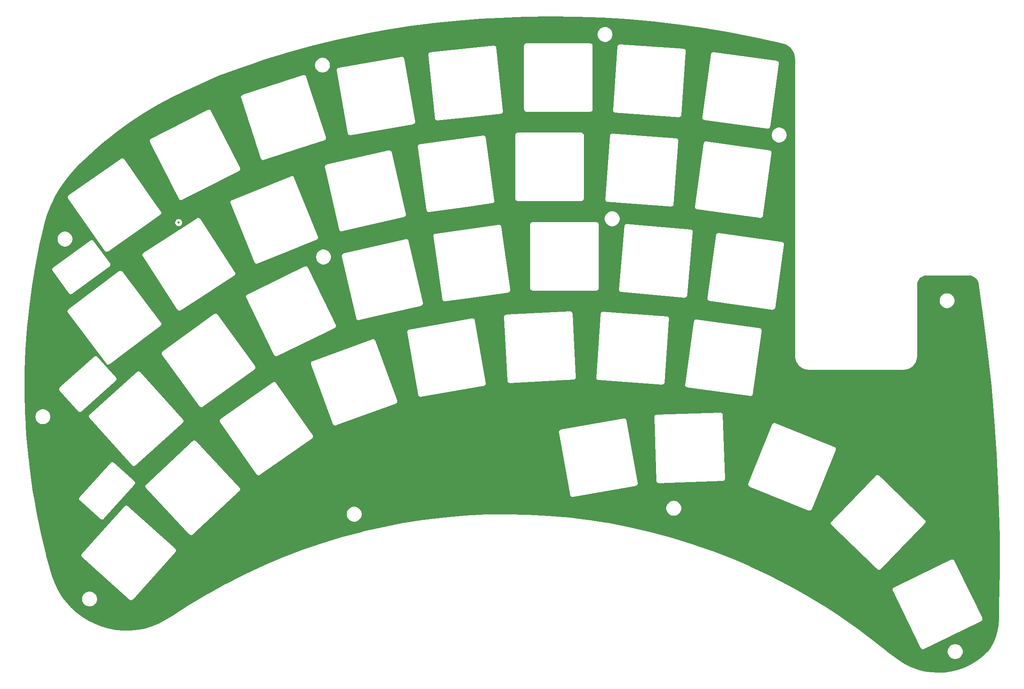
<source format=gbl>
G04 #@! TF.GenerationSoftware,KiCad,Pcbnew,(5.1.5)-3*
G04 #@! TF.CreationDate,2020-03-17T01:31:39+09:00*
G04 #@! TF.ProjectId,fan,66616e2e-6b69-4636-9164-5f7063625858,v1.0*
G04 #@! TF.SameCoordinates,Original*
G04 #@! TF.FileFunction,Copper,L2,Bot*
G04 #@! TF.FilePolarity,Positive*
%FSLAX46Y46*%
G04 Gerber Fmt 4.6, Leading zero omitted, Abs format (unit mm)*
G04 Created by KiCad (PCBNEW (5.1.5)-3) date 2020-03-17 01:31:39*
%MOMM*%
%LPD*%
G04 APERTURE LIST*
%ADD10C,0.500000*%
%ADD11C,0.800000*%
%ADD12C,0.254000*%
G04 APERTURE END LIST*
D10*
X34500000Y-46500000D03*
D11*
X12500000Y-50000000D03*
X7500000Y-87500000D03*
X17500000Y-125000000D03*
X70000000Y-107500000D03*
X127500000Y-43250000D03*
X67250000Y-50250000D03*
X69250000Y-10250000D03*
X130750000Y-5500000D03*
X166500000Y-24000000D03*
X201750000Y-60250000D03*
X142000000Y-105000000D03*
X204500000Y-137000000D03*
X166250000Y-9750000D03*
X98000000Y-5000000D03*
X33000000Y-21750000D03*
X3000000Y-71500000D03*
X6250000Y-108500000D03*
X46250000Y-121750000D03*
X110000000Y-107750000D03*
X170500000Y-124750000D03*
X210500000Y-98500000D03*
X206250000Y-59750000D03*
X196500000Y-60250000D03*
X167750000Y-78750000D03*
X195500000Y-79500000D03*
X87250000Y-47250000D03*
X37750000Y-90000000D03*
X107750000Y-63500000D03*
X58750000Y-77250000D03*
X41500000Y-42000000D03*
X70500000Y-29000000D03*
X107750000Y-24000000D03*
X125750000Y-25000000D03*
X45500000Y-63500000D03*
X108000000Y-45250000D03*
X146500000Y-27500000D03*
X150000000Y-46250000D03*
X145500000Y-64000000D03*
X124500000Y-63750000D03*
X79250000Y-69000000D03*
X27250000Y-75000000D03*
D12*
G36*
X120887901Y-1893083D02*
G01*
X126476277Y-2099367D01*
X132057392Y-2451870D01*
X137627328Y-2950346D01*
X143182393Y-3594464D01*
X148718590Y-4383762D01*
X154232300Y-5317722D01*
X159719664Y-6395692D01*
X165180866Y-7617817D01*
X165296541Y-7645337D01*
X165790890Y-7779207D01*
X166301440Y-7966395D01*
X166572852Y-8100112D01*
X167100015Y-8456411D01*
X167534484Y-8894749D01*
X167875537Y-9409127D01*
X168110184Y-9979950D01*
X168231893Y-10597678D01*
X168246504Y-10983293D01*
X168266510Y-75516407D01*
X168269285Y-75544498D01*
X168269177Y-75560050D01*
X168270042Y-75568881D01*
X168321043Y-76054123D01*
X168332623Y-76110535D01*
X168343418Y-76167123D01*
X168345983Y-76175617D01*
X168490262Y-76641711D01*
X168512595Y-76694838D01*
X168534160Y-76748214D01*
X168538325Y-76756048D01*
X168770389Y-77185241D01*
X168802592Y-77232983D01*
X168834136Y-77281188D01*
X168839744Y-77288064D01*
X169150753Y-77664010D01*
X169191619Y-77704592D01*
X169231923Y-77745749D01*
X169238760Y-77751405D01*
X169616867Y-78059781D01*
X169664855Y-78091664D01*
X169712367Y-78124196D01*
X169720169Y-78128415D01*
X169720177Y-78128419D01*
X170150975Y-78357478D01*
X170204204Y-78379418D01*
X170257168Y-78402118D01*
X170265638Y-78404739D01*
X170265645Y-78404742D01*
X170265652Y-78404743D01*
X170732734Y-78545764D01*
X170789237Y-78556952D01*
X170845576Y-78568927D01*
X170854398Y-78569855D01*
X170854400Y-78569855D01*
X171339987Y-78617467D01*
X171339994Y-78617467D01*
X171370789Y-78620500D01*
X191933211Y-78620500D01*
X191961493Y-78617714D01*
X191977050Y-78617823D01*
X191985881Y-78616958D01*
X192471123Y-78565957D01*
X192527535Y-78554377D01*
X192584123Y-78543582D01*
X192592615Y-78541018D01*
X192592621Y-78541016D01*
X193058711Y-78396738D01*
X193111838Y-78374405D01*
X193165214Y-78352840D01*
X193173048Y-78348675D01*
X193602241Y-78116611D01*
X193649983Y-78084408D01*
X193698188Y-78052864D01*
X193705064Y-78047256D01*
X194081010Y-77736247D01*
X194121592Y-77695381D01*
X194162749Y-77655077D01*
X194168405Y-77648240D01*
X194476781Y-77270133D01*
X194508664Y-77222145D01*
X194541196Y-77174633D01*
X194545416Y-77166828D01*
X194774478Y-76736025D01*
X194796418Y-76682796D01*
X194819118Y-76629832D01*
X194821739Y-76621362D01*
X194821742Y-76621355D01*
X194821743Y-76621348D01*
X194962764Y-76154266D01*
X194973952Y-76097763D01*
X194985927Y-76041424D01*
X194986855Y-76032600D01*
X195034467Y-75547013D01*
X195034467Y-75547006D01*
X195037500Y-75516211D01*
X195037500Y-63312931D01*
X199654954Y-63312931D01*
X199654954Y-63657069D01*
X199722092Y-63994594D01*
X199853788Y-64312537D01*
X200044981Y-64598677D01*
X200288323Y-64842019D01*
X200574463Y-65033212D01*
X200892406Y-65164908D01*
X201229931Y-65232046D01*
X201574069Y-65232046D01*
X201911594Y-65164908D01*
X202229537Y-65033212D01*
X202515677Y-64842019D01*
X202759019Y-64598677D01*
X202950212Y-64312537D01*
X203081908Y-63994594D01*
X203149046Y-63657069D01*
X203149046Y-63312931D01*
X203081908Y-62975406D01*
X202950212Y-62657463D01*
X202759019Y-62371323D01*
X202515677Y-62127981D01*
X202229537Y-61936788D01*
X201911594Y-61805092D01*
X201574069Y-61737954D01*
X201229931Y-61737954D01*
X200892406Y-61805092D01*
X200574463Y-61936788D01*
X200288323Y-62127981D01*
X200044981Y-62371323D01*
X199853788Y-62657463D01*
X199722092Y-62975406D01*
X199654954Y-63312931D01*
X195037500Y-63312931D01*
X195037500Y-60016081D01*
X195075999Y-59623440D01*
X195181001Y-59275656D01*
X195351556Y-58954890D01*
X195581168Y-58673356D01*
X195861088Y-58441787D01*
X196180661Y-58268994D01*
X196527703Y-58161568D01*
X196918456Y-58120498D01*
X206111575Y-58119504D01*
X206534940Y-58161015D01*
X206903289Y-58272226D01*
X207243029Y-58452869D01*
X207541209Y-58696058D01*
X207786473Y-58992531D01*
X207976260Y-59343533D01*
X208040584Y-59522695D01*
X208147479Y-59998378D01*
X209213181Y-67337848D01*
X210140556Y-74718449D01*
X210926073Y-82115513D01*
X211569443Y-89526316D01*
X212070421Y-96948041D01*
X212428832Y-104378056D01*
X212644591Y-111815402D01*
X212691729Y-114863323D01*
X212706066Y-122303793D01*
X212577550Y-129743893D01*
X212546519Y-130839218D01*
X212546011Y-130843714D01*
X212519770Y-132680630D01*
X212455607Y-133993185D01*
X212245873Y-135260280D01*
X211891891Y-136494878D01*
X211398354Y-137680607D01*
X210768631Y-138807425D01*
X210312219Y-139468342D01*
X210106152Y-139698217D01*
X209010070Y-140719596D01*
X207819400Y-141622692D01*
X206543555Y-142400845D01*
X205195606Y-143046081D01*
X203789348Y-143551797D01*
X202339186Y-143912811D01*
X200859968Y-144125431D01*
X199366834Y-144187475D01*
X197875074Y-144098313D01*
X196399958Y-143858854D01*
X194956596Y-143471553D01*
X193559758Y-142940373D01*
X192217214Y-142267475D01*
X191535717Y-141856301D01*
X188348749Y-139559548D01*
X188321920Y-139537931D01*
X201406953Y-139537931D01*
X201406953Y-139882069D01*
X201474091Y-140219595D01*
X201605787Y-140537537D01*
X201796980Y-140823677D01*
X202040323Y-141067020D01*
X202326463Y-141258213D01*
X202644405Y-141389909D01*
X202981931Y-141457047D01*
X203326069Y-141457047D01*
X203663595Y-141389909D01*
X203981537Y-141258213D01*
X204267677Y-141067020D01*
X204511020Y-140823677D01*
X204702213Y-140537537D01*
X204833909Y-140219595D01*
X204901047Y-139882069D01*
X204901047Y-139537931D01*
X204833909Y-139200405D01*
X204702213Y-138882463D01*
X204511020Y-138596323D01*
X204267677Y-138352980D01*
X203981537Y-138161787D01*
X203663595Y-138030091D01*
X203326069Y-137962953D01*
X202981931Y-137962953D01*
X202644405Y-138030091D01*
X202326463Y-138161787D01*
X202040323Y-138352980D01*
X201796980Y-138596323D01*
X201605787Y-138882463D01*
X201474091Y-139200405D01*
X201406953Y-139537931D01*
X188321920Y-139537931D01*
X185722133Y-137443236D01*
X185714405Y-137437229D01*
X185706834Y-137431291D01*
X182108781Y-134709217D01*
X182108754Y-134709196D01*
X182090833Y-134696124D01*
X178399945Y-132101257D01*
X178397897Y-132099870D01*
X178381579Y-132088818D01*
X174602405Y-129624360D01*
X174602379Y-129624342D01*
X174583589Y-129612552D01*
X170720708Y-127281487D01*
X170720683Y-127281471D01*
X170709555Y-127275018D01*
X170701493Y-127270343D01*
X170701473Y-127270333D01*
X168965907Y-126303971D01*
X189421617Y-126303971D01*
X189421621Y-126303994D01*
X189421620Y-126304012D01*
X189431560Y-126365885D01*
X189441467Y-126427570D01*
X189441473Y-126427587D01*
X189441477Y-126427610D01*
X189463469Y-126486815D01*
X189474130Y-126515521D01*
X189474140Y-126515541D01*
X189485067Y-126544958D01*
X189501501Y-126571642D01*
X195545138Y-138963539D01*
X195556058Y-138992940D01*
X195572492Y-139019626D01*
X195621686Y-139099516D01*
X195621698Y-139099529D01*
X195621700Y-139099532D01*
X195633950Y-139112726D01*
X195706859Y-139191256D01*
X195706874Y-139191267D01*
X195706876Y-139191269D01*
X195719509Y-139200405D01*
X195808292Y-139264617D01*
X195808306Y-139264623D01*
X195808311Y-139264627D01*
X195838183Y-139278319D01*
X195922089Y-139316780D01*
X195922105Y-139316784D01*
X195922110Y-139316786D01*
X195951030Y-139323662D01*
X196043875Y-139345740D01*
X196043891Y-139345741D01*
X196043897Y-139345742D01*
X196093863Y-139347595D01*
X196168971Y-139350383D01*
X196168980Y-139350382D01*
X196168992Y-139350382D01*
X196225813Y-139341255D01*
X196292570Y-139330534D01*
X196292583Y-139330529D01*
X196292590Y-139330528D01*
X196334585Y-139314930D01*
X196409921Y-139286952D01*
X196436637Y-139270501D01*
X208829558Y-133225853D01*
X208858958Y-133214932D01*
X208899011Y-133190265D01*
X208965532Y-133149300D01*
X208965542Y-133149291D01*
X208965548Y-133149287D01*
X209004587Y-133113038D01*
X209057269Y-133064124D01*
X209057276Y-133064115D01*
X209057283Y-133064108D01*
X209087729Y-133022006D01*
X209130627Y-132962689D01*
X209130633Y-132962675D01*
X209130637Y-132962670D01*
X209153949Y-132911805D01*
X209182786Y-132848890D01*
X209182788Y-132848880D01*
X209182793Y-132848870D01*
X209199331Y-132779302D01*
X209211742Y-132727103D01*
X209211742Y-132727093D01*
X209211745Y-132727082D01*
X209214319Y-132657615D01*
X209216381Y-132602007D01*
X209216380Y-132601998D01*
X209216380Y-132601986D01*
X209204599Y-132528657D01*
X209196528Y-132478409D01*
X209196525Y-132478401D01*
X209196523Y-132478388D01*
X209163854Y-132390439D01*
X209152942Y-132361059D01*
X209136496Y-132334354D01*
X203091854Y-119942442D01*
X203080933Y-119913042D01*
X203015288Y-119806452D01*
X202930109Y-119714717D01*
X202828671Y-119641363D01*
X202714871Y-119589207D01*
X202593083Y-119560255D01*
X202467988Y-119555620D01*
X202467987Y-119555620D01*
X202344390Y-119575477D01*
X202256440Y-119608146D01*
X202256433Y-119608150D01*
X202227042Y-119619067D01*
X202200347Y-119635508D01*
X189808459Y-125680138D01*
X189779079Y-125691049D01*
X189752357Y-125707504D01*
X189752338Y-125707513D01*
X189724817Y-125724462D01*
X189672485Y-125756687D01*
X189672470Y-125756701D01*
X189672452Y-125756712D01*
X189623854Y-125801837D01*
X189580745Y-125841860D01*
X189580734Y-125841875D01*
X189580717Y-125841891D01*
X189545487Y-125890610D01*
X189507383Y-125943293D01*
X189507373Y-125943316D01*
X189507363Y-125943329D01*
X189484737Y-125992697D01*
X189455221Y-126057090D01*
X189455217Y-126057108D01*
X189455207Y-126057129D01*
X189439348Y-126123842D01*
X189426261Y-126178876D01*
X189426260Y-126178895D01*
X189426255Y-126178917D01*
X189424062Y-126238105D01*
X189421617Y-126303971D01*
X168965907Y-126303971D01*
X166759612Y-125075508D01*
X166759588Y-125075494D01*
X166749805Y-125070269D01*
X166740022Y-125065043D01*
X166739999Y-125065032D01*
X162723917Y-123009103D01*
X162703998Y-122999341D01*
X162703951Y-122999320D01*
X158618588Y-121084813D01*
X158598341Y-121075752D01*
X158598292Y-121075732D01*
X154448653Y-119304989D01*
X154448605Y-119304968D01*
X154428054Y-119296620D01*
X150219045Y-117671740D01*
X150198215Y-117664113D01*
X150198164Y-117664096D01*
X145935082Y-116187121D01*
X145935064Y-116187115D01*
X145913980Y-116180220D01*
X141601896Y-114852908D01*
X141601880Y-114852903D01*
X141580568Y-114846748D01*
X137224771Y-113670730D01*
X137203258Y-113665323D01*
X132809085Y-112642039D01*
X132809072Y-112642036D01*
X132787383Y-112637383D01*
X128778154Y-111850149D01*
X176004524Y-111850149D01*
X176018967Y-111974496D01*
X176057392Y-112093635D01*
X176118321Y-112202989D01*
X176152888Y-112243640D01*
X176199413Y-112298355D01*
X176223999Y-112317824D01*
X186142099Y-121895465D01*
X186162413Y-121919355D01*
X186186997Y-121938822D01*
X186187000Y-121938825D01*
X186260552Y-121997069D01*
X186371967Y-122054142D01*
X186492375Y-122088384D01*
X186554503Y-122093409D01*
X186617149Y-122098476D01*
X186617150Y-122098476D01*
X186741496Y-122084033D01*
X186860635Y-122045608D01*
X186969989Y-121984679D01*
X186990429Y-121967298D01*
X187041463Y-121923903D01*
X187065355Y-121903587D01*
X187084825Y-121879000D01*
X196662465Y-111960901D01*
X196686355Y-111940587D01*
X196705835Y-111915987D01*
X196764069Y-111842448D01*
X196821142Y-111731033D01*
X196855384Y-111610625D01*
X196865476Y-111485850D01*
X196851033Y-111361504D01*
X196812608Y-111242365D01*
X196751679Y-111133011D01*
X196729665Y-111107122D01*
X196690903Y-111061537D01*
X196670587Y-111037645D01*
X196646000Y-111018175D01*
X186727906Y-101440540D01*
X186707587Y-101416645D01*
X186609447Y-101338931D01*
X186498033Y-101281858D01*
X186377625Y-101247616D01*
X186315237Y-101242570D01*
X186252851Y-101237524D01*
X186252850Y-101237524D01*
X186165964Y-101247616D01*
X186128504Y-101251967D01*
X186009365Y-101290392D01*
X185900011Y-101351321D01*
X185804645Y-101432413D01*
X185785176Y-101456999D01*
X176207540Y-111375094D01*
X176183645Y-111395413D01*
X176105932Y-111493553D01*
X176048858Y-111604968D01*
X176014616Y-111725376D01*
X176004524Y-111850149D01*
X128778154Y-111850149D01*
X128360162Y-111768074D01*
X128338324Y-111764180D01*
X123883461Y-111049909D01*
X123880815Y-111049532D01*
X123861501Y-111046780D01*
X119384423Y-110488416D01*
X119381675Y-110488122D01*
X119362367Y-110486056D01*
X114868537Y-110084282D01*
X114868532Y-110084281D01*
X114846406Y-110082691D01*
X110341285Y-109837992D01*
X110319118Y-109837176D01*
X105808204Y-109749854D01*
X105808203Y-109749854D01*
X105786020Y-109749812D01*
X105786018Y-109749812D01*
X101274805Y-109819971D01*
X101252635Y-109820703D01*
X96746616Y-110048258D01*
X96724485Y-110049763D01*
X92229152Y-110434438D01*
X92207087Y-110436715D01*
X87727969Y-110978034D01*
X87727919Y-110978039D01*
X87708992Y-110980663D01*
X87705946Y-110981085D01*
X87705937Y-110981087D01*
X83248398Y-111678401D01*
X83226545Y-111682211D01*
X83226534Y-111682213D01*
X78796048Y-112534669D01*
X78774341Y-112539240D01*
X78774329Y-112539243D01*
X74376295Y-113545800D01*
X74354761Y-113551125D01*
X74354747Y-113551129D01*
X69994521Y-114710562D01*
X69973186Y-114716636D01*
X65656066Y-116027537D01*
X65634956Y-116034351D01*
X65634939Y-116034357D01*
X61366216Y-117495118D01*
X61345357Y-117502665D01*
X61345307Y-117502685D01*
X57130197Y-119111520D01*
X57109614Y-119119791D01*
X57109594Y-119119800D01*
X52953171Y-120874772D01*
X52932889Y-120883756D01*
X48840250Y-122782715D01*
X48840225Y-122782726D01*
X48820269Y-122792412D01*
X44796371Y-124833057D01*
X44776765Y-124843434D01*
X44776741Y-124843448D01*
X40826536Y-127023268D01*
X40819517Y-127027303D01*
X40807305Y-127034322D01*
X36935575Y-129350680D01*
X36935558Y-129350690D01*
X36933040Y-129352257D01*
X36916723Y-129362409D01*
X36916697Y-129362426D01*
X33128174Y-131812487D01*
X33125471Y-131814303D01*
X30220312Y-133522416D01*
X28762165Y-134111276D01*
X27238440Y-134565255D01*
X25678747Y-134873824D01*
X24096942Y-135034244D01*
X22507068Y-135045092D01*
X20923214Y-134906268D01*
X19359472Y-134619011D01*
X17829690Y-134185865D01*
X16347468Y-133610678D01*
X14925946Y-132898551D01*
X13577750Y-132055806D01*
X12314851Y-131089929D01*
X11148450Y-130009485D01*
X10088911Y-128824076D01*
X9566996Y-128115931D01*
X13399653Y-128115931D01*
X13399653Y-128460069D01*
X13466791Y-128797595D01*
X13598487Y-129115537D01*
X13789680Y-129401677D01*
X14033023Y-129645020D01*
X14319163Y-129836213D01*
X14637105Y-129967909D01*
X14974631Y-130035047D01*
X15318769Y-130035047D01*
X15656295Y-129967909D01*
X15974237Y-129836213D01*
X16260377Y-129645020D01*
X16503720Y-129401677D01*
X16694913Y-129115537D01*
X16826609Y-128797595D01*
X16893747Y-128460069D01*
X16893747Y-128115931D01*
X16826609Y-127778405D01*
X16694913Y-127460463D01*
X16503720Y-127174323D01*
X16260377Y-126930980D01*
X15974237Y-126739787D01*
X15656295Y-126608091D01*
X15318769Y-126540953D01*
X14974631Y-126540953D01*
X14637105Y-126608091D01*
X14319163Y-126739787D01*
X14033023Y-126930980D01*
X13789680Y-127174323D01*
X13598487Y-127460463D01*
X13466791Y-127778405D01*
X13399653Y-128115931D01*
X9566996Y-128115931D01*
X9145631Y-127544216D01*
X8326969Y-126181246D01*
X7640221Y-124747307D01*
X7089203Y-123248946D01*
X6839950Y-122378005D01*
X6839904Y-122377870D01*
X5844486Y-118824403D01*
X13220701Y-118824403D01*
X13239470Y-118948170D01*
X13282026Y-119065897D01*
X13285873Y-119072268D01*
X13346729Y-119173059D01*
X13431097Y-119265540D01*
X13456351Y-119284143D01*
X23702583Y-128510392D01*
X23723723Y-128533563D01*
X23754831Y-128556476D01*
X23824487Y-128607786D01*
X23824507Y-128607795D01*
X23824516Y-128607802D01*
X23870311Y-128629277D01*
X23937824Y-128660940D01*
X23937840Y-128660944D01*
X23937855Y-128660951D01*
X23998098Y-128675830D01*
X24059352Y-128690963D01*
X24059369Y-128690964D01*
X24059386Y-128690968D01*
X24131643Y-128694279D01*
X24184403Y-128696699D01*
X24184416Y-128696697D01*
X24184436Y-128696698D01*
X24253736Y-128686185D01*
X24308170Y-128677930D01*
X24308185Y-128677925D01*
X24308202Y-128677922D01*
X24367482Y-128656490D01*
X24425897Y-128635374D01*
X24425912Y-128635365D01*
X24425926Y-128635360D01*
X24474077Y-128606284D01*
X24533060Y-128570670D01*
X24533074Y-128570657D01*
X24533086Y-128570650D01*
X24577428Y-128530194D01*
X24625541Y-128486302D01*
X24644153Y-128461035D01*
X33869801Y-118214409D01*
X33892961Y-118193278D01*
X33911554Y-118168035D01*
X33911562Y-118168026D01*
X33967203Y-118092485D01*
X34020351Y-117979145D01*
X34050368Y-117857615D01*
X34056098Y-117732564D01*
X34037322Y-117608798D01*
X34012866Y-117541154D01*
X33994761Y-117491074D01*
X33930051Y-117383914D01*
X33866816Y-117314605D01*
X33866810Y-117314600D01*
X33845677Y-117291437D01*
X33820432Y-117272843D01*
X23574324Y-108047613D01*
X23553202Y-108024460D01*
X23527942Y-108005853D01*
X23527927Y-108005839D01*
X23493063Y-107980159D01*
X23452413Y-107950215D01*
X23452402Y-107950210D01*
X23452386Y-107950198D01*
X23389972Y-107920930D01*
X23339077Y-107897061D01*
X23339061Y-107897057D01*
X23339046Y-107897050D01*
X23274038Y-107880993D01*
X23217548Y-107867038D01*
X23217534Y-107867037D01*
X23217516Y-107867033D01*
X23143338Y-107863633D01*
X23092497Y-107861301D01*
X23092485Y-107861303D01*
X23092466Y-107861302D01*
X23028415Y-107871019D01*
X22968730Y-107880070D01*
X22968714Y-107880076D01*
X22968700Y-107880078D01*
X22921755Y-107897050D01*
X22851003Y-107922625D01*
X22850987Y-107922635D01*
X22850975Y-107922639D01*
X22805337Y-107950198D01*
X22743840Y-107987330D01*
X22743827Y-107987342D01*
X22743815Y-107987349D01*
X22703139Y-108024460D01*
X22674528Y-108050561D01*
X22674516Y-108050575D01*
X22651338Y-108071721D01*
X22632749Y-108096958D01*
X13407028Y-118342561D01*
X13383859Y-118363698D01*
X13365259Y-118388948D01*
X13309615Y-118464486D01*
X13256460Y-118577823D01*
X13226437Y-118699352D01*
X13222533Y-118784473D01*
X13220701Y-118824403D01*
X5844486Y-118824403D01*
X5780985Y-118597717D01*
X5780415Y-118595173D01*
X4698649Y-114097593D01*
X3760718Y-109578028D01*
X3228730Y-106537398D01*
X12739900Y-106537398D01*
X12739901Y-106537406D01*
X12739901Y-106537410D01*
X12747053Y-106584565D01*
X12758669Y-106661165D01*
X12758671Y-106661171D01*
X12758672Y-106661176D01*
X12779444Y-106718638D01*
X12801224Y-106778892D01*
X12801227Y-106778896D01*
X12801229Y-106778903D01*
X12842022Y-106846463D01*
X12865927Y-106886056D01*
X12865930Y-106886059D01*
X12865934Y-106886066D01*
X12950303Y-106978546D01*
X12975555Y-106997147D01*
X17387962Y-110970373D01*
X17409097Y-110993540D01*
X17434343Y-111012137D01*
X17434345Y-111012139D01*
X17507962Y-111066368D01*
X17509886Y-111067785D01*
X17533769Y-111078986D01*
X17623219Y-111120939D01*
X17744748Y-111150963D01*
X17869798Y-111156700D01*
X17993565Y-111137931D01*
X18111293Y-111095377D01*
X18218456Y-111030673D01*
X18218457Y-111030672D01*
X18218459Y-111030671D01*
X18277014Y-110977253D01*
X18310938Y-110946306D01*
X18329539Y-110921054D01*
X24769916Y-103768717D01*
X27128915Y-103768717D01*
X27128915Y-103768723D01*
X27130731Y-103797384D01*
X27136830Y-103893648D01*
X27136831Y-103893651D01*
X27136831Y-103893654D01*
X27146171Y-103928814D01*
X27168967Y-104014635D01*
X27168968Y-104014638D01*
X27168969Y-104014640D01*
X27175791Y-104028549D01*
X27224089Y-104127028D01*
X27224091Y-104127030D01*
X27224092Y-104127033D01*
X27258117Y-104171575D01*
X27300079Y-104226508D01*
X27323614Y-104247239D01*
X36726751Y-114330597D01*
X36745786Y-114355515D01*
X36769314Y-114376239D01*
X36769317Y-114376242D01*
X36839720Y-114438255D01*
X36947996Y-114501081D01*
X37066447Y-114541577D01*
X37190522Y-114558185D01*
X37190527Y-114558185D01*
X37227748Y-114555826D01*
X37315454Y-114550269D01*
X37324467Y-114547875D01*
X37364341Y-114537283D01*
X37436441Y-114518131D01*
X37436442Y-114518131D01*
X37436444Y-114518130D01*
X37492805Y-114490487D01*
X37548833Y-114463008D01*
X37551143Y-114461244D01*
X37623393Y-114406053D01*
X37648313Y-114387017D01*
X37669043Y-114363482D01*
X42672038Y-109697931D01*
X70881254Y-109697931D01*
X70881254Y-110042069D01*
X70948392Y-110379594D01*
X71080088Y-110697537D01*
X71271281Y-110983677D01*
X71514623Y-111227019D01*
X71800763Y-111418212D01*
X72118706Y-111549908D01*
X72456231Y-111617046D01*
X72800369Y-111617046D01*
X73137894Y-111549908D01*
X73455837Y-111418212D01*
X73741977Y-111227019D01*
X73985319Y-110983677D01*
X74176512Y-110697537D01*
X74308208Y-110379594D01*
X74375346Y-110042069D01*
X74375346Y-109697931D01*
X74308208Y-109360406D01*
X74176512Y-109042463D01*
X73985319Y-108756323D01*
X73741977Y-108512981D01*
X73569793Y-108397931D01*
X140280953Y-108397931D01*
X140280953Y-108742069D01*
X140348091Y-109079595D01*
X140479787Y-109397537D01*
X140670980Y-109683677D01*
X140914323Y-109927020D01*
X141200463Y-110118213D01*
X141518405Y-110249909D01*
X141855931Y-110317047D01*
X142200069Y-110317047D01*
X142537595Y-110249909D01*
X142855537Y-110118213D01*
X143141677Y-109927020D01*
X143385020Y-109683677D01*
X143576213Y-109397537D01*
X143707909Y-109079595D01*
X143775047Y-108742069D01*
X143775047Y-108397931D01*
X143707909Y-108060405D01*
X143576213Y-107742463D01*
X143385020Y-107456323D01*
X143141677Y-107212980D01*
X142855537Y-107021787D01*
X142537595Y-106890091D01*
X142200069Y-106822953D01*
X141855931Y-106822953D01*
X141518405Y-106890091D01*
X141200463Y-107021787D01*
X140914323Y-107212980D01*
X140670980Y-107456323D01*
X140479787Y-107742463D01*
X140348091Y-108060405D01*
X140280953Y-108397931D01*
X73569793Y-108397931D01*
X73455837Y-108321788D01*
X73137894Y-108190092D01*
X72800369Y-108122954D01*
X72456231Y-108122954D01*
X72118706Y-108190092D01*
X71800763Y-108321788D01*
X71514623Y-108512981D01*
X71271281Y-108756323D01*
X71080088Y-109042463D01*
X70948392Y-109360406D01*
X70881254Y-109697931D01*
X42672038Y-109697931D01*
X47752599Y-104960047D01*
X47777514Y-104941015D01*
X47798239Y-104917486D01*
X47798244Y-104917481D01*
X47860257Y-104847077D01*
X47923082Y-104738801D01*
X47963577Y-104620350D01*
X47980185Y-104496274D01*
X47972268Y-104371343D01*
X47972268Y-104371342D01*
X47940130Y-104250356D01*
X47885006Y-104137963D01*
X47828053Y-104063407D01*
X47828047Y-104063401D01*
X47809014Y-104038485D01*
X47785486Y-104017761D01*
X38382453Y-93934608D01*
X38363421Y-93909692D01*
X38339887Y-93888962D01*
X38339881Y-93888956D01*
X38269477Y-93826943D01*
X38188143Y-93779750D01*
X38161209Y-93764122D01*
X38161206Y-93764121D01*
X38161201Y-93764118D01*
X38086287Y-93738507D01*
X38042758Y-93723625D01*
X38042754Y-93723625D01*
X38042750Y-93723623D01*
X37941081Y-93710014D01*
X37918683Y-93707016D01*
X37918682Y-93707016D01*
X37918674Y-93707015D01*
X37823603Y-93713040D01*
X37793751Y-93714931D01*
X37793749Y-93714932D01*
X37793743Y-93714932D01*
X37733671Y-93730889D01*
X37672764Y-93747067D01*
X37672759Y-93747069D01*
X37672757Y-93747070D01*
X37637997Y-93764118D01*
X37560371Y-93802189D01*
X37560369Y-93802191D01*
X37560364Y-93802193D01*
X37527965Y-93826943D01*
X37485814Y-93859141D01*
X37485806Y-93859148D01*
X37460886Y-93878185D01*
X37440164Y-93901711D01*
X27356515Y-103304942D01*
X27331588Y-103323983D01*
X27248845Y-103417921D01*
X27186019Y-103526197D01*
X27178530Y-103548104D01*
X27145525Y-103644642D01*
X27145524Y-103644647D01*
X27145524Y-103644648D01*
X27142256Y-103669063D01*
X27128915Y-103768717D01*
X24769916Y-103768717D01*
X24979073Y-103536439D01*
X25002227Y-103515317D01*
X25020827Y-103490068D01*
X25020841Y-103490053D01*
X25060333Y-103436442D01*
X25076475Y-103414530D01*
X25076477Y-103414526D01*
X25076485Y-103414515D01*
X25116499Y-103329198D01*
X25129633Y-103301195D01*
X25129634Y-103301191D01*
X25129640Y-103301178D01*
X25154867Y-103199064D01*
X25159660Y-103179667D01*
X25159660Y-103179661D01*
X25159663Y-103179650D01*
X25162810Y-103111044D01*
X25165400Y-103054617D01*
X25165399Y-103054608D01*
X25165399Y-103054599D01*
X25150144Y-102954001D01*
X25146634Y-102930849D01*
X25146632Y-102930842D01*
X25146630Y-102930832D01*
X25125707Y-102872949D01*
X25104083Y-102813121D01*
X25104077Y-102813112D01*
X25104075Y-102813105D01*
X25069945Y-102756578D01*
X25039382Y-102705955D01*
X25039374Y-102705947D01*
X25039371Y-102705941D01*
X24991311Y-102653259D01*
X24976153Y-102636642D01*
X24976144Y-102636634D01*
X24955003Y-102613460D01*
X24929763Y-102594867D01*
X20517340Y-98621431D01*
X20496196Y-98598255D01*
X20445781Y-98561118D01*
X20395430Y-98524025D01*
X20395416Y-98524019D01*
X20395406Y-98524011D01*
X20343048Y-98499456D01*
X20282095Y-98470867D01*
X20282081Y-98470863D01*
X20282069Y-98470858D01*
X20222407Y-98456119D01*
X20160567Y-98440840D01*
X20160554Y-98440839D01*
X20160540Y-98440836D01*
X20092741Y-98437727D01*
X20035518Y-98435100D01*
X20035506Y-98435102D01*
X20035489Y-98435101D01*
X19967147Y-98445466D01*
X19911750Y-98453865D01*
X19911737Y-98453870D01*
X19911722Y-98453872D01*
X19847532Y-98477076D01*
X19794022Y-98496417D01*
X19794011Y-98496423D01*
X19793996Y-98496429D01*
X19730164Y-98534971D01*
X19686857Y-98561118D01*
X19686849Y-98561125D01*
X19686833Y-98561135D01*
X19627177Y-98615559D01*
X19594373Y-98645483D01*
X19575768Y-98670738D01*
X12926224Y-106055565D01*
X12903062Y-106076695D01*
X12884460Y-106101947D01*
X12884454Y-106101954D01*
X12861522Y-106133086D01*
X12828817Y-106177483D01*
X12828815Y-106177488D01*
X12828811Y-106177493D01*
X12802575Y-106233436D01*
X12775662Y-106290820D01*
X12775661Y-106290825D01*
X12775658Y-106290831D01*
X12758524Y-106360188D01*
X12745638Y-106412348D01*
X12745638Y-106412353D01*
X12745636Y-106412360D01*
X12742865Y-106472775D01*
X12739900Y-106537398D01*
X3228730Y-106537398D01*
X2965216Y-105031260D01*
X2312921Y-100461720D01*
X1804326Y-95872548D01*
X1528380Y-92570506D01*
X1299396Y-88512931D01*
X3254953Y-88512931D01*
X3254953Y-88857069D01*
X3322091Y-89194595D01*
X3453787Y-89512537D01*
X3644980Y-89798677D01*
X3888323Y-90042020D01*
X4174463Y-90233213D01*
X4492405Y-90364909D01*
X4829931Y-90432047D01*
X5174069Y-90432047D01*
X5511595Y-90364909D01*
X5829537Y-90233213D01*
X6115677Y-90042020D01*
X6359020Y-89798677D01*
X6550213Y-89512537D01*
X6681909Y-89194595D01*
X6749047Y-88857069D01*
X6749047Y-88566983D01*
X14847901Y-88566983D01*
X14853635Y-88692033D01*
X14883655Y-88813562D01*
X14936807Y-88926900D01*
X14956243Y-88953286D01*
X15011048Y-89027689D01*
X15034219Y-89048829D01*
X24259952Y-99294943D01*
X24278545Y-99320186D01*
X24301710Y-99341321D01*
X24301717Y-99341328D01*
X24371028Y-99404562D01*
X24478190Y-99469268D01*
X24537633Y-99490757D01*
X24595910Y-99511825D01*
X24595916Y-99511826D01*
X24719682Y-99530599D01*
X24798340Y-99526992D01*
X24844727Y-99524866D01*
X24844731Y-99524865D01*
X24844733Y-99524865D01*
X24903318Y-99510393D01*
X24966256Y-99494847D01*
X24966258Y-99494846D01*
X24966262Y-99494845D01*
X25051560Y-99454843D01*
X25079595Y-99441696D01*
X25079597Y-99441694D01*
X25079600Y-99441693D01*
X25180391Y-99367450D01*
X25201527Y-99344283D01*
X35447744Y-90118647D01*
X35472989Y-90100052D01*
X35494118Y-90076892D01*
X35494124Y-90076887D01*
X35557357Y-90007578D01*
X35622065Y-89900416D01*
X35622067Y-89900412D01*
X35650041Y-89823029D01*
X35664624Y-89782691D01*
X35666215Y-89772206D01*
X35672898Y-89728145D01*
X35683398Y-89658925D01*
X35682761Y-89645015D01*
X35680570Y-89597217D01*
X43263578Y-89597217D01*
X43263578Y-89597227D01*
X43271612Y-89663862D01*
X43278561Y-89721499D01*
X43278562Y-89721503D01*
X43278563Y-89721509D01*
X43298589Y-89782691D01*
X43317501Y-89840471D01*
X43317503Y-89840474D01*
X43317505Y-89840481D01*
X43378910Y-89949569D01*
X43399329Y-89973371D01*
X51307532Y-101267948D01*
X51322921Y-101295284D01*
X51355111Y-101332805D01*
X51404408Y-101390274D01*
X51404423Y-101390286D01*
X51404430Y-101390294D01*
X51438009Y-101416645D01*
X51502884Y-101467561D01*
X51502901Y-101467569D01*
X51502909Y-101467576D01*
X51550035Y-101491458D01*
X51614544Y-101524151D01*
X51614558Y-101524155D01*
X51614572Y-101524162D01*
X51675401Y-101541172D01*
X51735100Y-101557870D01*
X51735115Y-101557871D01*
X51735129Y-101557875D01*
X51792975Y-101562299D01*
X51859917Y-101567422D01*
X51859933Y-101567420D01*
X51859946Y-101567421D01*
X51911645Y-101561186D01*
X51984199Y-101552440D01*
X51984216Y-101552434D01*
X51984228Y-101552433D01*
X52036659Y-101535269D01*
X52103171Y-101513499D01*
X52103184Y-101513491D01*
X52103198Y-101513487D01*
X52154143Y-101484809D01*
X52212260Y-101452097D01*
X52236077Y-101431666D01*
X63530255Y-93522965D01*
X63557571Y-93507589D01*
X63581374Y-93487169D01*
X63581387Y-93487160D01*
X63621749Y-93452532D01*
X63652583Y-93426081D01*
X63652587Y-93426076D01*
X63652594Y-93426070D01*
X63703846Y-93360761D01*
X63729867Y-93327604D01*
X63729869Y-93327600D01*
X63729876Y-93327591D01*
X63770497Y-93247433D01*
X63786456Y-93215943D01*
X63786458Y-93215936D01*
X63786462Y-93215928D01*
X63807736Y-93139852D01*
X63820172Y-93095387D01*
X63820173Y-93095380D01*
X63820175Y-93095371D01*
X63826410Y-93013859D01*
X63829722Y-92970569D01*
X63829721Y-92970563D01*
X63829722Y-92970554D01*
X63822945Y-92914360D01*
X63814737Y-92846287D01*
X63814734Y-92846276D01*
X63814733Y-92846272D01*
X63794774Y-92785301D01*
X63775794Y-92727316D01*
X63775788Y-92727306D01*
X63775787Y-92727302D01*
X63742217Y-92667666D01*
X63729772Y-92645558D01*
X63729769Y-92645554D01*
X63714380Y-92618216D01*
X63693963Y-92594417D01*
X63247266Y-91956468D01*
X116991578Y-91956468D01*
X116996234Y-92017320D01*
X117001127Y-92081282D01*
X117009573Y-92111484D01*
X119403735Y-105689618D01*
X119406127Y-105720882D01*
X119414572Y-105751080D01*
X119414574Y-105751089D01*
X119439843Y-105841442D01*
X119496431Y-105953104D01*
X119573716Y-106051581D01*
X119668727Y-106133088D01*
X119777814Y-106194494D01*
X119896785Y-106233436D01*
X119991093Y-106244808D01*
X120021065Y-106248422D01*
X120021067Y-106248422D01*
X120145885Y-106238873D01*
X120176091Y-106230425D01*
X133754618Y-103836265D01*
X133785885Y-103833873D01*
X133816081Y-103825428D01*
X133816086Y-103825427D01*
X133906440Y-103800158D01*
X134018102Y-103743570D01*
X134116579Y-103666286D01*
X134124562Y-103656981D01*
X134143589Y-103634801D01*
X134198086Y-103571275D01*
X134259492Y-103462188D01*
X134281296Y-103395577D01*
X158071451Y-103395577D01*
X158071452Y-103395585D01*
X158071451Y-103395594D01*
X158075836Y-103436442D01*
X158084808Y-103520044D01*
X158084811Y-103520055D01*
X158084812Y-103520061D01*
X158093588Y-103548104D01*
X158122192Y-103639514D01*
X158122194Y-103639518D01*
X158122198Y-103639530D01*
X158149710Y-103689933D01*
X158182164Y-103749396D01*
X158182171Y-103749404D01*
X158182174Y-103749410D01*
X158215662Y-103789494D01*
X158262421Y-103845465D01*
X158262427Y-103845470D01*
X158262433Y-103845477D01*
X158318368Y-103890568D01*
X158359878Y-103924032D01*
X158359883Y-103924034D01*
X158359892Y-103924042D01*
X158425517Y-103958383D01*
X158443004Y-103967535D01*
X158443010Y-103967537D01*
X158470806Y-103982083D01*
X158500888Y-103990921D01*
X171283989Y-109155529D01*
X171311762Y-109170065D01*
X171341864Y-109178912D01*
X171341880Y-109178918D01*
X171376290Y-109189029D01*
X171431866Y-109205362D01*
X171431878Y-109205363D01*
X171431895Y-109205368D01*
X171500455Y-109211516D01*
X171556546Y-109216549D01*
X171556560Y-109216547D01*
X171556577Y-109216549D01*
X171624345Y-109209277D01*
X171681014Y-109203198D01*
X171681028Y-109203194D01*
X171681044Y-109203192D01*
X171742094Y-109184088D01*
X171800486Y-109165820D01*
X171800500Y-109165812D01*
X171800514Y-109165808D01*
X171859689Y-109133511D01*
X171910370Y-109105853D01*
X171910380Y-109105845D01*
X171910396Y-109105836D01*
X171960631Y-109063869D01*
X172006444Y-109025601D01*
X172006455Y-109025587D01*
X172006465Y-109025579D01*
X172037628Y-108986924D01*
X172085016Y-108928148D01*
X172085025Y-108928130D01*
X172085032Y-108928122D01*
X172118236Y-108864676D01*
X172128522Y-108845024D01*
X172128526Y-108845013D01*
X172143077Y-108817210D01*
X172151915Y-108787130D01*
X177317531Y-96003301D01*
X177332078Y-95975505D01*
X177348107Y-95920953D01*
X177367362Y-95855435D01*
X177367364Y-95855414D01*
X177367368Y-95855400D01*
X177371935Y-95804465D01*
X177378549Y-95730753D01*
X177378547Y-95730732D01*
X177378548Y-95730718D01*
X177370387Y-95654665D01*
X177365198Y-95606285D01*
X177365193Y-95606269D01*
X177365191Y-95606250D01*
X177345825Y-95544364D01*
X177327820Y-95486814D01*
X177327811Y-95486798D01*
X177327806Y-95486781D01*
X177299972Y-95435783D01*
X177267854Y-95376929D01*
X177267841Y-95376913D01*
X177267833Y-95376899D01*
X177230894Y-95332683D01*
X177187601Y-95280856D01*
X177187585Y-95280843D01*
X177187575Y-95280831D01*
X177139737Y-95242265D01*
X177090148Y-95202284D01*
X177090133Y-95202276D01*
X177090118Y-95202264D01*
X177029848Y-95170723D01*
X176979238Y-95144234D01*
X176949136Y-95135388D01*
X164164983Y-89970459D01*
X164137193Y-89955917D01*
X164101066Y-89945303D01*
X164017100Y-89920631D01*
X164017091Y-89920630D01*
X164017087Y-89920629D01*
X163967307Y-89916166D01*
X163892419Y-89909451D01*
X163892413Y-89909452D01*
X163892405Y-89909451D01*
X163832221Y-89915911D01*
X163767951Y-89922809D01*
X163767943Y-89922811D01*
X163767938Y-89922812D01*
X163725410Y-89936121D01*
X163648482Y-89960193D01*
X163648474Y-89960198D01*
X163648469Y-89960199D01*
X163601190Y-89986005D01*
X163538601Y-90020166D01*
X163538596Y-90020170D01*
X163538589Y-90020174D01*
X163479257Y-90069743D01*
X163442532Y-90100424D01*
X163442530Y-90100426D01*
X163442522Y-90100433D01*
X163363957Y-90197892D01*
X163320457Y-90281019D01*
X163320454Y-90281025D01*
X163305922Y-90308795D01*
X163297082Y-90338879D01*
X158132462Y-103123009D01*
X158117923Y-103150790D01*
X158109078Y-103180892D01*
X158109076Y-103180897D01*
X158102989Y-103201616D01*
X158082632Y-103270896D01*
X158082631Y-103270906D01*
X158082629Y-103270913D01*
X158077871Y-103323983D01*
X158071451Y-103395577D01*
X134281296Y-103395577D01*
X134298436Y-103343218D01*
X134313422Y-103218936D01*
X134313209Y-103216144D01*
X134306265Y-103125385D01*
X134303873Y-103094118D01*
X134295427Y-103063916D01*
X131901266Y-89485793D01*
X131898873Y-89454518D01*
X131865157Y-89333961D01*
X131865157Y-89333960D01*
X131865156Y-89333958D01*
X131843359Y-89290948D01*
X131808570Y-89222298D01*
X131731286Y-89123821D01*
X131636275Y-89042314D01*
X131636273Y-89042313D01*
X131636272Y-89042312D01*
X131577674Y-89009327D01*
X131527188Y-88980908D01*
X131472555Y-88963025D01*
X131408214Y-88941964D01*
X131328893Y-88932399D01*
X131283935Y-88926978D01*
X131283932Y-88926978D01*
X131238184Y-88930478D01*
X131190388Y-88934135D01*
X131190386Y-88934135D01*
X131159115Y-88936528D01*
X131128916Y-88944974D01*
X117550387Y-91339135D01*
X117519115Y-91341528D01*
X117488915Y-91349974D01*
X117398561Y-91375243D01*
X117398560Y-91375243D01*
X117398558Y-91375244D01*
X117286896Y-91431832D01*
X117239004Y-91469418D01*
X117188421Y-91509114D01*
X117171517Y-91528819D01*
X117106912Y-91604128D01*
X117045507Y-91713215D01*
X117006564Y-91832186D01*
X116991578Y-91956468D01*
X63247266Y-91956468D01*
X55785773Y-81300359D01*
X55770390Y-81273031D01*
X55739464Y-81236980D01*
X55688881Y-81178017D01*
X55656452Y-81152567D01*
X55590407Y-81100734D01*
X55478745Y-81044145D01*
X55478743Y-81044144D01*
X55422788Y-81028495D01*
X55358189Y-81010428D01*
X55233372Y-81000878D01*
X55233370Y-81000878D01*
X55109088Y-81015863D01*
X55031204Y-81041357D01*
X54990119Y-81054805D01*
X54908360Y-81100826D01*
X54908356Y-81100829D01*
X54881029Y-81116211D01*
X54857231Y-81136627D01*
X43563067Y-89044823D01*
X43535740Y-89060204D01*
X43511931Y-89080628D01*
X43511928Y-89080630D01*
X43505101Y-89086487D01*
X43440726Y-89141709D01*
X43440721Y-89141715D01*
X43440719Y-89141717D01*
X43363434Y-89240193D01*
X43335434Y-89295443D01*
X43306849Y-89351845D01*
X43306848Y-89351850D01*
X43306845Y-89351855D01*
X43289194Y-89414968D01*
X43273130Y-89472400D01*
X43273130Y-89472405D01*
X43273128Y-89472411D01*
X43267969Y-89539841D01*
X43263578Y-89597217D01*
X35680570Y-89597217D01*
X35679816Y-89580779D01*
X35677666Y-89533874D01*
X35647647Y-89412344D01*
X35645174Y-89407069D01*
X35594494Y-89299001D01*
X35538852Y-89223461D01*
X35538845Y-89223454D01*
X35520254Y-89198214D01*
X35497095Y-89177085D01*
X26271351Y-78930861D01*
X26252752Y-78905611D01*
X26229584Y-78884474D01*
X26160274Y-78821240D01*
X26053112Y-78756533D01*
X25935386Y-78713975D01*
X25811620Y-78695202D01*
X25686569Y-78700935D01*
X25653215Y-78709174D01*
X25565041Y-78730954D01*
X25565039Y-78730955D01*
X25451701Y-78784106D01*
X25376161Y-78839748D01*
X25376155Y-78839754D01*
X25350911Y-78858348D01*
X25329779Y-78881511D01*
X15083559Y-88107251D01*
X15058309Y-88125850D01*
X15037174Y-88149016D01*
X14973940Y-88218326D01*
X14973939Y-88218328D01*
X14973938Y-88218329D01*
X14965642Y-88232069D01*
X14909233Y-88325488D01*
X14885795Y-88390324D01*
X14866674Y-88443217D01*
X14847901Y-88566983D01*
X6749047Y-88566983D01*
X6749047Y-88512931D01*
X6681909Y-88175405D01*
X6550213Y-87857463D01*
X6359020Y-87571323D01*
X6115677Y-87327980D01*
X5829537Y-87136787D01*
X5511595Y-87005091D01*
X5174069Y-86937953D01*
X4829931Y-86937953D01*
X4492405Y-87005091D01*
X4174463Y-87136787D01*
X3888323Y-87327980D01*
X3644980Y-87571323D01*
X3453787Y-87857463D01*
X3322091Y-88175405D01*
X3254953Y-88512931D01*
X1299396Y-88512931D01*
X1268057Y-87957625D01*
X1152864Y-83343171D01*
X1157154Y-82678784D01*
X8391831Y-82678784D01*
X8397565Y-82803834D01*
X8427585Y-82925363D01*
X8480737Y-83038701D01*
X8554980Y-83139492D01*
X8578148Y-83160629D01*
X12551152Y-87573043D01*
X12569746Y-87598287D01*
X12592911Y-87619421D01*
X12592918Y-87619429D01*
X12633478Y-87656432D01*
X12662224Y-87682658D01*
X12662226Y-87682659D01*
X12662229Y-87682662D01*
X12769391Y-87747369D01*
X12887116Y-87789927D01*
X13010883Y-87808699D01*
X13089541Y-87805092D01*
X13135928Y-87802966D01*
X13135932Y-87802965D01*
X13135934Y-87802965D01*
X13194519Y-87788493D01*
X13257457Y-87772947D01*
X13257459Y-87772946D01*
X13257463Y-87772945D01*
X13320247Y-87743501D01*
X13370796Y-87719796D01*
X13370798Y-87719794D01*
X13370801Y-87719793D01*
X13471592Y-87645550D01*
X13492727Y-87622384D01*
X20877843Y-80972848D01*
X20903088Y-80954253D01*
X20924219Y-80931091D01*
X20924224Y-80931087D01*
X20987458Y-80861777D01*
X21052166Y-80754616D01*
X21094725Y-80636890D01*
X21110806Y-80530874D01*
X21113499Y-80513121D01*
X21107766Y-80388070D01*
X21077746Y-80266541D01*
X21024595Y-80153202D01*
X20968953Y-80077662D01*
X20968946Y-80077655D01*
X20950354Y-80052413D01*
X20927193Y-80031282D01*
X16954148Y-75618759D01*
X16935549Y-75593509D01*
X16843070Y-75509138D01*
X16781573Y-75472005D01*
X16735912Y-75444433D01*
X16618186Y-75401875D01*
X16618184Y-75401875D01*
X16618182Y-75401874D01*
X16575918Y-75395464D01*
X16494420Y-75383102D01*
X16494415Y-75383102D01*
X16464378Y-75384479D01*
X16369370Y-75388834D01*
X16369366Y-75388835D01*
X16369364Y-75388835D01*
X16322380Y-75400441D01*
X16247840Y-75418854D01*
X16247837Y-75418856D01*
X16247835Y-75418856D01*
X16231363Y-75426581D01*
X16134502Y-75472005D01*
X16134500Y-75472007D01*
X16134497Y-75472008D01*
X16058957Y-75527650D01*
X16058951Y-75527655D01*
X16033711Y-75546247D01*
X16012581Y-75569408D01*
X8627491Y-82219049D01*
X8602238Y-82237650D01*
X8517868Y-82330129D01*
X8453161Y-82437291D01*
X8419388Y-82530718D01*
X8410604Y-82555017D01*
X8391831Y-82678784D01*
X1157154Y-82678784D01*
X1182673Y-78727348D01*
X1357451Y-74114789D01*
X1677029Y-69509964D01*
X2048454Y-65834204D01*
X10189953Y-65834204D01*
X10209267Y-65957887D01*
X10252339Y-66075427D01*
X10317514Y-66182305D01*
X10338753Y-66205382D01*
X18636391Y-77216638D01*
X18652714Y-77243405D01*
X18673945Y-77266473D01*
X18673951Y-77266481D01*
X18737487Y-77335514D01*
X18838601Y-77409315D01*
X18952170Y-77461971D01*
X19073830Y-77491459D01*
X19198904Y-77496647D01*
X19322588Y-77477333D01*
X19440127Y-77434261D01*
X19547005Y-77369086D01*
X19570082Y-77347847D01*
X22757459Y-74945968D01*
X30680718Y-74945968D01*
X30697870Y-75069970D01*
X30738883Y-75188243D01*
X30802182Y-75296243D01*
X30823015Y-75319687D01*
X38927124Y-86474087D01*
X38942982Y-86501143D01*
X38963814Y-86524586D01*
X39026134Y-86594718D01*
X39125945Y-86670273D01*
X39238577Y-86724904D01*
X39359703Y-86756512D01*
X39484668Y-86763882D01*
X39608670Y-86746730D01*
X39726943Y-86705717D01*
X39834943Y-86642418D01*
X39858387Y-86621585D01*
X51012787Y-78517476D01*
X51039843Y-78501618D01*
X51067010Y-78477477D01*
X51133418Y-78418466D01*
X51208973Y-78318655D01*
X51263604Y-78206023D01*
X51295212Y-78084897D01*
X51302582Y-77959932D01*
X51302488Y-77959249D01*
X51285430Y-77835929D01*
X51244417Y-77717656D01*
X51196976Y-77636714D01*
X51181118Y-77609657D01*
X51160285Y-77586213D01*
X50770884Y-77050246D01*
X63090235Y-77050246D01*
X63097058Y-77175241D01*
X63113520Y-77239472D01*
X63128136Y-77296502D01*
X63141700Y-77324780D01*
X67857354Y-90280934D01*
X67865138Y-90311306D01*
X67878697Y-90339575D01*
X67878700Y-90339582D01*
X67919275Y-90424175D01*
X67994394Y-90524314D01*
X68087605Y-90607874D01*
X68195326Y-90671644D01*
X68313419Y-90713174D01*
X68437345Y-90730865D01*
X68437347Y-90730865D01*
X68450993Y-90730120D01*
X68562341Y-90724042D01*
X68683605Y-90692963D01*
X68711890Y-90679396D01*
X73877972Y-88799082D01*
X137675815Y-88799082D01*
X137679979Y-88830186D01*
X138161797Y-102608999D01*
X138159815Y-102640270D01*
X138163978Y-102671374D01*
X138163979Y-102671400D01*
X138168260Y-102703365D01*
X138176422Y-102764346D01*
X138176430Y-102764370D01*
X138176433Y-102764391D01*
X138196107Y-102821926D01*
X138216917Y-102882798D01*
X138216928Y-102882817D01*
X138216936Y-102882840D01*
X138244787Y-102930832D01*
X138279741Y-102991074D01*
X138279757Y-102991092D01*
X138279768Y-102991111D01*
X138322728Y-103039878D01*
X138362483Y-103085012D01*
X138362495Y-103085021D01*
X138362515Y-103085044D01*
X138427397Y-103134601D01*
X138461960Y-103161004D01*
X138461975Y-103161011D01*
X138461998Y-103161029D01*
X138526929Y-103192869D01*
X138574352Y-103216128D01*
X138574372Y-103216133D01*
X138574394Y-103216144D01*
X138643078Y-103234384D01*
X138695339Y-103248267D01*
X138695357Y-103248268D01*
X138695383Y-103248275D01*
X138770737Y-103253045D01*
X138788972Y-103254201D01*
X138788985Y-103254201D01*
X138820316Y-103256184D01*
X138851388Y-103252023D01*
X152629964Y-102771201D01*
X152661269Y-102773185D01*
X152755441Y-102760580D01*
X152785346Y-102756578D01*
X152853940Y-102733128D01*
X152903797Y-102716084D01*
X153012073Y-102653260D01*
X153106012Y-102570518D01*
X153182004Y-102471041D01*
X153237128Y-102358649D01*
X153269267Y-102237663D01*
X153275201Y-102144030D01*
X153277185Y-102112730D01*
X153273024Y-102081642D01*
X152792201Y-88302531D01*
X152794185Y-88271218D01*
X152781794Y-88178656D01*
X152777578Y-88147155D01*
X152777576Y-88147149D01*
X152777575Y-88147142D01*
X152743455Y-88047343D01*
X152737083Y-88028703D01*
X152737081Y-88028699D01*
X152737078Y-88028691D01*
X152685299Y-87939455D01*
X152674259Y-87920427D01*
X152674257Y-87920425D01*
X152674252Y-87920416D01*
X152615108Y-87853271D01*
X152591518Y-87826488D01*
X152591509Y-87826479D01*
X152531591Y-87780710D01*
X152492040Y-87750496D01*
X152492035Y-87750493D01*
X152492029Y-87750489D01*
X152440353Y-87725145D01*
X152379649Y-87695372D01*
X152379641Y-87695370D01*
X152379637Y-87695368D01*
X152331787Y-87682658D01*
X152258662Y-87663233D01*
X152258655Y-87663233D01*
X152258649Y-87663231D01*
X152177947Y-87658117D01*
X152133731Y-87655315D01*
X152102645Y-87659476D01*
X138323002Y-88140599D01*
X138291684Y-88138617D01*
X138230923Y-88146754D01*
X138167642Y-88155225D01*
X138167625Y-88155231D01*
X138167609Y-88155233D01*
X138109440Y-88175123D01*
X138049191Y-88195722D01*
X138049177Y-88195730D01*
X138049160Y-88195736D01*
X137997274Y-88225846D01*
X137940916Y-88258548D01*
X137940902Y-88258561D01*
X137940889Y-88258568D01*
X137893659Y-88300175D01*
X137846979Y-88341292D01*
X137846970Y-88341303D01*
X137846956Y-88341316D01*
X137809524Y-88390324D01*
X137770989Y-88440771D01*
X137770981Y-88440787D01*
X137770972Y-88440799D01*
X137744314Y-88495161D01*
X137715868Y-88553164D01*
X137715864Y-88553178D01*
X137715856Y-88553195D01*
X137698661Y-88617943D01*
X137683731Y-88674151D01*
X137683730Y-88674165D01*
X137683725Y-88674184D01*
X137679775Y-88736584D01*
X137675815Y-88799082D01*
X73877972Y-88799082D01*
X81667942Y-85963744D01*
X81698306Y-85955962D01*
X81726569Y-85942406D01*
X81726584Y-85942400D01*
X81811176Y-85901824D01*
X81911315Y-85826705D01*
X81994875Y-85733494D01*
X82058645Y-85625772D01*
X82100174Y-85507679D01*
X82117866Y-85383754D01*
X82111041Y-85258757D01*
X82079962Y-85137494D01*
X82066399Y-85109218D01*
X77350749Y-72153174D01*
X77342964Y-72122798D01*
X77288826Y-72009927D01*
X77213707Y-71909788D01*
X77120497Y-71826227D01*
X77012775Y-71762457D01*
X77012771Y-71762455D01*
X76960936Y-71744226D01*
X76894683Y-71720927D01*
X76894679Y-71720926D01*
X76894678Y-71720926D01*
X76853306Y-71715020D01*
X76770757Y-71703235D01*
X76770753Y-71703235D01*
X76743461Y-71704725D01*
X76645761Y-71710058D01*
X76554877Y-71733350D01*
X76554868Y-71733353D01*
X76524494Y-71741138D01*
X76496226Y-71754697D01*
X63540182Y-76470249D01*
X63509795Y-76478037D01*
X63396925Y-76532176D01*
X63346828Y-76569756D01*
X63296788Y-76607293D01*
X63213227Y-76700503D01*
X63150499Y-76806465D01*
X63149456Y-76808227D01*
X63107926Y-76926320D01*
X63098206Y-76994412D01*
X63090653Y-77047320D01*
X63090235Y-77050246D01*
X50770884Y-77050246D01*
X43056180Y-66431821D01*
X43040318Y-66404757D01*
X42957165Y-66311182D01*
X42857354Y-66235627D01*
X42744722Y-66180996D01*
X42623596Y-66149388D01*
X42505591Y-66142429D01*
X42498632Y-66142018D01*
X42498631Y-66142018D01*
X42374629Y-66159170D01*
X42256356Y-66200183D01*
X42197693Y-66234566D01*
X42148357Y-66263482D01*
X42124913Y-66284315D01*
X30970521Y-74388420D01*
X30943457Y-74404282D01*
X30855258Y-74482658D01*
X30849882Y-74487435D01*
X30774327Y-74587246D01*
X30719696Y-74699878D01*
X30688089Y-74821004D01*
X30680718Y-74945968D01*
X22757459Y-74945968D01*
X30581338Y-69050209D01*
X30608105Y-69033886D01*
X30631173Y-69012655D01*
X30631181Y-69012649D01*
X30700214Y-68949113D01*
X30774015Y-68847999D01*
X30826671Y-68734430D01*
X30856159Y-68612770D01*
X30861347Y-68487696D01*
X30842033Y-68364012D01*
X30826644Y-68322018D01*
X30798961Y-68246472D01*
X30750114Y-68166370D01*
X30750112Y-68166367D01*
X30733786Y-68139595D01*
X30712551Y-68116523D01*
X22414913Y-57105269D01*
X22398586Y-57078495D01*
X22371804Y-57049395D01*
X22313812Y-56986386D01*
X22212698Y-56912585D01*
X22099129Y-56859929D01*
X21977470Y-56830441D01*
X21852396Y-56825253D01*
X21852395Y-56825253D01*
X21728712Y-56844567D01*
X21611172Y-56887639D01*
X21531070Y-56936486D01*
X21531067Y-56936488D01*
X21504295Y-56952814D01*
X21481223Y-56974049D01*
X10469969Y-65271687D01*
X10443195Y-65288014D01*
X10420121Y-65309250D01*
X10420119Y-65309252D01*
X10351086Y-65372788D01*
X10277285Y-65473902D01*
X10224629Y-65587471D01*
X10195141Y-65709130D01*
X10189953Y-65834204D01*
X2048454Y-65834204D01*
X2141089Y-64917459D01*
X2749172Y-60341817D01*
X3344688Y-56732868D01*
X6906128Y-56732868D01*
X6923280Y-56856869D01*
X6938986Y-56902161D01*
X6956991Y-56954084D01*
X6964293Y-56975143D01*
X6965812Y-56977734D01*
X7027591Y-57083141D01*
X7048426Y-57106588D01*
X10538425Y-61910187D01*
X10554281Y-61937241D01*
X10575112Y-61960683D01*
X10575114Y-61960686D01*
X10637434Y-62030818D01*
X10737245Y-62106373D01*
X10849877Y-62161004D01*
X10971003Y-62192612D01*
X11082047Y-62199161D01*
X11095966Y-62199982D01*
X11095968Y-62199982D01*
X11219970Y-62182830D01*
X11311327Y-62151151D01*
X11338241Y-62141818D01*
X11338243Y-62141817D01*
X11446243Y-62078518D01*
X11469688Y-62057684D01*
X19509387Y-56216576D01*
X19536443Y-56200718D01*
X19580894Y-56161218D01*
X19630016Y-56117568D01*
X19630019Y-56117565D01*
X19694155Y-56032838D01*
X19705571Y-56017757D01*
X19705571Y-56017756D01*
X19705573Y-56017754D01*
X19725616Y-55976431D01*
X19760203Y-55905126D01*
X19791811Y-55784000D01*
X19791812Y-55783996D01*
X19799182Y-55659031D01*
X19782030Y-55535029D01*
X19741017Y-55416756D01*
X19693576Y-55335813D01*
X19693573Y-55335809D01*
X19677719Y-55308759D01*
X19656892Y-55285322D01*
X18383355Y-53532443D01*
X26487681Y-53532443D01*
X26498320Y-53657171D01*
X26533087Y-53777429D01*
X26590648Y-53888593D01*
X26610224Y-53913093D01*
X34119529Y-65476347D01*
X34133948Y-65504193D01*
X34153522Y-65528691D01*
X34153524Y-65528694D01*
X34212089Y-65601991D01*
X34307809Y-65682666D01*
X34368260Y-65716002D01*
X34417429Y-65743117D01*
X34472729Y-65760685D01*
X34536734Y-65781019D01*
X34661142Y-65794919D01*
X34661143Y-65794919D01*
X34785871Y-65784280D01*
X34906129Y-65749513D01*
X34989443Y-65706373D01*
X34989452Y-65706367D01*
X35017293Y-65691951D01*
X35041788Y-65672379D01*
X39739734Y-62621481D01*
X48991418Y-62621481D01*
X49011269Y-62745080D01*
X49054853Y-62862430D01*
X49071296Y-62889132D01*
X55115338Y-75281341D01*
X55126253Y-75310730D01*
X55142691Y-75337424D01*
X55142697Y-75337436D01*
X55191893Y-75417324D01*
X55277067Y-75509063D01*
X55378501Y-75582422D01*
X55492299Y-75634583D01*
X55614086Y-75663541D01*
X55739182Y-75668183D01*
X55862780Y-75648331D01*
X55980131Y-75604747D01*
X56006837Y-75588302D01*
X67001726Y-70225773D01*
X84024878Y-70225773D01*
X84034428Y-70350590D01*
X84042876Y-70380796D01*
X86437136Y-83958828D01*
X86439528Y-83990085D01*
X86447972Y-84020279D01*
X86447975Y-84020294D01*
X86473245Y-84110648D01*
X86529834Y-84222309D01*
X86607119Y-84320785D01*
X86687036Y-84389341D01*
X86702128Y-84402288D01*
X86702129Y-84402289D01*
X86702132Y-84402291D01*
X86811219Y-84463696D01*
X86930190Y-84502638D01*
X87019138Y-84513362D01*
X87054468Y-84517622D01*
X87054473Y-84517622D01*
X87179291Y-84508072D01*
X87209493Y-84499625D01*
X100787620Y-82105465D01*
X100818890Y-82103072D01*
X100849086Y-82094626D01*
X100849089Y-82094626D01*
X100939442Y-82069357D01*
X101051104Y-82012769D01*
X101149581Y-81935484D01*
X101231088Y-81840473D01*
X101292494Y-81731386D01*
X101331436Y-81612415D01*
X101346422Y-81488133D01*
X101346326Y-81486866D01*
X101343909Y-81455283D01*
X101336873Y-81363315D01*
X101328424Y-81333105D01*
X98934165Y-67754988D01*
X98931772Y-67723710D01*
X98898054Y-67603154D01*
X98841465Y-67491492D01*
X98764180Y-67393016D01*
X98669168Y-67311509D01*
X98560080Y-67250105D01*
X98441109Y-67211163D01*
X98316827Y-67196178D01*
X98192010Y-67205728D01*
X98161804Y-67214176D01*
X84583682Y-69608436D01*
X84552409Y-69610829D01*
X84431853Y-69644546D01*
X84320191Y-69701135D01*
X84221715Y-69778420D01*
X84194785Y-69809813D01*
X84140209Y-69873432D01*
X84078805Y-69982520D01*
X84039863Y-70101491D01*
X84024878Y-70225773D01*
X67001726Y-70225773D01*
X68399039Y-69544263D01*
X68428431Y-69533347D01*
X68455129Y-69516907D01*
X68455136Y-69516903D01*
X68535024Y-69467707D01*
X68626763Y-69382533D01*
X68700122Y-69281099D01*
X68752283Y-69167301D01*
X68781241Y-69045514D01*
X68785883Y-68920418D01*
X68766031Y-68796820D01*
X68722447Y-68679469D01*
X68706002Y-68652763D01*
X62661968Y-56260574D01*
X62651047Y-56231169D01*
X62585407Y-56124576D01*
X62500233Y-56032838D01*
X62398798Y-55959478D01*
X62285001Y-55907317D01*
X62163214Y-55878359D01*
X62038119Y-55873718D01*
X62038118Y-55873718D01*
X61914520Y-55893569D01*
X61883414Y-55905122D01*
X61797170Y-55937153D01*
X61770468Y-55953596D01*
X49378271Y-61997633D01*
X49348870Y-62008553D01*
X49322165Y-62024998D01*
X49242277Y-62074193D01*
X49150538Y-62159368D01*
X49077178Y-62260802D01*
X49025017Y-62374600D01*
X48996059Y-62496386D01*
X48991418Y-62621481D01*
X39739734Y-62621481D01*
X46605055Y-58163066D01*
X46632893Y-58148651D01*
X46657386Y-58129081D01*
X46657394Y-58129076D01*
X46730691Y-58070511D01*
X46731086Y-58070043D01*
X46754877Y-58041814D01*
X46811366Y-57974791D01*
X46871816Y-57865172D01*
X46909719Y-57745866D01*
X46923619Y-57621458D01*
X46921625Y-57598076D01*
X46912980Y-57496727D01*
X46878213Y-57376470D01*
X46835072Y-57293155D01*
X46835066Y-57293146D01*
X46820651Y-57265307D01*
X46801081Y-57240814D01*
X39291767Y-45677548D01*
X39277351Y-45649707D01*
X39257779Y-45625212D01*
X39257775Y-45625205D01*
X39199210Y-45551908D01*
X39103490Y-45471234D01*
X38993871Y-45410783D01*
X38874565Y-45372881D01*
X38750157Y-45358981D01*
X38750156Y-45358981D01*
X38625427Y-45369620D01*
X38505170Y-45404387D01*
X38421855Y-45447528D01*
X38394007Y-45461948D01*
X38369509Y-45481522D01*
X26806256Y-52990828D01*
X26778407Y-53005248D01*
X26753907Y-53024824D01*
X26753905Y-53024825D01*
X26680608Y-53083390D01*
X26599934Y-53179110D01*
X26539483Y-53288729D01*
X26501581Y-53408035D01*
X26487681Y-53532443D01*
X18383355Y-53532443D01*
X16166872Y-50481708D01*
X16151018Y-50454659D01*
X16130190Y-50431220D01*
X16130185Y-50431213D01*
X16067864Y-50361081D01*
X15968054Y-50285527D01*
X15855422Y-50230896D01*
X15808982Y-50218778D01*
X15734298Y-50199289D01*
X15609333Y-50191919D01*
X15609331Y-50191919D01*
X15485330Y-50209070D01*
X15454280Y-50219837D01*
X15367057Y-50250082D01*
X15286115Y-50297523D01*
X15286109Y-50297527D01*
X15259057Y-50313383D01*
X15235621Y-50334209D01*
X7195920Y-56175327D01*
X7168868Y-56191182D01*
X7145430Y-56212009D01*
X7145425Y-56212013D01*
X7092511Y-56259034D01*
X7075292Y-56274335D01*
X7068512Y-56283292D01*
X6999738Y-56374144D01*
X6945107Y-56486776D01*
X6913499Y-56607902D01*
X6913499Y-56607904D01*
X6906128Y-56732868D01*
X3344688Y-56732868D01*
X3500682Y-55787513D01*
X4395170Y-51257567D01*
X4698085Y-49912931D01*
X8054953Y-49912931D01*
X8054953Y-50257069D01*
X8122091Y-50594595D01*
X8253787Y-50912537D01*
X8444980Y-51198677D01*
X8688323Y-51442020D01*
X8974463Y-51633213D01*
X9292405Y-51764909D01*
X9629931Y-51832047D01*
X9974069Y-51832047D01*
X10311595Y-51764909D01*
X10629537Y-51633213D01*
X10915677Y-51442020D01*
X11159020Y-51198677D01*
X11350213Y-50912537D01*
X11481909Y-50594595D01*
X11549047Y-50257069D01*
X11549047Y-49912931D01*
X11481909Y-49575405D01*
X11350213Y-49257463D01*
X11159020Y-48971323D01*
X10915677Y-48727980D01*
X10629537Y-48536787D01*
X10311595Y-48405091D01*
X9974069Y-48337953D01*
X9629931Y-48337953D01*
X9292405Y-48405091D01*
X8974463Y-48536787D01*
X8688323Y-48727980D01*
X8444980Y-48971323D01*
X8253787Y-49257463D01*
X8122091Y-49575405D01*
X8054953Y-49912931D01*
X4698085Y-49912931D01*
X5100978Y-48124502D01*
X5475580Y-46644774D01*
X6080871Y-44706538D01*
X6826874Y-42816862D01*
X7698501Y-41009227D01*
X10269578Y-41009227D01*
X10284563Y-41133509D01*
X10323505Y-41252481D01*
X10364362Y-41325064D01*
X10384910Y-41361569D01*
X10405328Y-41385371D01*
X18313530Y-52679545D01*
X18328912Y-52706872D01*
X18410419Y-52801884D01*
X18435160Y-52821300D01*
X18508892Y-52879166D01*
X18620554Y-52935755D01*
X18741110Y-52969472D01*
X18865927Y-52979022D01*
X18865931Y-52979022D01*
X18925871Y-52971794D01*
X18990209Y-52964037D01*
X18990212Y-52964036D01*
X18990213Y-52964036D01*
X19017935Y-52954962D01*
X19109181Y-52925095D01*
X19218269Y-52863690D01*
X19242073Y-52843270D01*
X28425645Y-46412835D01*
X33615000Y-46412835D01*
X33615000Y-46587165D01*
X33649010Y-46758145D01*
X33715723Y-46919205D01*
X33812576Y-47064155D01*
X33935845Y-47187424D01*
X34080795Y-47284277D01*
X34241855Y-47350990D01*
X34412835Y-47385000D01*
X34587165Y-47385000D01*
X34758145Y-47350990D01*
X34919205Y-47284277D01*
X35064155Y-47187424D01*
X35187424Y-47064155D01*
X35284277Y-46919205D01*
X35350990Y-46758145D01*
X35385000Y-46587165D01*
X35385000Y-46412835D01*
X35350990Y-46241855D01*
X35284277Y-46080795D01*
X35187424Y-45935845D01*
X35064155Y-45812576D01*
X34919205Y-45715723D01*
X34758145Y-45649010D01*
X34587165Y-45615000D01*
X34412835Y-45615000D01*
X34241855Y-45649010D01*
X34080795Y-45715723D01*
X33935845Y-45812576D01*
X33812576Y-45935845D01*
X33715723Y-46080795D01*
X33649010Y-46241855D01*
X33615000Y-46412835D01*
X28425645Y-46412835D01*
X30536246Y-44934970D01*
X30563571Y-44919589D01*
X30587372Y-44899171D01*
X30587375Y-44899169D01*
X30658583Y-44838082D01*
X30735868Y-44739605D01*
X30792456Y-44627943D01*
X30826172Y-44507387D01*
X30835722Y-44382569D01*
X30832379Y-44354846D01*
X30820737Y-44258287D01*
X30781794Y-44139316D01*
X30735773Y-44057558D01*
X30735765Y-44057547D01*
X30720388Y-44030229D01*
X30699978Y-44006438D01*
X29361383Y-42094727D01*
X45608151Y-42094727D01*
X45619333Y-42219408D01*
X45645783Y-42309424D01*
X45645785Y-42309429D01*
X45654625Y-42339513D01*
X45669164Y-42367295D01*
X50834086Y-55150933D01*
X50842925Y-55181013D01*
X50857463Y-55208792D01*
X50857466Y-55208800D01*
X50900969Y-55291926D01*
X50979537Y-55389382D01*
X51075607Y-55469639D01*
X51185489Y-55529610D01*
X51304959Y-55566993D01*
X51429426Y-55580349D01*
X51429427Y-55580349D01*
X51554108Y-55569167D01*
X51644124Y-55542717D01*
X51644129Y-55542715D01*
X51674213Y-55533875D01*
X51701995Y-55519336D01*
X55898519Y-53823831D01*
X64205553Y-53823831D01*
X64205553Y-54167969D01*
X64272691Y-54505495D01*
X64404387Y-54823437D01*
X64595580Y-55109577D01*
X64838923Y-55352920D01*
X65125063Y-55544113D01*
X65443005Y-55675809D01*
X65780531Y-55742947D01*
X66124669Y-55742947D01*
X66462195Y-55675809D01*
X66780137Y-55544113D01*
X67066277Y-55352920D01*
X67309620Y-55109577D01*
X67500813Y-54823437D01*
X67632509Y-54505495D01*
X67699647Y-54167969D01*
X67699647Y-53823831D01*
X67679929Y-53724701D01*
X69793024Y-53724701D01*
X69809093Y-53848848D01*
X69819112Y-53878575D01*
X72920667Y-67312749D01*
X72924692Y-67343844D01*
X72934707Y-67373560D01*
X72934709Y-67373569D01*
X72964673Y-67462476D01*
X73027028Y-67571023D01*
X73109361Y-67665320D01*
X73208508Y-67741742D01*
X73320660Y-67797354D01*
X73441506Y-67830016D01*
X73524283Y-67835623D01*
X73566397Y-67838476D01*
X73566402Y-67838476D01*
X73690549Y-67822407D01*
X73720273Y-67812389D01*
X76990898Y-67057322D01*
X105052302Y-67057322D01*
X105057005Y-67088330D01*
X105778738Y-80857002D01*
X105777302Y-80888322D01*
X105782005Y-80919325D01*
X105782005Y-80919334D01*
X105796076Y-81012094D01*
X105838635Y-81129819D01*
X105903344Y-81236980D01*
X105987715Y-81329457D01*
X106088507Y-81403698D01*
X106201845Y-81456848D01*
X106268428Y-81473294D01*
X106323372Y-81486866D01*
X106417093Y-81491162D01*
X106417096Y-81491162D01*
X106448427Y-81492598D01*
X106479434Y-81487895D01*
X120248107Y-80766262D01*
X120279427Y-80767698D01*
X120310423Y-80762996D01*
X120310429Y-80762996D01*
X120403189Y-80748926D01*
X120520915Y-80706367D01*
X120628076Y-80641659D01*
X120628078Y-80641657D01*
X120628080Y-80641656D01*
X120664293Y-80608617D01*
X120720554Y-80557288D01*
X120740038Y-80530836D01*
X120794798Y-80456493D01*
X120847948Y-80343154D01*
X120877966Y-80221624D01*
X120880357Y-80169459D01*
X125058982Y-80169459D01*
X125060470Y-80221905D01*
X125062527Y-80294548D01*
X125062531Y-80294567D01*
X125062532Y-80294591D01*
X125077119Y-80358406D01*
X125090413Y-80416584D01*
X125090422Y-80416604D01*
X125090427Y-80416626D01*
X125115543Y-80472707D01*
X125141571Y-80530836D01*
X125141584Y-80530855D01*
X125141593Y-80530874D01*
X125173625Y-80575989D01*
X125214036Y-80632912D01*
X125214055Y-80632930D01*
X125214065Y-80632944D01*
X125257077Y-80673583D01*
X125305023Y-80718889D01*
X125305039Y-80718899D01*
X125305057Y-80718916D01*
X125358810Y-80752667D01*
X125411034Y-80785463D01*
X125411056Y-80785471D01*
X125411073Y-80785482D01*
X125470300Y-80808069D01*
X125527997Y-80830077D01*
X125528016Y-80830080D01*
X125528039Y-80830089D01*
X125596359Y-80841675D01*
X125651416Y-80851015D01*
X125682783Y-80850127D01*
X139437546Y-81811876D01*
X139468461Y-81817118D01*
X139499802Y-81816229D01*
X139499808Y-81816229D01*
X139593591Y-81813568D01*
X139622403Y-81806982D01*
X144353452Y-81806982D01*
X144353454Y-81806997D01*
X144353454Y-81807003D01*
X144359361Y-81844833D01*
X144372762Y-81930666D01*
X144372765Y-81930674D01*
X144372767Y-81930687D01*
X144395248Y-81992037D01*
X144415829Y-82048207D01*
X144415834Y-82048215D01*
X144415838Y-82048226D01*
X144450312Y-82104759D01*
X144481000Y-82155086D01*
X144481006Y-82155093D01*
X144481013Y-82155104D01*
X144523331Y-82201084D01*
X144565770Y-82247199D01*
X144565779Y-82247206D01*
X144565786Y-82247213D01*
X144611804Y-82280800D01*
X144666882Y-82321002D01*
X144666890Y-82321006D01*
X144666900Y-82321013D01*
X144720729Y-82345971D01*
X144780449Y-82373663D01*
X144780459Y-82373665D01*
X144780469Y-82373670D01*
X144837886Y-82387587D01*
X144902108Y-82403156D01*
X144933457Y-82404457D01*
X158586646Y-84323271D01*
X158617108Y-84330656D01*
X158648449Y-84331957D01*
X158648463Y-84331959D01*
X158688224Y-84333608D01*
X158742182Y-84335848D01*
X158742192Y-84335846D01*
X158742204Y-84335847D01*
X158814659Y-84324533D01*
X158865866Y-84316538D01*
X158865874Y-84316535D01*
X158865887Y-84316533D01*
X158932802Y-84292013D01*
X158983407Y-84273471D01*
X158983415Y-84273466D01*
X158983426Y-84273462D01*
X159043372Y-84236907D01*
X159090286Y-84208300D01*
X159090293Y-84208294D01*
X159090304Y-84208287D01*
X159139454Y-84163052D01*
X159182399Y-84123530D01*
X159182406Y-84123521D01*
X159182413Y-84123514D01*
X159231930Y-84055671D01*
X159256202Y-84022418D01*
X159256204Y-84022414D01*
X159256214Y-84022400D01*
X159301007Y-83925792D01*
X159308863Y-83908851D01*
X159308864Y-83908845D01*
X159308871Y-83908831D01*
X159326506Y-83836074D01*
X159330967Y-83817672D01*
X159330968Y-83817664D01*
X159338359Y-83787171D01*
X159339658Y-83755844D01*
X161258970Y-70102457D01*
X161266359Y-70071971D01*
X161269133Y-70005090D01*
X161271548Y-69946919D01*
X161271546Y-69946909D01*
X161271547Y-69946896D01*
X161258560Y-69863729D01*
X161252238Y-69823234D01*
X161252235Y-69823227D01*
X161252233Y-69823212D01*
X161215466Y-69722875D01*
X161209171Y-69705694D01*
X161209168Y-69705689D01*
X161209162Y-69705673D01*
X161161651Y-69627761D01*
X161144000Y-69598814D01*
X161143996Y-69598809D01*
X161143987Y-69598795D01*
X161077981Y-69527077D01*
X161059230Y-69506702D01*
X161059226Y-69506699D01*
X161059214Y-69506686D01*
X160979187Y-69448277D01*
X160958118Y-69432898D01*
X160958114Y-69432896D01*
X160958100Y-69432886D01*
X160873895Y-69393844D01*
X160844551Y-69380237D01*
X160844545Y-69380236D01*
X160844531Y-69380229D01*
X160753351Y-69358128D01*
X160722892Y-69350744D01*
X160691557Y-69349444D01*
X147038356Y-67430629D01*
X147007892Y-67423244D01*
X146976552Y-67421943D01*
X146976536Y-67421941D01*
X146932393Y-67420111D01*
X146882817Y-67418053D01*
X146882808Y-67418054D01*
X146882797Y-67418054D01*
X146817173Y-67428301D01*
X146759133Y-67437362D01*
X146759124Y-67437365D01*
X146759113Y-67437367D01*
X146703456Y-67457762D01*
X146641592Y-67480429D01*
X146641582Y-67480435D01*
X146641574Y-67480438D01*
X146585776Y-67514464D01*
X146534713Y-67545601D01*
X146534708Y-67545606D01*
X146534696Y-67545613D01*
X146498116Y-67579280D01*
X146442600Y-67630370D01*
X146442591Y-67630382D01*
X146442587Y-67630386D01*
X146426064Y-67653024D01*
X146368796Y-67731482D01*
X146368789Y-67731498D01*
X146368787Y-67731500D01*
X146362711Y-67744604D01*
X146316136Y-67845049D01*
X146316132Y-67845064D01*
X146316130Y-67845069D01*
X146309325Y-67873144D01*
X146294032Y-67936229D01*
X146294029Y-67936247D01*
X146286641Y-67966729D01*
X146285342Y-67998045D01*
X144366030Y-81651443D01*
X144358641Y-81681929D01*
X144357337Y-81713379D01*
X144353452Y-81806982D01*
X139622403Y-81806982D01*
X139715626Y-81785673D01*
X139829874Y-81734507D01*
X139829876Y-81734506D01*
X139931946Y-81662034D01*
X140017917Y-81571041D01*
X140080475Y-81471409D01*
X140084482Y-81465027D01*
X140084483Y-81465025D01*
X140129089Y-81348059D01*
X140144775Y-81255559D01*
X140144775Y-81255557D01*
X140150018Y-81224641D01*
X140149128Y-81193294D01*
X141110775Y-67439364D01*
X141116018Y-67408448D01*
X141114870Y-67367952D01*
X141114656Y-67360421D01*
X141112469Y-67283316D01*
X141084576Y-67161281D01*
X141033411Y-67047032D01*
X140960941Y-66944960D01*
X140869950Y-66858988D01*
X140763934Y-66792420D01*
X140646969Y-66747813D01*
X140646960Y-66747812D01*
X140646959Y-66747811D01*
X140632971Y-66745439D01*
X140554469Y-66732125D01*
X140554449Y-66732124D01*
X140523539Y-66726882D01*
X140492210Y-66727771D01*
X126738480Y-65765927D01*
X126707584Y-65760685D01*
X126676223Y-65761573D01*
X126676199Y-65761571D01*
X126634999Y-65762740D01*
X126582451Y-65764227D01*
X126582436Y-65764230D01*
X126582417Y-65764231D01*
X126526517Y-65777008D01*
X126460415Y-65792113D01*
X126460395Y-65792122D01*
X126460382Y-65792125D01*
X126417189Y-65811468D01*
X126346163Y-65843271D01*
X126346146Y-65843283D01*
X126346133Y-65843289D01*
X126308058Y-65870322D01*
X126244087Y-65915736D01*
X126244071Y-65915753D01*
X126244061Y-65915760D01*
X126214699Y-65946836D01*
X126158110Y-66006722D01*
X126158097Y-66006742D01*
X126158089Y-66006751D01*
X126134545Y-66044247D01*
X126091536Y-66112734D01*
X126091528Y-66112755D01*
X126091521Y-66112766D01*
X126077554Y-66149389D01*
X126046922Y-66229696D01*
X126046918Y-66229721D01*
X126046914Y-66229731D01*
X126041190Y-66263482D01*
X126031229Y-66322195D01*
X126031227Y-66322228D01*
X126025982Y-66353152D01*
X126026870Y-66384471D01*
X125064229Y-80138520D01*
X125058982Y-80169459D01*
X120880357Y-80169459D01*
X120882262Y-80127902D01*
X120882262Y-80127901D01*
X120883698Y-80096578D01*
X120878995Y-80065572D01*
X120157262Y-66296906D01*
X120158698Y-66265578D01*
X120153261Y-66229731D01*
X120139923Y-66141806D01*
X120097364Y-66024081D01*
X120051572Y-65948247D01*
X120032658Y-65916924D01*
X120032656Y-65916922D01*
X120032655Y-65916920D01*
X119965462Y-65843271D01*
X119948287Y-65824446D01*
X119948284Y-65824443D01*
X119847492Y-65750202D01*
X119734154Y-65697052D01*
X119612624Y-65667034D01*
X119538801Y-65663650D01*
X119518906Y-65662738D01*
X119518904Y-65662738D01*
X119487573Y-65661302D01*
X119456569Y-65666005D01*
X105687903Y-66387638D01*
X105656573Y-66386202D01*
X105618787Y-66391934D01*
X105532811Y-66404975D01*
X105415085Y-66447534D01*
X105415081Y-66447536D01*
X105370571Y-66474413D01*
X105307924Y-66512242D01*
X105307922Y-66512244D01*
X105307920Y-66512245D01*
X105215443Y-66596616D01*
X105141202Y-66697408D01*
X105088052Y-66810746D01*
X105074563Y-66865356D01*
X105058034Y-66932272D01*
X105052302Y-67057322D01*
X76990898Y-67057322D01*
X87154464Y-64710929D01*
X87185543Y-64706907D01*
X87215242Y-64696898D01*
X87215264Y-64696893D01*
X87304172Y-64666929D01*
X87412719Y-64604575D01*
X87507017Y-64522243D01*
X87583439Y-64423096D01*
X87639052Y-64310945D01*
X87671715Y-64190099D01*
X87680176Y-64065203D01*
X87664108Y-63941056D01*
X87654091Y-63911334D01*
X84552633Y-50477058D01*
X84548607Y-50445952D01*
X84526672Y-50380867D01*
X84508629Y-50327329D01*
X84485767Y-50287531D01*
X84446272Y-50218778D01*
X84403506Y-50169797D01*
X84363943Y-50124484D01*
X84264796Y-50048061D01*
X84152645Y-49992449D01*
X84152643Y-49992448D01*
X84152640Y-49992447D01*
X84031795Y-49959784D01*
X83951607Y-49954352D01*
X83906904Y-49951324D01*
X83906898Y-49951324D01*
X83813854Y-49963367D01*
X83813852Y-49963367D01*
X83782757Y-49967392D01*
X83753039Y-49977407D01*
X70318755Y-53078967D01*
X70287651Y-53082993D01*
X70257932Y-53093009D01*
X70257933Y-53093009D01*
X70169025Y-53122973D01*
X70060478Y-53185328D01*
X70060477Y-53185329D01*
X69966180Y-53267662D01*
X69889758Y-53366809D01*
X69869316Y-53408035D01*
X69834147Y-53478960D01*
X69801484Y-53599805D01*
X69793024Y-53724701D01*
X67679929Y-53724701D01*
X67632509Y-53486305D01*
X67500813Y-53168363D01*
X67309620Y-52882223D01*
X67066277Y-52638880D01*
X66780137Y-52447687D01*
X66462195Y-52315991D01*
X66124669Y-52248853D01*
X65780531Y-52248853D01*
X65443005Y-52315991D01*
X65125063Y-52447687D01*
X64838923Y-52638880D01*
X64595580Y-52882223D01*
X64404387Y-53168363D01*
X64272691Y-53486305D01*
X64205553Y-53823831D01*
X55898519Y-53823831D01*
X64485633Y-50354414D01*
X64515713Y-50345575D01*
X64543492Y-50331037D01*
X64543500Y-50331034D01*
X64626626Y-50287531D01*
X64724082Y-50208963D01*
X64804339Y-50112893D01*
X64864310Y-50003011D01*
X64901693Y-49883541D01*
X64915049Y-49759074D01*
X64914326Y-49751013D01*
X64903867Y-49634391D01*
X64877417Y-49544376D01*
X64877415Y-49544371D01*
X64868575Y-49514287D01*
X64854036Y-49486505D01*
X64809753Y-49376899D01*
X89696753Y-49376899D01*
X89701941Y-49501973D01*
X89709328Y-49532450D01*
X91628142Y-63185842D01*
X91629441Y-63217170D01*
X91636827Y-63247644D01*
X91636828Y-63247649D01*
X91658928Y-63338830D01*
X91711585Y-63452399D01*
X91785385Y-63553513D01*
X91877494Y-63638286D01*
X91984372Y-63703461D01*
X92101911Y-63746533D01*
X92225595Y-63765847D01*
X92300467Y-63762741D01*
X92319335Y-63761959D01*
X92319338Y-63761959D01*
X92350670Y-63760659D01*
X92381146Y-63753272D01*
X97556207Y-63025982D01*
X149193452Y-63025982D01*
X149193454Y-63025997D01*
X149193454Y-63026003D01*
X149201159Y-63075348D01*
X149212762Y-63149666D01*
X149212765Y-63149674D01*
X149212767Y-63149687D01*
X149236789Y-63215241D01*
X149255829Y-63267207D01*
X149255834Y-63267215D01*
X149255838Y-63267226D01*
X149292393Y-63327172D01*
X149321000Y-63374086D01*
X149321006Y-63374093D01*
X149321013Y-63374104D01*
X149366248Y-63423254D01*
X149405770Y-63466199D01*
X149405779Y-63466206D01*
X149405786Y-63466213D01*
X149451804Y-63499800D01*
X149506882Y-63540002D01*
X149506890Y-63540006D01*
X149506900Y-63540013D01*
X149560729Y-63564971D01*
X149620449Y-63592663D01*
X149620459Y-63592665D01*
X149620469Y-63592670D01*
X149677886Y-63606587D01*
X149742108Y-63622156D01*
X149773457Y-63623457D01*
X163426646Y-65542271D01*
X163457108Y-65549656D01*
X163488449Y-65550957D01*
X163488463Y-65550959D01*
X163528224Y-65552608D01*
X163582182Y-65554848D01*
X163582192Y-65554846D01*
X163582204Y-65554847D01*
X163654659Y-65543533D01*
X163705866Y-65535538D01*
X163705874Y-65535535D01*
X163705887Y-65535533D01*
X163772802Y-65511013D01*
X163823407Y-65492471D01*
X163823415Y-65492466D01*
X163823426Y-65492462D01*
X163884793Y-65455040D01*
X163930286Y-65427300D01*
X163930293Y-65427294D01*
X163930304Y-65427287D01*
X163983854Y-65378002D01*
X164022399Y-65342530D01*
X164022406Y-65342521D01*
X164022413Y-65342514D01*
X164077548Y-65266974D01*
X164096202Y-65241418D01*
X164096204Y-65241414D01*
X164096214Y-65241400D01*
X164139500Y-65148043D01*
X164148863Y-65127851D01*
X164148864Y-65127845D01*
X164148871Y-65127831D01*
X164166513Y-65055043D01*
X164170967Y-65036672D01*
X164170968Y-65036664D01*
X164178359Y-65006171D01*
X164179658Y-64974844D01*
X166098970Y-51321457D01*
X166106359Y-51290971D01*
X166109116Y-51224512D01*
X166111548Y-51165919D01*
X166111546Y-51165909D01*
X166111547Y-51165896D01*
X166095836Y-51065283D01*
X166092238Y-51042234D01*
X166092235Y-51042227D01*
X166092233Y-51042212D01*
X166056577Y-50944908D01*
X166049171Y-50924694D01*
X166049168Y-50924689D01*
X166049162Y-50924673D01*
X165993859Y-50833983D01*
X165984000Y-50817814D01*
X165983996Y-50817809D01*
X165983987Y-50817795D01*
X165912289Y-50739892D01*
X165899230Y-50725702D01*
X165899226Y-50725699D01*
X165899214Y-50725686D01*
X165809334Y-50660085D01*
X165798118Y-50651898D01*
X165798114Y-50651896D01*
X165798100Y-50651886D01*
X165706925Y-50609612D01*
X165684551Y-50599237D01*
X165684545Y-50599236D01*
X165684531Y-50599229D01*
X165593351Y-50577128D01*
X165562892Y-50569744D01*
X165531557Y-50568444D01*
X151878356Y-48649629D01*
X151847892Y-48642244D01*
X151816552Y-48640943D01*
X151816536Y-48640941D01*
X151772393Y-48639111D01*
X151722817Y-48637053D01*
X151722808Y-48637054D01*
X151722797Y-48637054D01*
X151657173Y-48647301D01*
X151599133Y-48656362D01*
X151599124Y-48656365D01*
X151599113Y-48656367D01*
X151541297Y-48677553D01*
X151481592Y-48699429D01*
X151481582Y-48699435D01*
X151481574Y-48699438D01*
X151423071Y-48735114D01*
X151374713Y-48764601D01*
X151374708Y-48764606D01*
X151374696Y-48764613D01*
X151330991Y-48804837D01*
X151282600Y-48849370D01*
X151282591Y-48849382D01*
X151282587Y-48849386D01*
X151264728Y-48873855D01*
X151208796Y-48950482D01*
X151208789Y-48950498D01*
X151208787Y-48950500D01*
X151200024Y-48969399D01*
X151156136Y-49064049D01*
X151156132Y-49064064D01*
X151156130Y-49064069D01*
X151150087Y-49089001D01*
X151134032Y-49155229D01*
X151134029Y-49155247D01*
X151126641Y-49185729D01*
X151125342Y-49217045D01*
X149206030Y-62870443D01*
X149198641Y-62900929D01*
X149196636Y-62949264D01*
X149193452Y-63025982D01*
X97556207Y-63025982D01*
X106034553Y-61834457D01*
X106065892Y-61833156D01*
X106106828Y-61823232D01*
X106187530Y-61803672D01*
X106187548Y-61803664D01*
X106187551Y-61803663D01*
X106204533Y-61795789D01*
X106301099Y-61751015D01*
X106301115Y-61751004D01*
X106301118Y-61751002D01*
X106318994Y-61737954D01*
X106402213Y-61677215D01*
X106402226Y-61677201D01*
X106402230Y-61677198D01*
X106426456Y-61650874D01*
X106486986Y-61585106D01*
X106486995Y-61585092D01*
X106487000Y-61585086D01*
X106516424Y-61536831D01*
X106552161Y-61478228D01*
X106552166Y-61478214D01*
X106552171Y-61478206D01*
X106567725Y-61435756D01*
X106595233Y-61360689D01*
X106595236Y-61360673D01*
X106595238Y-61360666D01*
X106601782Y-61318752D01*
X106614547Y-61237005D01*
X106614546Y-61236991D01*
X106614548Y-61236981D01*
X106611722Y-61168910D01*
X106609359Y-61111930D01*
X106601970Y-61081446D01*
X104682659Y-47428057D01*
X104681359Y-47396727D01*
X104673968Y-47366234D01*
X104673967Y-47366228D01*
X104669409Y-47347427D01*
X104651870Y-47275067D01*
X104651864Y-47275055D01*
X104651863Y-47275049D01*
X104628295Y-47224222D01*
X104599213Y-47161498D01*
X104599203Y-47161485D01*
X104599202Y-47161482D01*
X104580867Y-47136363D01*
X104525412Y-47060385D01*
X104525406Y-47060379D01*
X104525399Y-47060370D01*
X104469798Y-47009201D01*
X104433302Y-46975612D01*
X104433293Y-46975607D01*
X104433286Y-46975600D01*
X104387358Y-46947595D01*
X104346863Y-46922900D01*
X110724426Y-46922900D01*
X110727501Y-46954121D01*
X110727500Y-60741689D01*
X110724426Y-60772900D01*
X110736696Y-60897480D01*
X110773035Y-61017272D01*
X110832045Y-61127673D01*
X110872954Y-61177520D01*
X110911460Y-61224440D01*
X111008227Y-61303855D01*
X111118628Y-61362865D01*
X111238420Y-61399204D01*
X111363000Y-61411474D01*
X111394211Y-61408400D01*
X125181789Y-61408400D01*
X125213000Y-61411474D01*
X125337580Y-61399204D01*
X125457372Y-61362865D01*
X125567773Y-61303855D01*
X125664540Y-61224440D01*
X125743955Y-61127673D01*
X125793303Y-61035348D01*
X130013856Y-61035348D01*
X130014539Y-61097910D01*
X130015217Y-61160479D01*
X130015222Y-61160502D01*
X130015222Y-61160523D01*
X130028223Y-61222349D01*
X130040970Y-61282984D01*
X130040978Y-61283003D01*
X130040983Y-61283026D01*
X130065688Y-61340876D01*
X130090126Y-61398111D01*
X130090139Y-61398130D01*
X130090147Y-61398149D01*
X130124002Y-61447640D01*
X130160798Y-61501436D01*
X130160814Y-61501452D01*
X130160826Y-61501469D01*
X130206925Y-61546573D01*
X130250270Y-61588988D01*
X130250286Y-61588999D01*
X130250304Y-61589016D01*
X130309670Y-61627753D01*
X130355103Y-61657402D01*
X130355121Y-61657409D01*
X130355142Y-61657423D01*
X130413616Y-61680899D01*
X130471269Y-61704051D01*
X130471294Y-61704056D01*
X130471312Y-61704063D01*
X130525467Y-61714222D01*
X130594304Y-61727140D01*
X130625692Y-61726800D01*
X144361529Y-62928462D01*
X144392350Y-62934244D01*
X144423705Y-62933902D01*
X144423707Y-62933902D01*
X144507989Y-62932982D01*
X144517524Y-62932878D01*
X144560094Y-62923926D01*
X144640026Y-62907117D01*
X144755149Y-62857953D01*
X144755150Y-62857953D01*
X144755151Y-62857952D01*
X144793189Y-62831931D01*
X144858469Y-62787274D01*
X144946015Y-62697796D01*
X144946017Y-62697794D01*
X145014423Y-62592956D01*
X145061064Y-62476787D01*
X145078362Y-62384574D01*
X145078362Y-62384573D01*
X145084144Y-62353752D01*
X145083802Y-62322392D01*
X146285362Y-48587277D01*
X146291144Y-48556456D01*
X146290784Y-48523407D01*
X146289778Y-48431276D01*
X146276118Y-48366320D01*
X146264018Y-48308777D01*
X146214855Y-48193653D01*
X146144176Y-48090333D01*
X146054699Y-48002786D01*
X145949861Y-47934378D01*
X145833692Y-47887737D01*
X145741480Y-47870438D01*
X145741467Y-47870437D01*
X145710650Y-47864656D01*
X145679305Y-47864998D01*
X131944505Y-46663342D01*
X131913696Y-46657560D01*
X131882313Y-46657900D01*
X131882296Y-46657899D01*
X131852681Y-46658222D01*
X131788520Y-46658918D01*
X131788502Y-46658922D01*
X131788481Y-46658922D01*
X131727403Y-46671765D01*
X131666015Y-46684670D01*
X131665996Y-46684678D01*
X131665978Y-46684682D01*
X131616658Y-46705744D01*
X131550888Y-46733826D01*
X131550871Y-46733838D01*
X131550854Y-46733845D01*
X131508660Y-46762709D01*
X131447563Y-46804498D01*
X131447545Y-46804517D01*
X131447534Y-46804524D01*
X131416047Y-46836705D01*
X131360011Y-46893970D01*
X131359998Y-46893989D01*
X131359987Y-46894001D01*
X131332975Y-46935398D01*
X131291597Y-46998803D01*
X131291588Y-46998825D01*
X131291579Y-46998839D01*
X131274223Y-47042067D01*
X131244948Y-47114969D01*
X131244943Y-47114995D01*
X131244938Y-47115008D01*
X131236417Y-47160430D01*
X131227644Y-47207181D01*
X131227642Y-47207209D01*
X131221857Y-47238044D01*
X131222199Y-47269376D01*
X130019642Y-61004503D01*
X130013856Y-61035348D01*
X125793303Y-61035348D01*
X125802965Y-61017272D01*
X125839304Y-60897480D01*
X125848500Y-60804111D01*
X125848500Y-60804110D01*
X125851574Y-60772900D01*
X125848500Y-60741689D01*
X125848500Y-46954111D01*
X125851574Y-46922900D01*
X125839304Y-46798320D01*
X125802965Y-46678528D01*
X125743955Y-46568127D01*
X125664540Y-46471360D01*
X125567773Y-46391945D01*
X125457372Y-46332935D01*
X125337580Y-46296596D01*
X125244211Y-46287400D01*
X125213000Y-46284326D01*
X125181789Y-46287400D01*
X111394211Y-46287400D01*
X111363000Y-46284326D01*
X111331789Y-46287400D01*
X111238420Y-46296596D01*
X111118628Y-46332935D01*
X111008227Y-46391945D01*
X110911460Y-46471360D01*
X110832045Y-46568127D01*
X110773035Y-46678528D01*
X110736696Y-46798320D01*
X110724426Y-46922900D01*
X104346863Y-46922900D01*
X104326425Y-46910437D01*
X104326413Y-46910433D01*
X104326407Y-46910429D01*
X104277375Y-46892464D01*
X104208885Y-46867367D01*
X104208876Y-46867366D01*
X104208866Y-46867362D01*
X104148365Y-46857916D01*
X104085202Y-46848053D01*
X104085191Y-46848053D01*
X104085182Y-46848052D01*
X104033564Y-46850195D01*
X103991461Y-46851941D01*
X103991446Y-46851943D01*
X103960108Y-46853244D01*
X103929647Y-46860629D01*
X90276761Y-48779442D01*
X90245430Y-48780741D01*
X90214950Y-48788129D01*
X90214948Y-48788129D01*
X90183874Y-48795661D01*
X90123770Y-48810229D01*
X90123769Y-48810230D01*
X90123767Y-48810230D01*
X90079365Y-48830818D01*
X90010201Y-48862886D01*
X89909087Y-48936686D01*
X89824314Y-49028795D01*
X89824313Y-49028797D01*
X89824312Y-49028798D01*
X89759137Y-49135676D01*
X89716067Y-49253215D01*
X89696753Y-49376899D01*
X64809753Y-49376899D01*
X59689117Y-36702876D01*
X59680275Y-36672787D01*
X59622230Y-36561874D01*
X59543662Y-36464418D01*
X59447592Y-36384161D01*
X59337710Y-36324190D01*
X59218240Y-36286807D01*
X59093773Y-36273451D01*
X58969091Y-36284633D01*
X58879076Y-36311083D01*
X58879071Y-36311085D01*
X58848987Y-36319925D01*
X58821205Y-36334464D01*
X46037576Y-41499383D01*
X46007487Y-41508225D01*
X45896574Y-41566270D01*
X45799118Y-41644838D01*
X45718862Y-41740908D01*
X45658890Y-41850790D01*
X45621507Y-41970260D01*
X45608151Y-42094727D01*
X29361383Y-42094727D01*
X22791769Y-32712352D01*
X22776390Y-32685031D01*
X22755973Y-32661231D01*
X22755969Y-32661225D01*
X22694881Y-32590016D01*
X22648437Y-32553567D01*
X22596406Y-32512733D01*
X22484745Y-32456144D01*
X22484743Y-32456143D01*
X22364187Y-32422427D01*
X22249712Y-32413668D01*
X22239371Y-32412877D01*
X22239370Y-32412877D01*
X22115088Y-32427862D01*
X22081410Y-32438886D01*
X21996118Y-32466804D01*
X21914360Y-32512825D01*
X21914356Y-32512828D01*
X21887029Y-32528210D01*
X21863231Y-32548626D01*
X10569064Y-40456824D01*
X10541731Y-40472210D01*
X10446719Y-40553717D01*
X10369434Y-40652193D01*
X10312845Y-40763855D01*
X10279128Y-40884411D01*
X10269578Y-41009227D01*
X7698501Y-41009227D01*
X7709267Y-40986901D01*
X8723309Y-39226487D01*
X9863566Y-37545055D01*
X11123908Y-35951644D01*
X12502060Y-34449919D01*
X13122839Y-33840797D01*
X13964583Y-33039644D01*
X13981161Y-33025185D01*
X13986052Y-33020673D01*
X16536250Y-30643075D01*
X18518972Y-28936609D01*
X18523712Y-28932339D01*
X18665614Y-28819703D01*
X28101895Y-28819703D01*
X28103914Y-28831009D01*
X28123901Y-28942934D01*
X28169527Y-29059506D01*
X28186435Y-29085918D01*
X34445900Y-41370710D01*
X34457325Y-41399902D01*
X34474229Y-41426309D01*
X34474235Y-41426321D01*
X34524818Y-41505339D01*
X34611581Y-41595576D01*
X34714280Y-41667154D01*
X34828971Y-41717320D01*
X34884172Y-41729431D01*
X34951240Y-41744147D01*
X35076397Y-41746605D01*
X35199630Y-41724600D01*
X35199634Y-41724598D01*
X35199636Y-41724598D01*
X35248350Y-41705531D01*
X35286998Y-41690405D01*
X35287000Y-41690404D01*
X35316208Y-41678972D01*
X35342619Y-41662065D01*
X47627512Y-35402699D01*
X47656706Y-35391273D01*
X47683107Y-35374373D01*
X47683116Y-35374368D01*
X47762134Y-35323786D01*
X47852372Y-35237024D01*
X47923951Y-35134325D01*
X47974118Y-35019635D01*
X48000947Y-34897361D01*
X48003405Y-34772203D01*
X48003405Y-34772198D01*
X47993581Y-34717186D01*
X47981400Y-34648970D01*
X47935775Y-34532398D01*
X47918867Y-34505985D01*
X47877961Y-34425701D01*
X66109023Y-34425701D01*
X66125092Y-34549848D01*
X66135111Y-34579575D01*
X69236667Y-48013749D01*
X69240692Y-48044844D01*
X69250707Y-48074560D01*
X69250709Y-48074569D01*
X69280673Y-48163476D01*
X69343028Y-48272023D01*
X69408628Y-48347155D01*
X69424806Y-48365684D01*
X69425361Y-48366320D01*
X69524508Y-48442742D01*
X69636660Y-48498354D01*
X69757506Y-48531016D01*
X69842704Y-48536787D01*
X69882397Y-48539476D01*
X69882402Y-48539476D01*
X70006549Y-48523407D01*
X70036273Y-48513389D01*
X82985752Y-45523831D01*
X126905952Y-45523831D01*
X126905952Y-45867969D01*
X126973090Y-46205495D01*
X127104786Y-46523437D01*
X127295979Y-46809577D01*
X127539322Y-47052920D01*
X127825462Y-47244113D01*
X128143404Y-47375809D01*
X128480930Y-47442947D01*
X128825068Y-47442947D01*
X129162594Y-47375809D01*
X129480536Y-47244113D01*
X129766676Y-47052920D01*
X130010019Y-46809577D01*
X130201212Y-46523437D01*
X130332908Y-46205495D01*
X130400046Y-45867969D01*
X130400046Y-45523831D01*
X130332908Y-45186305D01*
X130201212Y-44868363D01*
X130010019Y-44582223D01*
X129766676Y-44338880D01*
X129480536Y-44147687D01*
X129162594Y-44015991D01*
X128825068Y-43948853D01*
X128480930Y-43948853D01*
X128143404Y-44015991D01*
X127825462Y-44147687D01*
X127539322Y-44338880D01*
X127295979Y-44582223D01*
X127104786Y-44868363D01*
X126973090Y-45186305D01*
X126905952Y-45523831D01*
X82985752Y-45523831D01*
X83470464Y-45411929D01*
X83501543Y-45407907D01*
X83531242Y-45397898D01*
X83531264Y-45397893D01*
X83620172Y-45367929D01*
X83728719Y-45305575D01*
X83823017Y-45223243D01*
X83899439Y-45124096D01*
X83955052Y-45011945D01*
X83987715Y-44891099D01*
X83996176Y-44766203D01*
X83980108Y-44642056D01*
X83970091Y-44612334D01*
X80868633Y-31178058D01*
X80864607Y-31146952D01*
X80836770Y-31064355D01*
X80824629Y-31028329D01*
X80762274Y-30919782D01*
X80762272Y-30919778D01*
X80719506Y-30870797D01*
X80679943Y-30825484D01*
X80580796Y-30749061D01*
X80468645Y-30693449D01*
X80468643Y-30693448D01*
X80468640Y-30693447D01*
X80347795Y-30660784D01*
X80267607Y-30655352D01*
X80222904Y-30652324D01*
X80222898Y-30652324D01*
X80129854Y-30664367D01*
X80129852Y-30664367D01*
X80098757Y-30668392D01*
X80069039Y-30678407D01*
X66634754Y-33779967D01*
X66603650Y-33783993D01*
X66573931Y-33794009D01*
X66573932Y-33794009D01*
X66485024Y-33823973D01*
X66376477Y-33886328D01*
X66283225Y-33967749D01*
X66282179Y-33968662D01*
X66205757Y-34067809D01*
X66186444Y-34106758D01*
X66150146Y-34179960D01*
X66117483Y-34300805D01*
X66109023Y-34425701D01*
X47877961Y-34425701D01*
X41659401Y-22221092D01*
X41647973Y-22191894D01*
X41631068Y-22165486D01*
X41631065Y-22165480D01*
X41580482Y-22086463D01*
X41493720Y-21996225D01*
X41391020Y-21924647D01*
X41276330Y-21874481D01*
X41154056Y-21847653D01*
X41028899Y-21845195D01*
X41028898Y-21845195D01*
X41015134Y-21847653D01*
X40905666Y-21867201D01*
X40789094Y-21912827D01*
X40762684Y-21929733D01*
X28477793Y-28189199D01*
X28448592Y-28200628D01*
X28422184Y-28217533D01*
X28422180Y-28217535D01*
X28372378Y-28249416D01*
X28343161Y-28268119D01*
X28300701Y-28308945D01*
X28252925Y-28354880D01*
X28181347Y-28457580D01*
X28181346Y-28457582D01*
X28131180Y-28572272D01*
X28104352Y-28694546D01*
X28101895Y-28819703D01*
X18665614Y-28819703D01*
X21228455Y-26785431D01*
X24041746Y-24753360D01*
X26944334Y-22850991D01*
X29930225Y-21082255D01*
X32993301Y-19450776D01*
X33521092Y-19199699D01*
X47889995Y-19199699D01*
X47891992Y-19301357D01*
X47892453Y-19324855D01*
X47919280Y-19447129D01*
X47931851Y-19475870D01*
X52192461Y-32588605D01*
X52199179Y-32619225D01*
X52211744Y-32647952D01*
X52211748Y-32647964D01*
X52249347Y-32733921D01*
X52320925Y-32836621D01*
X52369268Y-32883102D01*
X52411159Y-32923380D01*
X52411162Y-32923382D01*
X52411163Y-32923383D01*
X52445229Y-32945190D01*
X52516590Y-32990871D01*
X52516594Y-32990873D01*
X52633165Y-33036499D01*
X52705890Y-33049485D01*
X52756393Y-33058504D01*
X52756398Y-33058504D01*
X52768678Y-33058263D01*
X52881551Y-33056048D01*
X52973192Y-33035942D01*
X52973198Y-33035940D01*
X53003831Y-33029219D01*
X53032560Y-33016653D01*
X62422052Y-29965899D01*
X86293753Y-29965899D01*
X86298941Y-30090973D01*
X86306328Y-30121450D01*
X88225142Y-43774842D01*
X88226441Y-43806170D01*
X88233827Y-43836644D01*
X88233828Y-43836649D01*
X88255928Y-43927830D01*
X88308585Y-44041399D01*
X88382385Y-44142513D01*
X88474494Y-44227286D01*
X88581372Y-44292461D01*
X88698911Y-44335533D01*
X88822595Y-44354847D01*
X88897467Y-44351741D01*
X88916335Y-44350959D01*
X88916338Y-44350959D01*
X88947670Y-44349659D01*
X88978146Y-44342272D01*
X97632707Y-43125982D01*
X146493452Y-43125982D01*
X146493454Y-43125997D01*
X146493454Y-43126003D01*
X146499379Y-43163947D01*
X146512762Y-43249666D01*
X146512765Y-43249674D01*
X146512767Y-43249687D01*
X146537287Y-43316602D01*
X146555829Y-43367207D01*
X146555834Y-43367215D01*
X146555838Y-43367226D01*
X146592393Y-43427172D01*
X146621000Y-43474086D01*
X146621006Y-43474093D01*
X146621013Y-43474104D01*
X146666248Y-43523254D01*
X146705770Y-43566199D01*
X146705779Y-43566206D01*
X146705786Y-43566213D01*
X146751804Y-43599800D01*
X146806882Y-43640002D01*
X146806890Y-43640006D01*
X146806900Y-43640013D01*
X146860729Y-43664971D01*
X146920449Y-43692663D01*
X146920459Y-43692665D01*
X146920469Y-43692670D01*
X146977886Y-43706587D01*
X147042108Y-43722156D01*
X147073457Y-43723457D01*
X160726646Y-45642271D01*
X160757108Y-45649656D01*
X160788449Y-45650957D01*
X160788463Y-45650959D01*
X160828224Y-45652608D01*
X160882182Y-45654848D01*
X160882192Y-45654846D01*
X160882204Y-45654847D01*
X160954659Y-45643533D01*
X161005866Y-45635538D01*
X161005874Y-45635535D01*
X161005887Y-45635533D01*
X161072802Y-45611013D01*
X161123407Y-45592471D01*
X161123415Y-45592466D01*
X161123426Y-45592462D01*
X161189929Y-45551908D01*
X161230286Y-45527300D01*
X161230293Y-45527294D01*
X161230304Y-45527287D01*
X161279454Y-45482052D01*
X161322399Y-45442530D01*
X161322406Y-45442521D01*
X161322413Y-45442514D01*
X161376852Y-45367928D01*
X161396202Y-45341418D01*
X161396204Y-45341414D01*
X161396214Y-45341400D01*
X161437943Y-45251401D01*
X161448863Y-45227851D01*
X161448864Y-45227845D01*
X161448871Y-45227831D01*
X161466296Y-45155941D01*
X161470967Y-45136672D01*
X161470968Y-45136664D01*
X161478359Y-45106171D01*
X161479658Y-45074844D01*
X163398970Y-31421457D01*
X163406359Y-31390971D01*
X163409714Y-31310096D01*
X163411548Y-31265919D01*
X163411546Y-31265909D01*
X163411547Y-31265896D01*
X163398560Y-31182729D01*
X163392238Y-31142234D01*
X163392235Y-31142227D01*
X163392233Y-31142212D01*
X163362040Y-31059817D01*
X163349171Y-31024694D01*
X163349168Y-31024689D01*
X163349162Y-31024673D01*
X163301651Y-30946761D01*
X163284000Y-30917814D01*
X163283996Y-30917809D01*
X163283987Y-30917795D01*
X163217981Y-30846077D01*
X163199230Y-30825702D01*
X163199226Y-30825699D01*
X163199214Y-30825686D01*
X163119187Y-30767277D01*
X163098118Y-30751898D01*
X163098114Y-30751896D01*
X163098100Y-30751886D01*
X163013895Y-30712844D01*
X162984551Y-30699237D01*
X162984545Y-30699236D01*
X162984531Y-30699229D01*
X162893351Y-30677128D01*
X162862892Y-30669744D01*
X162831557Y-30668444D01*
X149178356Y-28749629D01*
X149147892Y-28742244D01*
X149116552Y-28740943D01*
X149116536Y-28740941D01*
X149072393Y-28739111D01*
X149022817Y-28737053D01*
X149022808Y-28737054D01*
X149022797Y-28737054D01*
X148957173Y-28747301D01*
X148899133Y-28756362D01*
X148899124Y-28756365D01*
X148899113Y-28756367D01*
X148841297Y-28777553D01*
X148781592Y-28799429D01*
X148781582Y-28799435D01*
X148781574Y-28799438D01*
X148729802Y-28831009D01*
X148674713Y-28864601D01*
X148674708Y-28864606D01*
X148674696Y-28864613D01*
X148630991Y-28904837D01*
X148582600Y-28949370D01*
X148582591Y-28949382D01*
X148582587Y-28949386D01*
X148565146Y-28973282D01*
X148508796Y-29050482D01*
X148508789Y-29050498D01*
X148508787Y-29050500D01*
X148500024Y-29069399D01*
X148456136Y-29164049D01*
X148456132Y-29164064D01*
X148456130Y-29164069D01*
X148447661Y-29199008D01*
X148434032Y-29255229D01*
X148434029Y-29255247D01*
X148426641Y-29285729D01*
X148425342Y-29317045D01*
X146506030Y-42970443D01*
X146498641Y-43000929D01*
X146496958Y-43041507D01*
X146493452Y-43125982D01*
X97632707Y-43125982D01*
X102631553Y-42423457D01*
X102662892Y-42422156D01*
X102703828Y-42412232D01*
X102784530Y-42392672D01*
X102784548Y-42392664D01*
X102784551Y-42392663D01*
X102803369Y-42383937D01*
X102898099Y-42340015D01*
X102898115Y-42340004D01*
X102898118Y-42340002D01*
X102914184Y-42328275D01*
X102999213Y-42266215D01*
X102999226Y-42266201D01*
X102999230Y-42266198D01*
X103019153Y-42244550D01*
X103083986Y-42174106D01*
X103083995Y-42174092D01*
X103084000Y-42174086D01*
X103112963Y-42126587D01*
X103149161Y-42067228D01*
X103149166Y-42067214D01*
X103149171Y-42067206D01*
X103164725Y-42024756D01*
X103192233Y-41949689D01*
X103192236Y-41949673D01*
X103192238Y-41949666D01*
X103198782Y-41907752D01*
X103211547Y-41826005D01*
X103211546Y-41825991D01*
X103211548Y-41825981D01*
X103208722Y-41757910D01*
X103206359Y-41700930D01*
X103198970Y-41670446D01*
X101279659Y-28017057D01*
X101278359Y-27985727D01*
X101270968Y-27955234D01*
X101270967Y-27955228D01*
X101266348Y-27936174D01*
X101248870Y-27864067D01*
X101248864Y-27864055D01*
X101248863Y-27864049D01*
X101232037Y-27827763D01*
X101196213Y-27750498D01*
X101196203Y-27750485D01*
X101196202Y-27750482D01*
X101165168Y-27707964D01*
X101122412Y-27649385D01*
X101122406Y-27649379D01*
X101122399Y-27649370D01*
X101066798Y-27598201D01*
X101030302Y-27564612D01*
X101030293Y-27564607D01*
X101030286Y-27564600D01*
X100980970Y-27534529D01*
X100923425Y-27499437D01*
X100923413Y-27499433D01*
X100923407Y-27499429D01*
X100868961Y-27479480D01*
X100845546Y-27470900D01*
X107489426Y-27470900D01*
X107492501Y-27502121D01*
X107492500Y-41289689D01*
X107489426Y-41320900D01*
X107501696Y-41445480D01*
X107538035Y-41565272D01*
X107597045Y-41675673D01*
X107655257Y-41746604D01*
X107676460Y-41772440D01*
X107773227Y-41851855D01*
X107883628Y-41910865D01*
X108003420Y-41947204D01*
X108128000Y-41959474D01*
X108159211Y-41956400D01*
X121946789Y-41956400D01*
X121978000Y-41959474D01*
X122102580Y-41947204D01*
X122222372Y-41910865D01*
X122332773Y-41851855D01*
X122429540Y-41772440D01*
X122508955Y-41675673D01*
X122567965Y-41565272D01*
X122594906Y-41476459D01*
X127063982Y-41476459D01*
X127065608Y-41533774D01*
X127067527Y-41601548D01*
X127067531Y-41601567D01*
X127067532Y-41601591D01*
X127082119Y-41665406D01*
X127095413Y-41723584D01*
X127095422Y-41723604D01*
X127095427Y-41723626D01*
X127120543Y-41779707D01*
X127146571Y-41837836D01*
X127146584Y-41837855D01*
X127146593Y-41837874D01*
X127178625Y-41882989D01*
X127219036Y-41939912D01*
X127219055Y-41939930D01*
X127219065Y-41939944D01*
X127257485Y-41976244D01*
X127310023Y-42025889D01*
X127310039Y-42025899D01*
X127310057Y-42025916D01*
X127363810Y-42059667D01*
X127416034Y-42092463D01*
X127416056Y-42092471D01*
X127416073Y-42092482D01*
X127475300Y-42115069D01*
X127532997Y-42137077D01*
X127533016Y-42137080D01*
X127533039Y-42137089D01*
X127601359Y-42148675D01*
X127656416Y-42158015D01*
X127687783Y-42157127D01*
X141442546Y-43118876D01*
X141473461Y-43124118D01*
X141504802Y-43123229D01*
X141504808Y-43123229D01*
X141598591Y-43120568D01*
X141720626Y-43092673D01*
X141834874Y-43041507D01*
X141834876Y-43041506D01*
X141936946Y-42969034D01*
X142022917Y-42878041D01*
X142089483Y-42772025D01*
X142134089Y-42655059D01*
X142149775Y-42562559D01*
X142149775Y-42562557D01*
X142155018Y-42531641D01*
X142154128Y-42500294D01*
X143115775Y-28746364D01*
X143121018Y-28715448D01*
X143119996Y-28679393D01*
X143119224Y-28652192D01*
X143117469Y-28590316D01*
X143089576Y-28468281D01*
X143038411Y-28354032D01*
X142965941Y-28251960D01*
X142874950Y-28165988D01*
X142768934Y-28099420D01*
X142651969Y-28054813D01*
X142651960Y-28054812D01*
X142651959Y-28054811D01*
X142639584Y-28052713D01*
X142559469Y-28039125D01*
X142559449Y-28039124D01*
X142528539Y-28033882D01*
X142497210Y-28034771D01*
X132232576Y-27316931D01*
X163181953Y-27316931D01*
X163181953Y-27661069D01*
X163249091Y-27998595D01*
X163380787Y-28316537D01*
X163571980Y-28602677D01*
X163815323Y-28846020D01*
X164101463Y-29037213D01*
X164419405Y-29168909D01*
X164756931Y-29236047D01*
X165101069Y-29236047D01*
X165438595Y-29168909D01*
X165756537Y-29037213D01*
X166042677Y-28846020D01*
X166286020Y-28602677D01*
X166477213Y-28316537D01*
X166608909Y-27998595D01*
X166676047Y-27661069D01*
X166676047Y-27316931D01*
X166608909Y-26979405D01*
X166477213Y-26661463D01*
X166286020Y-26375323D01*
X166042677Y-26131980D01*
X165756537Y-25940787D01*
X165438595Y-25809091D01*
X165101069Y-25741953D01*
X164756931Y-25741953D01*
X164419405Y-25809091D01*
X164101463Y-25940787D01*
X163815323Y-26131980D01*
X163571980Y-26375323D01*
X163380787Y-26661463D01*
X163249091Y-26979405D01*
X163181953Y-27316931D01*
X132232576Y-27316931D01*
X128743480Y-27072927D01*
X128712584Y-27067685D01*
X128681223Y-27068573D01*
X128681199Y-27068571D01*
X128639999Y-27069740D01*
X128587451Y-27071227D01*
X128587436Y-27071230D01*
X128587417Y-27071231D01*
X128531517Y-27084008D01*
X128465415Y-27099113D01*
X128465395Y-27099122D01*
X128465382Y-27099125D01*
X128422189Y-27118468D01*
X128351163Y-27150271D01*
X128351146Y-27150283D01*
X128351133Y-27150289D01*
X128313058Y-27177322D01*
X128249087Y-27222736D01*
X128249071Y-27222753D01*
X128249061Y-27222760D01*
X128219699Y-27253836D01*
X128163110Y-27313722D01*
X128163097Y-27313742D01*
X128163089Y-27313751D01*
X128142639Y-27346320D01*
X128096536Y-27419734D01*
X128096528Y-27419755D01*
X128096521Y-27419766D01*
X128081260Y-27459781D01*
X128051922Y-27536696D01*
X128051918Y-27536721D01*
X128051914Y-27536731D01*
X128045834Y-27572579D01*
X128036229Y-27629195D01*
X128036227Y-27629228D01*
X128030982Y-27660152D01*
X128031870Y-27691471D01*
X127069229Y-41445520D01*
X127063982Y-41476459D01*
X122594906Y-41476459D01*
X122604304Y-41445480D01*
X122613500Y-41352111D01*
X122613500Y-41352110D01*
X122616574Y-41320900D01*
X122613500Y-41289689D01*
X122613500Y-27502111D01*
X122616574Y-27470900D01*
X122604304Y-27346320D01*
X122567965Y-27226528D01*
X122508955Y-27116127D01*
X122429540Y-27019360D01*
X122332773Y-26939945D01*
X122222372Y-26880935D01*
X122102580Y-26844596D01*
X122009211Y-26835400D01*
X121978000Y-26832326D01*
X121946789Y-26835400D01*
X108159211Y-26835400D01*
X108128000Y-26832326D01*
X108096789Y-26835400D01*
X108003420Y-26844596D01*
X107883628Y-26880935D01*
X107773227Y-26939945D01*
X107676460Y-27019360D01*
X107597045Y-27116127D01*
X107538035Y-27226528D01*
X107501696Y-27346320D01*
X107489426Y-27470900D01*
X100845546Y-27470900D01*
X100805885Y-27456367D01*
X100805876Y-27456366D01*
X100805866Y-27456362D01*
X100745365Y-27446916D01*
X100682202Y-27437053D01*
X100682191Y-27437053D01*
X100682182Y-27437052D01*
X100630564Y-27439195D01*
X100588461Y-27440941D01*
X100588446Y-27440943D01*
X100557108Y-27442244D01*
X100526647Y-27449629D01*
X86873761Y-29368442D01*
X86842430Y-29369741D01*
X86811950Y-29377129D01*
X86811948Y-29377129D01*
X86782780Y-29384199D01*
X86720770Y-29399229D01*
X86720769Y-29399230D01*
X86720767Y-29399230D01*
X86676365Y-29419818D01*
X86607201Y-29451886D01*
X86506087Y-29525686D01*
X86421314Y-29617795D01*
X86421313Y-29617797D01*
X86421312Y-29617798D01*
X86356137Y-29724676D01*
X86313067Y-29842215D01*
X86293753Y-29965899D01*
X62422052Y-29965899D01*
X66145411Y-28756137D01*
X66176029Y-28749419D01*
X66204743Y-28736859D01*
X66204759Y-28736854D01*
X66290717Y-28699256D01*
X66393417Y-28627678D01*
X66480180Y-28537441D01*
X66547671Y-28432011D01*
X66593298Y-28315440D01*
X66615305Y-28192207D01*
X66612848Y-28067049D01*
X66612847Y-28067043D01*
X66592741Y-27975402D01*
X66592740Y-27975398D01*
X66586021Y-27944775D01*
X66573455Y-27916047D01*
X62312839Y-14803201D01*
X62306119Y-14772571D01*
X62293553Y-14743842D01*
X62293551Y-14743837D01*
X62255953Y-14657880D01*
X62184375Y-14555180D01*
X62094137Y-14468417D01*
X61988706Y-14400927D01*
X61872135Y-14355301D01*
X61748902Y-14333295D01*
X61628473Y-14335660D01*
X61623743Y-14335753D01*
X61532102Y-14355859D01*
X61532097Y-14355861D01*
X61501471Y-14362580D01*
X61472743Y-14375146D01*
X48359905Y-18635759D01*
X48329269Y-18642481D01*
X48214578Y-18692648D01*
X48156532Y-18733104D01*
X48111880Y-18764225D01*
X48025117Y-18854463D01*
X47985203Y-18916815D01*
X47957626Y-18959895D01*
X47940900Y-19002629D01*
X47912001Y-19076465D01*
X47892976Y-19183007D01*
X47889995Y-19199699D01*
X33521092Y-19199699D01*
X36133278Y-17957050D01*
X36340122Y-17864724D01*
X36363256Y-17853762D01*
X43221524Y-14733113D01*
X48225220Y-12891020D01*
X50492144Y-12127631D01*
X63978653Y-12127631D01*
X63978653Y-12471769D01*
X64045791Y-12809295D01*
X64177487Y-13127237D01*
X64368680Y-13413377D01*
X64612023Y-13656720D01*
X64898163Y-13847913D01*
X65216105Y-13979609D01*
X65553631Y-14046747D01*
X65897769Y-14046747D01*
X66235295Y-13979609D01*
X66553237Y-13847913D01*
X66839377Y-13656720D01*
X67082720Y-13413377D01*
X67115196Y-13364773D01*
X68691878Y-13364773D01*
X68701428Y-13489590D01*
X68709876Y-13519796D01*
X71104136Y-27097828D01*
X71106528Y-27129085D01*
X71114972Y-27159279D01*
X71114975Y-27159294D01*
X71140245Y-27249648D01*
X71196834Y-27361309D01*
X71274119Y-27459785D01*
X71349440Y-27524398D01*
X71369128Y-27541288D01*
X71369129Y-27541289D01*
X71369132Y-27541291D01*
X71478219Y-27602696D01*
X71597190Y-27641638D01*
X71686138Y-27652362D01*
X71721468Y-27656622D01*
X71721473Y-27656622D01*
X71846291Y-27647072D01*
X71876493Y-27638625D01*
X85454620Y-25244465D01*
X85485890Y-25242072D01*
X85516086Y-25233626D01*
X85516089Y-25233626D01*
X85606442Y-25208357D01*
X85718104Y-25151769D01*
X85816581Y-25074484D01*
X85898088Y-24979473D01*
X85959494Y-24870386D01*
X85998436Y-24751415D01*
X85999221Y-24744909D01*
X86007495Y-24676286D01*
X86013422Y-24627133D01*
X86012172Y-24610787D01*
X86010376Y-24587324D01*
X86003873Y-24502315D01*
X85995424Y-24472105D01*
X83601165Y-10893988D01*
X83598772Y-10862710D01*
X83565054Y-10742154D01*
X83508465Y-10630492D01*
X83431180Y-10532016D01*
X83336168Y-10450509D01*
X83227080Y-10389105D01*
X83108109Y-10350163D01*
X82983827Y-10335178D01*
X82859010Y-10344728D01*
X82828804Y-10353176D01*
X69250682Y-12747436D01*
X69219409Y-12749829D01*
X69098853Y-12783546D01*
X68987191Y-12840135D01*
X68888715Y-12917420D01*
X68871820Y-12937115D01*
X68807209Y-13012432D01*
X68745805Y-13121520D01*
X68706863Y-13240491D01*
X68691878Y-13364773D01*
X67115196Y-13364773D01*
X67273913Y-13127237D01*
X67405609Y-12809295D01*
X67472747Y-12471769D01*
X67472747Y-12127631D01*
X67405609Y-11790105D01*
X67273913Y-11472163D01*
X67082720Y-11186023D01*
X66839377Y-10942680D01*
X66553237Y-10751487D01*
X66235295Y-10619791D01*
X65897769Y-10552653D01*
X65553631Y-10552653D01*
X65216105Y-10619791D01*
X64898163Y-10751487D01*
X64612023Y-10942680D01*
X64368680Y-11186023D01*
X64177487Y-11472163D01*
X64045791Y-11790105D01*
X63978653Y-12127631D01*
X50492144Y-12127631D01*
X53299338Y-11182306D01*
X57247942Y-9974268D01*
X88574805Y-9974268D01*
X88575280Y-10046866D01*
X88575624Y-10099447D01*
X88581944Y-10130167D01*
X90023120Y-23842299D01*
X90023325Y-23873650D01*
X90029642Y-23904356D01*
X90029643Y-23904366D01*
X90048548Y-23996262D01*
X90097210Y-24111600D01*
X90167436Y-24215228D01*
X90256531Y-24303164D01*
X90361069Y-24372029D01*
X90477033Y-24419176D01*
X90477036Y-24419177D01*
X90477037Y-24419177D01*
X90599971Y-24442795D01*
X90693789Y-24442181D01*
X90693798Y-24442180D01*
X90725147Y-24441975D01*
X90755856Y-24435657D01*
X97507818Y-23725982D01*
X148093452Y-23725982D01*
X148093454Y-23725997D01*
X148093454Y-23726003D01*
X148100300Y-23769846D01*
X148112762Y-23849666D01*
X148112765Y-23849674D01*
X148112767Y-23849687D01*
X148137287Y-23916602D01*
X148155829Y-23967207D01*
X148155834Y-23967215D01*
X148155838Y-23967226D01*
X148184311Y-24013918D01*
X148221000Y-24074087D01*
X148221008Y-24074095D01*
X148221013Y-24074104D01*
X148259935Y-24116394D01*
X148305770Y-24166199D01*
X148305779Y-24166206D01*
X148305786Y-24166213D01*
X148346640Y-24196031D01*
X148406882Y-24240003D01*
X148406894Y-24240008D01*
X148406900Y-24240013D01*
X148454716Y-24262183D01*
X148520449Y-24292663D01*
X148520459Y-24292665D01*
X148520469Y-24292670D01*
X148577886Y-24306587D01*
X148642108Y-24322156D01*
X148673457Y-24323457D01*
X162326646Y-26242271D01*
X162357108Y-26249656D01*
X162388449Y-26250957D01*
X162388463Y-26250959D01*
X162428224Y-26252608D01*
X162482182Y-26254848D01*
X162482192Y-26254846D01*
X162482204Y-26254847D01*
X162554659Y-26243533D01*
X162605866Y-26235538D01*
X162605874Y-26235535D01*
X162605887Y-26235533D01*
X162672802Y-26211013D01*
X162723407Y-26192471D01*
X162723415Y-26192466D01*
X162723426Y-26192462D01*
X162783372Y-26155907D01*
X162830286Y-26127300D01*
X162830293Y-26127294D01*
X162830304Y-26127287D01*
X162879454Y-26082052D01*
X162922399Y-26042530D01*
X162922406Y-26042521D01*
X162922413Y-26042514D01*
X162975181Y-25970217D01*
X162996202Y-25941418D01*
X162996204Y-25941414D01*
X162996214Y-25941400D01*
X163037136Y-25853141D01*
X163048863Y-25827851D01*
X163048864Y-25827845D01*
X163048871Y-25827831D01*
X163066296Y-25755941D01*
X163070967Y-25736672D01*
X163070968Y-25736664D01*
X163078359Y-25706171D01*
X163079658Y-25674844D01*
X164998970Y-12021459D01*
X165006359Y-11990973D01*
X165009314Y-11919744D01*
X165011548Y-11865919D01*
X165011547Y-11865910D01*
X165011547Y-11865898D01*
X164996720Y-11770943D01*
X164992238Y-11742234D01*
X164992236Y-11742230D01*
X164992234Y-11742214D01*
X164959405Y-11652626D01*
X164949171Y-11624694D01*
X164949168Y-11624690D01*
X164949163Y-11624675D01*
X164893783Y-11533858D01*
X164884000Y-11517814D01*
X164883998Y-11517812D01*
X164883989Y-11517797D01*
X164815637Y-11443530D01*
X164799230Y-11425702D01*
X164799227Y-11425700D01*
X164799216Y-11425688D01*
X164713491Y-11363119D01*
X164698118Y-11351898D01*
X164698115Y-11351897D01*
X164698102Y-11351887D01*
X164594556Y-11303876D01*
X164584551Y-11299237D01*
X164584549Y-11299237D01*
X164584533Y-11299229D01*
X164493353Y-11277128D01*
X164493348Y-11277127D01*
X164462892Y-11269744D01*
X164431562Y-11268444D01*
X150778367Y-9349582D01*
X150747892Y-9342194D01*
X150716543Y-9340893D01*
X150716538Y-9340892D01*
X150696962Y-9340080D01*
X150622817Y-9337002D01*
X150622808Y-9337003D01*
X150622799Y-9337003D01*
X150566825Y-9345744D01*
X150499133Y-9356312D01*
X150499123Y-9356316D01*
X150499115Y-9356317D01*
X150457173Y-9371686D01*
X150381592Y-9399379D01*
X150381583Y-9399384D01*
X150381576Y-9399387D01*
X150348905Y-9419310D01*
X150274712Y-9464550D01*
X150274701Y-9464560D01*
X150274698Y-9464562D01*
X150267149Y-9471510D01*
X150182600Y-9549320D01*
X150182591Y-9549332D01*
X150182589Y-9549334D01*
X150171634Y-9564344D01*
X150108796Y-9650432D01*
X150108790Y-9650446D01*
X150108788Y-9650448D01*
X150103517Y-9661817D01*
X150056136Y-9763999D01*
X150056133Y-9764010D01*
X150056130Y-9764017D01*
X150044096Y-9813666D01*
X150034032Y-9855179D01*
X150034030Y-9855192D01*
X150026641Y-9885677D01*
X150025342Y-9916999D01*
X148106030Y-23570443D01*
X148098641Y-23600929D01*
X148096636Y-23649264D01*
X148093452Y-23725982D01*
X97507818Y-23725982D01*
X104468399Y-22994380D01*
X104499762Y-22994174D01*
X104530469Y-22987856D01*
X104622365Y-22968951D01*
X104737703Y-22920289D01*
X104841330Y-22850062D01*
X104929266Y-22760967D01*
X104998131Y-22656429D01*
X104998658Y-22655134D01*
X105002799Y-22644947D01*
X105045277Y-22540464D01*
X105045279Y-22540455D01*
X105045280Y-22540452D01*
X105055515Y-22487172D01*
X105068895Y-22417530D01*
X105068895Y-22417522D01*
X105068896Y-22417517D01*
X105068358Y-22335508D01*
X105068076Y-22292350D01*
X105061754Y-22261622D01*
X103620281Y-8549619D01*
X103620076Y-8518263D01*
X103613755Y-8487536D01*
X103613754Y-8487530D01*
X103605546Y-8447634D01*
X103594851Y-8395648D01*
X103594849Y-8395643D01*
X103594847Y-8395634D01*
X103567732Y-8331370D01*
X103546190Y-8280311D01*
X103546186Y-8280305D01*
X103546183Y-8280298D01*
X103511577Y-8229235D01*
X103475964Y-8176683D01*
X103475958Y-8176677D01*
X103475954Y-8176671D01*
X103426072Y-8127440D01*
X103386869Y-8088747D01*
X103386863Y-8088743D01*
X103386857Y-8088737D01*
X103359840Y-8070940D01*
X109389426Y-8070940D01*
X109392501Y-8102161D01*
X109392500Y-21889689D01*
X109389426Y-21920900D01*
X109401696Y-22045480D01*
X109438035Y-22165272D01*
X109497045Y-22275673D01*
X109546151Y-22335508D01*
X109576460Y-22372440D01*
X109673227Y-22451855D01*
X109783628Y-22510865D01*
X109903420Y-22547204D01*
X110028000Y-22559474D01*
X110059211Y-22556400D01*
X123846789Y-22556400D01*
X123878000Y-22559474D01*
X124002580Y-22547204D01*
X124122372Y-22510865D01*
X124232773Y-22451855D01*
X124329540Y-22372440D01*
X124408955Y-22275673D01*
X124467965Y-22165272D01*
X124494906Y-22076459D01*
X128723981Y-22076459D01*
X128725669Y-22135962D01*
X128727526Y-22201547D01*
X128727530Y-22201566D01*
X128727531Y-22201591D01*
X128740618Y-22258843D01*
X128755412Y-22323584D01*
X128755421Y-22323604D01*
X128755426Y-22323626D01*
X128780542Y-22379707D01*
X128806570Y-22437836D01*
X128806583Y-22437855D01*
X128806592Y-22437874D01*
X128840782Y-22486027D01*
X128879035Y-22539911D01*
X128879052Y-22539927D01*
X128879064Y-22539944D01*
X128922699Y-22581172D01*
X128970021Y-22625889D01*
X128970040Y-22625901D01*
X128970056Y-22625916D01*
X129020689Y-22657708D01*
X129076033Y-22692463D01*
X129076055Y-22692471D01*
X129076072Y-22692482D01*
X129132647Y-22714058D01*
X129192995Y-22737077D01*
X129193016Y-22737081D01*
X129193038Y-22737089D01*
X129260276Y-22748491D01*
X129316415Y-22758015D01*
X129347781Y-22757127D01*
X143102547Y-23718876D01*
X143133462Y-23724118D01*
X143164802Y-23723229D01*
X143164808Y-23723229D01*
X143258591Y-23720568D01*
X143380626Y-23692673D01*
X143494874Y-23641507D01*
X143494876Y-23641506D01*
X143596946Y-23569034D01*
X143682917Y-23478041D01*
X143749483Y-23372025D01*
X143794089Y-23255059D01*
X143809775Y-23162559D01*
X143809775Y-23162557D01*
X143815018Y-23131641D01*
X143814128Y-23100294D01*
X144775775Y-9346331D01*
X144781018Y-9315415D01*
X144780129Y-9284066D01*
X144780129Y-9284060D01*
X144778922Y-9241541D01*
X144777468Y-9190283D01*
X144776792Y-9187322D01*
X144761959Y-9122432D01*
X144749574Y-9068248D01*
X144749572Y-9068242D01*
X144732520Y-9030167D01*
X144698410Y-8953999D01*
X144625938Y-8851928D01*
X144534947Y-8765956D01*
X144428931Y-8699389D01*
X144311966Y-8654782D01*
X144219466Y-8639095D01*
X144219450Y-8639094D01*
X144188538Y-8633852D01*
X144157205Y-8634741D01*
X130403480Y-7672966D01*
X130372584Y-7667725D01*
X130341221Y-7668613D01*
X130341196Y-7668611D01*
X130304951Y-7669639D01*
X130247452Y-7671267D01*
X130247432Y-7671271D01*
X130247414Y-7671272D01*
X130194266Y-7683420D01*
X130125415Y-7699153D01*
X130125393Y-7699163D01*
X130125379Y-7699166D01*
X130086468Y-7716592D01*
X130011163Y-7750311D01*
X130011143Y-7750325D01*
X130011130Y-7750331D01*
X129973939Y-7776737D01*
X129909088Y-7822776D01*
X129909072Y-7822792D01*
X129909059Y-7822802D01*
X129877546Y-7856155D01*
X129823110Y-7913762D01*
X129823098Y-7913782D01*
X129823087Y-7913793D01*
X129800523Y-7949729D01*
X129756536Y-8019774D01*
X129756527Y-8019798D01*
X129756520Y-8019809D01*
X129743134Y-8054908D01*
X129711922Y-8136736D01*
X129711918Y-8136762D01*
X129711913Y-8136774D01*
X129705515Y-8174502D01*
X129696229Y-8229235D01*
X129696227Y-8229270D01*
X129690982Y-8260195D01*
X129691870Y-8291510D01*
X128729228Y-22045520D01*
X128723981Y-22076459D01*
X124494906Y-22076459D01*
X124504304Y-22045480D01*
X124513500Y-21952111D01*
X124513500Y-21952110D01*
X124516574Y-21920900D01*
X124513500Y-21889689D01*
X124513500Y-8102151D01*
X124516574Y-8070940D01*
X124504304Y-7946360D01*
X124467965Y-7826568D01*
X124408955Y-7716167D01*
X124329540Y-7619400D01*
X124232773Y-7539985D01*
X124122372Y-7480975D01*
X124002580Y-7444636D01*
X123909211Y-7435440D01*
X123878000Y-7432366D01*
X123846789Y-7435440D01*
X110059211Y-7435440D01*
X110028000Y-7432366D01*
X109996789Y-7435440D01*
X109903420Y-7444636D01*
X109783628Y-7480975D01*
X109673227Y-7539985D01*
X109576460Y-7619400D01*
X109497045Y-7716167D01*
X109438035Y-7826568D01*
X109401696Y-7946360D01*
X109389426Y-8070940D01*
X103359840Y-8070940D01*
X103321735Y-8045839D01*
X103282331Y-8019881D01*
X103282325Y-8019878D01*
X103282318Y-8019874D01*
X103230172Y-7998675D01*
X103166367Y-7972734D01*
X103166357Y-7972732D01*
X103166352Y-7972730D01*
X103122037Y-7964217D01*
X103043433Y-7949115D01*
X103043423Y-7949115D01*
X103043417Y-7949114D01*
X102993385Y-7949443D01*
X102949614Y-7949729D01*
X102949604Y-7949730D01*
X102918238Y-7949936D01*
X102887529Y-7956254D01*
X89175313Y-9397420D01*
X89143953Y-9397625D01*
X89113237Y-9403944D01*
X89113235Y-9403944D01*
X89021338Y-9422849D01*
X88906001Y-9471510D01*
X88889893Y-9482426D01*
X88802372Y-9541737D01*
X88714436Y-9630832D01*
X88693079Y-9663252D01*
X88645571Y-9735369D01*
X88598424Y-9851333D01*
X88598424Y-9851334D01*
X88574805Y-9974268D01*
X57247942Y-9974268D01*
X58419183Y-9615938D01*
X63580724Y-8193147D01*
X68780051Y-6915011D01*
X74012996Y-5782556D01*
X75660689Y-5473871D01*
X125355953Y-5473871D01*
X125355953Y-5818009D01*
X125423091Y-6155535D01*
X125554787Y-6473477D01*
X125745980Y-6759617D01*
X125989323Y-7002960D01*
X126275463Y-7194153D01*
X126593405Y-7325849D01*
X126930931Y-7392987D01*
X127275069Y-7392987D01*
X127612595Y-7325849D01*
X127930537Y-7194153D01*
X128216677Y-7002960D01*
X128460020Y-6759617D01*
X128651213Y-6473477D01*
X128782909Y-6155535D01*
X128850047Y-5818009D01*
X128850047Y-5473871D01*
X128782909Y-5136345D01*
X128651213Y-4818403D01*
X128460020Y-4532263D01*
X128216677Y-4288920D01*
X127930537Y-4097727D01*
X127612595Y-3966031D01*
X127275069Y-3898893D01*
X126930931Y-3898893D01*
X126593405Y-3966031D01*
X126275463Y-4097727D01*
X125989323Y-4288920D01*
X125745980Y-4532263D01*
X125554787Y-4818403D01*
X125423091Y-5136345D01*
X125355953Y-5473871D01*
X75660689Y-5473871D01*
X79275528Y-4796654D01*
X84563561Y-3958071D01*
X89872910Y-3267470D01*
X95199794Y-2725352D01*
X100143127Y-2356134D01*
X100150197Y-2355506D01*
X104127330Y-2152011D01*
X109704398Y-1919627D01*
X115295938Y-1833156D01*
X120887901Y-1893083D01*
G37*
X120887901Y-1893083D02*
X126476277Y-2099367D01*
X132057392Y-2451870D01*
X137627328Y-2950346D01*
X143182393Y-3594464D01*
X148718590Y-4383762D01*
X154232300Y-5317722D01*
X159719664Y-6395692D01*
X165180866Y-7617817D01*
X165296541Y-7645337D01*
X165790890Y-7779207D01*
X166301440Y-7966395D01*
X166572852Y-8100112D01*
X167100015Y-8456411D01*
X167534484Y-8894749D01*
X167875537Y-9409127D01*
X168110184Y-9979950D01*
X168231893Y-10597678D01*
X168246504Y-10983293D01*
X168266510Y-75516407D01*
X168269285Y-75544498D01*
X168269177Y-75560050D01*
X168270042Y-75568881D01*
X168321043Y-76054123D01*
X168332623Y-76110535D01*
X168343418Y-76167123D01*
X168345983Y-76175617D01*
X168490262Y-76641711D01*
X168512595Y-76694838D01*
X168534160Y-76748214D01*
X168538325Y-76756048D01*
X168770389Y-77185241D01*
X168802592Y-77232983D01*
X168834136Y-77281188D01*
X168839744Y-77288064D01*
X169150753Y-77664010D01*
X169191619Y-77704592D01*
X169231923Y-77745749D01*
X169238760Y-77751405D01*
X169616867Y-78059781D01*
X169664855Y-78091664D01*
X169712367Y-78124196D01*
X169720169Y-78128415D01*
X169720177Y-78128419D01*
X170150975Y-78357478D01*
X170204204Y-78379418D01*
X170257168Y-78402118D01*
X170265638Y-78404739D01*
X170265645Y-78404742D01*
X170265652Y-78404743D01*
X170732734Y-78545764D01*
X170789237Y-78556952D01*
X170845576Y-78568927D01*
X170854398Y-78569855D01*
X170854400Y-78569855D01*
X171339987Y-78617467D01*
X171339994Y-78617467D01*
X171370789Y-78620500D01*
X191933211Y-78620500D01*
X191961493Y-78617714D01*
X191977050Y-78617823D01*
X191985881Y-78616958D01*
X192471123Y-78565957D01*
X192527535Y-78554377D01*
X192584123Y-78543582D01*
X192592615Y-78541018D01*
X192592621Y-78541016D01*
X193058711Y-78396738D01*
X193111838Y-78374405D01*
X193165214Y-78352840D01*
X193173048Y-78348675D01*
X193602241Y-78116611D01*
X193649983Y-78084408D01*
X193698188Y-78052864D01*
X193705064Y-78047256D01*
X194081010Y-77736247D01*
X194121592Y-77695381D01*
X194162749Y-77655077D01*
X194168405Y-77648240D01*
X194476781Y-77270133D01*
X194508664Y-77222145D01*
X194541196Y-77174633D01*
X194545416Y-77166828D01*
X194774478Y-76736025D01*
X194796418Y-76682796D01*
X194819118Y-76629832D01*
X194821739Y-76621362D01*
X194821742Y-76621355D01*
X194821743Y-76621348D01*
X194962764Y-76154266D01*
X194973952Y-76097763D01*
X194985927Y-76041424D01*
X194986855Y-76032600D01*
X195034467Y-75547013D01*
X195034467Y-75547006D01*
X195037500Y-75516211D01*
X195037500Y-63312931D01*
X199654954Y-63312931D01*
X199654954Y-63657069D01*
X199722092Y-63994594D01*
X199853788Y-64312537D01*
X200044981Y-64598677D01*
X200288323Y-64842019D01*
X200574463Y-65033212D01*
X200892406Y-65164908D01*
X201229931Y-65232046D01*
X201574069Y-65232046D01*
X201911594Y-65164908D01*
X202229537Y-65033212D01*
X202515677Y-64842019D01*
X202759019Y-64598677D01*
X202950212Y-64312537D01*
X203081908Y-63994594D01*
X203149046Y-63657069D01*
X203149046Y-63312931D01*
X203081908Y-62975406D01*
X202950212Y-62657463D01*
X202759019Y-62371323D01*
X202515677Y-62127981D01*
X202229537Y-61936788D01*
X201911594Y-61805092D01*
X201574069Y-61737954D01*
X201229931Y-61737954D01*
X200892406Y-61805092D01*
X200574463Y-61936788D01*
X200288323Y-62127981D01*
X200044981Y-62371323D01*
X199853788Y-62657463D01*
X199722092Y-62975406D01*
X199654954Y-63312931D01*
X195037500Y-63312931D01*
X195037500Y-60016081D01*
X195075999Y-59623440D01*
X195181001Y-59275656D01*
X195351556Y-58954890D01*
X195581168Y-58673356D01*
X195861088Y-58441787D01*
X196180661Y-58268994D01*
X196527703Y-58161568D01*
X196918456Y-58120498D01*
X206111575Y-58119504D01*
X206534940Y-58161015D01*
X206903289Y-58272226D01*
X207243029Y-58452869D01*
X207541209Y-58696058D01*
X207786473Y-58992531D01*
X207976260Y-59343533D01*
X208040584Y-59522695D01*
X208147479Y-59998378D01*
X209213181Y-67337848D01*
X210140556Y-74718449D01*
X210926073Y-82115513D01*
X211569443Y-89526316D01*
X212070421Y-96948041D01*
X212428832Y-104378056D01*
X212644591Y-111815402D01*
X212691729Y-114863323D01*
X212706066Y-122303793D01*
X212577550Y-129743893D01*
X212546519Y-130839218D01*
X212546011Y-130843714D01*
X212519770Y-132680630D01*
X212455607Y-133993185D01*
X212245873Y-135260280D01*
X211891891Y-136494878D01*
X211398354Y-137680607D01*
X210768631Y-138807425D01*
X210312219Y-139468342D01*
X210106152Y-139698217D01*
X209010070Y-140719596D01*
X207819400Y-141622692D01*
X206543555Y-142400845D01*
X205195606Y-143046081D01*
X203789348Y-143551797D01*
X202339186Y-143912811D01*
X200859968Y-144125431D01*
X199366834Y-144187475D01*
X197875074Y-144098313D01*
X196399958Y-143858854D01*
X194956596Y-143471553D01*
X193559758Y-142940373D01*
X192217214Y-142267475D01*
X191535717Y-141856301D01*
X188348749Y-139559548D01*
X188321920Y-139537931D01*
X201406953Y-139537931D01*
X201406953Y-139882069D01*
X201474091Y-140219595D01*
X201605787Y-140537537D01*
X201796980Y-140823677D01*
X202040323Y-141067020D01*
X202326463Y-141258213D01*
X202644405Y-141389909D01*
X202981931Y-141457047D01*
X203326069Y-141457047D01*
X203663595Y-141389909D01*
X203981537Y-141258213D01*
X204267677Y-141067020D01*
X204511020Y-140823677D01*
X204702213Y-140537537D01*
X204833909Y-140219595D01*
X204901047Y-139882069D01*
X204901047Y-139537931D01*
X204833909Y-139200405D01*
X204702213Y-138882463D01*
X204511020Y-138596323D01*
X204267677Y-138352980D01*
X203981537Y-138161787D01*
X203663595Y-138030091D01*
X203326069Y-137962953D01*
X202981931Y-137962953D01*
X202644405Y-138030091D01*
X202326463Y-138161787D01*
X202040323Y-138352980D01*
X201796980Y-138596323D01*
X201605787Y-138882463D01*
X201474091Y-139200405D01*
X201406953Y-139537931D01*
X188321920Y-139537931D01*
X185722133Y-137443236D01*
X185714405Y-137437229D01*
X185706834Y-137431291D01*
X182108781Y-134709217D01*
X182108754Y-134709196D01*
X182090833Y-134696124D01*
X178399945Y-132101257D01*
X178397897Y-132099870D01*
X178381579Y-132088818D01*
X174602405Y-129624360D01*
X174602379Y-129624342D01*
X174583589Y-129612552D01*
X170720708Y-127281487D01*
X170720683Y-127281471D01*
X170709555Y-127275018D01*
X170701493Y-127270343D01*
X170701473Y-127270333D01*
X168965907Y-126303971D01*
X189421617Y-126303971D01*
X189421621Y-126303994D01*
X189421620Y-126304012D01*
X189431560Y-126365885D01*
X189441467Y-126427570D01*
X189441473Y-126427587D01*
X189441477Y-126427610D01*
X189463469Y-126486815D01*
X189474130Y-126515521D01*
X189474140Y-126515541D01*
X189485067Y-126544958D01*
X189501501Y-126571642D01*
X195545138Y-138963539D01*
X195556058Y-138992940D01*
X195572492Y-139019626D01*
X195621686Y-139099516D01*
X195621698Y-139099529D01*
X195621700Y-139099532D01*
X195633950Y-139112726D01*
X195706859Y-139191256D01*
X195706874Y-139191267D01*
X195706876Y-139191269D01*
X195719509Y-139200405D01*
X195808292Y-139264617D01*
X195808306Y-139264623D01*
X195808311Y-139264627D01*
X195838183Y-139278319D01*
X195922089Y-139316780D01*
X195922105Y-139316784D01*
X195922110Y-139316786D01*
X195951030Y-139323662D01*
X196043875Y-139345740D01*
X196043891Y-139345741D01*
X196043897Y-139345742D01*
X196093863Y-139347595D01*
X196168971Y-139350383D01*
X196168980Y-139350382D01*
X196168992Y-139350382D01*
X196225813Y-139341255D01*
X196292570Y-139330534D01*
X196292583Y-139330529D01*
X196292590Y-139330528D01*
X196334585Y-139314930D01*
X196409921Y-139286952D01*
X196436637Y-139270501D01*
X208829558Y-133225853D01*
X208858958Y-133214932D01*
X208899011Y-133190265D01*
X208965532Y-133149300D01*
X208965542Y-133149291D01*
X208965548Y-133149287D01*
X209004587Y-133113038D01*
X209057269Y-133064124D01*
X209057276Y-133064115D01*
X209057283Y-133064108D01*
X209087729Y-133022006D01*
X209130627Y-132962689D01*
X209130633Y-132962675D01*
X209130637Y-132962670D01*
X209153949Y-132911805D01*
X209182786Y-132848890D01*
X209182788Y-132848880D01*
X209182793Y-132848870D01*
X209199331Y-132779302D01*
X209211742Y-132727103D01*
X209211742Y-132727093D01*
X209211745Y-132727082D01*
X209214319Y-132657615D01*
X209216381Y-132602007D01*
X209216380Y-132601998D01*
X209216380Y-132601986D01*
X209204599Y-132528657D01*
X209196528Y-132478409D01*
X209196525Y-132478401D01*
X209196523Y-132478388D01*
X209163854Y-132390439D01*
X209152942Y-132361059D01*
X209136496Y-132334354D01*
X203091854Y-119942442D01*
X203080933Y-119913042D01*
X203015288Y-119806452D01*
X202930109Y-119714717D01*
X202828671Y-119641363D01*
X202714871Y-119589207D01*
X202593083Y-119560255D01*
X202467988Y-119555620D01*
X202467987Y-119555620D01*
X202344390Y-119575477D01*
X202256440Y-119608146D01*
X202256433Y-119608150D01*
X202227042Y-119619067D01*
X202200347Y-119635508D01*
X189808459Y-125680138D01*
X189779079Y-125691049D01*
X189752357Y-125707504D01*
X189752338Y-125707513D01*
X189724817Y-125724462D01*
X189672485Y-125756687D01*
X189672470Y-125756701D01*
X189672452Y-125756712D01*
X189623854Y-125801837D01*
X189580745Y-125841860D01*
X189580734Y-125841875D01*
X189580717Y-125841891D01*
X189545487Y-125890610D01*
X189507383Y-125943293D01*
X189507373Y-125943316D01*
X189507363Y-125943329D01*
X189484737Y-125992697D01*
X189455221Y-126057090D01*
X189455217Y-126057108D01*
X189455207Y-126057129D01*
X189439348Y-126123842D01*
X189426261Y-126178876D01*
X189426260Y-126178895D01*
X189426255Y-126178917D01*
X189424062Y-126238105D01*
X189421617Y-126303971D01*
X168965907Y-126303971D01*
X166759612Y-125075508D01*
X166759588Y-125075494D01*
X166749805Y-125070269D01*
X166740022Y-125065043D01*
X166739999Y-125065032D01*
X162723917Y-123009103D01*
X162703998Y-122999341D01*
X162703951Y-122999320D01*
X158618588Y-121084813D01*
X158598341Y-121075752D01*
X158598292Y-121075732D01*
X154448653Y-119304989D01*
X154448605Y-119304968D01*
X154428054Y-119296620D01*
X150219045Y-117671740D01*
X150198215Y-117664113D01*
X150198164Y-117664096D01*
X145935082Y-116187121D01*
X145935064Y-116187115D01*
X145913980Y-116180220D01*
X141601896Y-114852908D01*
X141601880Y-114852903D01*
X141580568Y-114846748D01*
X137224771Y-113670730D01*
X137203258Y-113665323D01*
X132809085Y-112642039D01*
X132809072Y-112642036D01*
X132787383Y-112637383D01*
X128778154Y-111850149D01*
X176004524Y-111850149D01*
X176018967Y-111974496D01*
X176057392Y-112093635D01*
X176118321Y-112202989D01*
X176152888Y-112243640D01*
X176199413Y-112298355D01*
X176223999Y-112317824D01*
X186142099Y-121895465D01*
X186162413Y-121919355D01*
X186186997Y-121938822D01*
X186187000Y-121938825D01*
X186260552Y-121997069D01*
X186371967Y-122054142D01*
X186492375Y-122088384D01*
X186554503Y-122093409D01*
X186617149Y-122098476D01*
X186617150Y-122098476D01*
X186741496Y-122084033D01*
X186860635Y-122045608D01*
X186969989Y-121984679D01*
X186990429Y-121967298D01*
X187041463Y-121923903D01*
X187065355Y-121903587D01*
X187084825Y-121879000D01*
X196662465Y-111960901D01*
X196686355Y-111940587D01*
X196705835Y-111915987D01*
X196764069Y-111842448D01*
X196821142Y-111731033D01*
X196855384Y-111610625D01*
X196865476Y-111485850D01*
X196851033Y-111361504D01*
X196812608Y-111242365D01*
X196751679Y-111133011D01*
X196729665Y-111107122D01*
X196690903Y-111061537D01*
X196670587Y-111037645D01*
X196646000Y-111018175D01*
X186727906Y-101440540D01*
X186707587Y-101416645D01*
X186609447Y-101338931D01*
X186498033Y-101281858D01*
X186377625Y-101247616D01*
X186315237Y-101242570D01*
X186252851Y-101237524D01*
X186252850Y-101237524D01*
X186165964Y-101247616D01*
X186128504Y-101251967D01*
X186009365Y-101290392D01*
X185900011Y-101351321D01*
X185804645Y-101432413D01*
X185785176Y-101456999D01*
X176207540Y-111375094D01*
X176183645Y-111395413D01*
X176105932Y-111493553D01*
X176048858Y-111604968D01*
X176014616Y-111725376D01*
X176004524Y-111850149D01*
X128778154Y-111850149D01*
X128360162Y-111768074D01*
X128338324Y-111764180D01*
X123883461Y-111049909D01*
X123880815Y-111049532D01*
X123861501Y-111046780D01*
X119384423Y-110488416D01*
X119381675Y-110488122D01*
X119362367Y-110486056D01*
X114868537Y-110084282D01*
X114868532Y-110084281D01*
X114846406Y-110082691D01*
X110341285Y-109837992D01*
X110319118Y-109837176D01*
X105808204Y-109749854D01*
X105808203Y-109749854D01*
X105786020Y-109749812D01*
X105786018Y-109749812D01*
X101274805Y-109819971D01*
X101252635Y-109820703D01*
X96746616Y-110048258D01*
X96724485Y-110049763D01*
X92229152Y-110434438D01*
X92207087Y-110436715D01*
X87727969Y-110978034D01*
X87727919Y-110978039D01*
X87708992Y-110980663D01*
X87705946Y-110981085D01*
X87705937Y-110981087D01*
X83248398Y-111678401D01*
X83226545Y-111682211D01*
X83226534Y-111682213D01*
X78796048Y-112534669D01*
X78774341Y-112539240D01*
X78774329Y-112539243D01*
X74376295Y-113545800D01*
X74354761Y-113551125D01*
X74354747Y-113551129D01*
X69994521Y-114710562D01*
X69973186Y-114716636D01*
X65656066Y-116027537D01*
X65634956Y-116034351D01*
X65634939Y-116034357D01*
X61366216Y-117495118D01*
X61345357Y-117502665D01*
X61345307Y-117502685D01*
X57130197Y-119111520D01*
X57109614Y-119119791D01*
X57109594Y-119119800D01*
X52953171Y-120874772D01*
X52932889Y-120883756D01*
X48840250Y-122782715D01*
X48840225Y-122782726D01*
X48820269Y-122792412D01*
X44796371Y-124833057D01*
X44776765Y-124843434D01*
X44776741Y-124843448D01*
X40826536Y-127023268D01*
X40819517Y-127027303D01*
X40807305Y-127034322D01*
X36935575Y-129350680D01*
X36935558Y-129350690D01*
X36933040Y-129352257D01*
X36916723Y-129362409D01*
X36916697Y-129362426D01*
X33128174Y-131812487D01*
X33125471Y-131814303D01*
X30220312Y-133522416D01*
X28762165Y-134111276D01*
X27238440Y-134565255D01*
X25678747Y-134873824D01*
X24096942Y-135034244D01*
X22507068Y-135045092D01*
X20923214Y-134906268D01*
X19359472Y-134619011D01*
X17829690Y-134185865D01*
X16347468Y-133610678D01*
X14925946Y-132898551D01*
X13577750Y-132055806D01*
X12314851Y-131089929D01*
X11148450Y-130009485D01*
X10088911Y-128824076D01*
X9566996Y-128115931D01*
X13399653Y-128115931D01*
X13399653Y-128460069D01*
X13466791Y-128797595D01*
X13598487Y-129115537D01*
X13789680Y-129401677D01*
X14033023Y-129645020D01*
X14319163Y-129836213D01*
X14637105Y-129967909D01*
X14974631Y-130035047D01*
X15318769Y-130035047D01*
X15656295Y-129967909D01*
X15974237Y-129836213D01*
X16260377Y-129645020D01*
X16503720Y-129401677D01*
X16694913Y-129115537D01*
X16826609Y-128797595D01*
X16893747Y-128460069D01*
X16893747Y-128115931D01*
X16826609Y-127778405D01*
X16694913Y-127460463D01*
X16503720Y-127174323D01*
X16260377Y-126930980D01*
X15974237Y-126739787D01*
X15656295Y-126608091D01*
X15318769Y-126540953D01*
X14974631Y-126540953D01*
X14637105Y-126608091D01*
X14319163Y-126739787D01*
X14033023Y-126930980D01*
X13789680Y-127174323D01*
X13598487Y-127460463D01*
X13466791Y-127778405D01*
X13399653Y-128115931D01*
X9566996Y-128115931D01*
X9145631Y-127544216D01*
X8326969Y-126181246D01*
X7640221Y-124747307D01*
X7089203Y-123248946D01*
X6839950Y-122378005D01*
X6839904Y-122377870D01*
X5844486Y-118824403D01*
X13220701Y-118824403D01*
X13239470Y-118948170D01*
X13282026Y-119065897D01*
X13285873Y-119072268D01*
X13346729Y-119173059D01*
X13431097Y-119265540D01*
X13456351Y-119284143D01*
X23702583Y-128510392D01*
X23723723Y-128533563D01*
X23754831Y-128556476D01*
X23824487Y-128607786D01*
X23824507Y-128607795D01*
X23824516Y-128607802D01*
X23870311Y-128629277D01*
X23937824Y-128660940D01*
X23937840Y-128660944D01*
X23937855Y-128660951D01*
X23998098Y-128675830D01*
X24059352Y-128690963D01*
X24059369Y-128690964D01*
X24059386Y-128690968D01*
X24131643Y-128694279D01*
X24184403Y-128696699D01*
X24184416Y-128696697D01*
X24184436Y-128696698D01*
X24253736Y-128686185D01*
X24308170Y-128677930D01*
X24308185Y-128677925D01*
X24308202Y-128677922D01*
X24367482Y-128656490D01*
X24425897Y-128635374D01*
X24425912Y-128635365D01*
X24425926Y-128635360D01*
X24474077Y-128606284D01*
X24533060Y-128570670D01*
X24533074Y-128570657D01*
X24533086Y-128570650D01*
X24577428Y-128530194D01*
X24625541Y-128486302D01*
X24644153Y-128461035D01*
X33869801Y-118214409D01*
X33892961Y-118193278D01*
X33911554Y-118168035D01*
X33911562Y-118168026D01*
X33967203Y-118092485D01*
X34020351Y-117979145D01*
X34050368Y-117857615D01*
X34056098Y-117732564D01*
X34037322Y-117608798D01*
X34012866Y-117541154D01*
X33994761Y-117491074D01*
X33930051Y-117383914D01*
X33866816Y-117314605D01*
X33866810Y-117314600D01*
X33845677Y-117291437D01*
X33820432Y-117272843D01*
X23574324Y-108047613D01*
X23553202Y-108024460D01*
X23527942Y-108005853D01*
X23527927Y-108005839D01*
X23493063Y-107980159D01*
X23452413Y-107950215D01*
X23452402Y-107950210D01*
X23452386Y-107950198D01*
X23389972Y-107920930D01*
X23339077Y-107897061D01*
X23339061Y-107897057D01*
X23339046Y-107897050D01*
X23274038Y-107880993D01*
X23217548Y-107867038D01*
X23217534Y-107867037D01*
X23217516Y-107867033D01*
X23143338Y-107863633D01*
X23092497Y-107861301D01*
X23092485Y-107861303D01*
X23092466Y-107861302D01*
X23028415Y-107871019D01*
X22968730Y-107880070D01*
X22968714Y-107880076D01*
X22968700Y-107880078D01*
X22921755Y-107897050D01*
X22851003Y-107922625D01*
X22850987Y-107922635D01*
X22850975Y-107922639D01*
X22805337Y-107950198D01*
X22743840Y-107987330D01*
X22743827Y-107987342D01*
X22743815Y-107987349D01*
X22703139Y-108024460D01*
X22674528Y-108050561D01*
X22674516Y-108050575D01*
X22651338Y-108071721D01*
X22632749Y-108096958D01*
X13407028Y-118342561D01*
X13383859Y-118363698D01*
X13365259Y-118388948D01*
X13309615Y-118464486D01*
X13256460Y-118577823D01*
X13226437Y-118699352D01*
X13222533Y-118784473D01*
X13220701Y-118824403D01*
X5844486Y-118824403D01*
X5780985Y-118597717D01*
X5780415Y-118595173D01*
X4698649Y-114097593D01*
X3760718Y-109578028D01*
X3228730Y-106537398D01*
X12739900Y-106537398D01*
X12739901Y-106537406D01*
X12739901Y-106537410D01*
X12747053Y-106584565D01*
X12758669Y-106661165D01*
X12758671Y-106661171D01*
X12758672Y-106661176D01*
X12779444Y-106718638D01*
X12801224Y-106778892D01*
X12801227Y-106778896D01*
X12801229Y-106778903D01*
X12842022Y-106846463D01*
X12865927Y-106886056D01*
X12865930Y-106886059D01*
X12865934Y-106886066D01*
X12950303Y-106978546D01*
X12975555Y-106997147D01*
X17387962Y-110970373D01*
X17409097Y-110993540D01*
X17434343Y-111012137D01*
X17434345Y-111012139D01*
X17507962Y-111066368D01*
X17509886Y-111067785D01*
X17533769Y-111078986D01*
X17623219Y-111120939D01*
X17744748Y-111150963D01*
X17869798Y-111156700D01*
X17993565Y-111137931D01*
X18111293Y-111095377D01*
X18218456Y-111030673D01*
X18218457Y-111030672D01*
X18218459Y-111030671D01*
X18277014Y-110977253D01*
X18310938Y-110946306D01*
X18329539Y-110921054D01*
X24769916Y-103768717D01*
X27128915Y-103768717D01*
X27128915Y-103768723D01*
X27130731Y-103797384D01*
X27136830Y-103893648D01*
X27136831Y-103893651D01*
X27136831Y-103893654D01*
X27146171Y-103928814D01*
X27168967Y-104014635D01*
X27168968Y-104014638D01*
X27168969Y-104014640D01*
X27175791Y-104028549D01*
X27224089Y-104127028D01*
X27224091Y-104127030D01*
X27224092Y-104127033D01*
X27258117Y-104171575D01*
X27300079Y-104226508D01*
X27323614Y-104247239D01*
X36726751Y-114330597D01*
X36745786Y-114355515D01*
X36769314Y-114376239D01*
X36769317Y-114376242D01*
X36839720Y-114438255D01*
X36947996Y-114501081D01*
X37066447Y-114541577D01*
X37190522Y-114558185D01*
X37190527Y-114558185D01*
X37227748Y-114555826D01*
X37315454Y-114550269D01*
X37324467Y-114547875D01*
X37364341Y-114537283D01*
X37436441Y-114518131D01*
X37436442Y-114518131D01*
X37436444Y-114518130D01*
X37492805Y-114490487D01*
X37548833Y-114463008D01*
X37551143Y-114461244D01*
X37623393Y-114406053D01*
X37648313Y-114387017D01*
X37669043Y-114363482D01*
X42672038Y-109697931D01*
X70881254Y-109697931D01*
X70881254Y-110042069D01*
X70948392Y-110379594D01*
X71080088Y-110697537D01*
X71271281Y-110983677D01*
X71514623Y-111227019D01*
X71800763Y-111418212D01*
X72118706Y-111549908D01*
X72456231Y-111617046D01*
X72800369Y-111617046D01*
X73137894Y-111549908D01*
X73455837Y-111418212D01*
X73741977Y-111227019D01*
X73985319Y-110983677D01*
X74176512Y-110697537D01*
X74308208Y-110379594D01*
X74375346Y-110042069D01*
X74375346Y-109697931D01*
X74308208Y-109360406D01*
X74176512Y-109042463D01*
X73985319Y-108756323D01*
X73741977Y-108512981D01*
X73569793Y-108397931D01*
X140280953Y-108397931D01*
X140280953Y-108742069D01*
X140348091Y-109079595D01*
X140479787Y-109397537D01*
X140670980Y-109683677D01*
X140914323Y-109927020D01*
X141200463Y-110118213D01*
X141518405Y-110249909D01*
X141855931Y-110317047D01*
X142200069Y-110317047D01*
X142537595Y-110249909D01*
X142855537Y-110118213D01*
X143141677Y-109927020D01*
X143385020Y-109683677D01*
X143576213Y-109397537D01*
X143707909Y-109079595D01*
X143775047Y-108742069D01*
X143775047Y-108397931D01*
X143707909Y-108060405D01*
X143576213Y-107742463D01*
X143385020Y-107456323D01*
X143141677Y-107212980D01*
X142855537Y-107021787D01*
X142537595Y-106890091D01*
X142200069Y-106822953D01*
X141855931Y-106822953D01*
X141518405Y-106890091D01*
X141200463Y-107021787D01*
X140914323Y-107212980D01*
X140670980Y-107456323D01*
X140479787Y-107742463D01*
X140348091Y-108060405D01*
X140280953Y-108397931D01*
X73569793Y-108397931D01*
X73455837Y-108321788D01*
X73137894Y-108190092D01*
X72800369Y-108122954D01*
X72456231Y-108122954D01*
X72118706Y-108190092D01*
X71800763Y-108321788D01*
X71514623Y-108512981D01*
X71271281Y-108756323D01*
X71080088Y-109042463D01*
X70948392Y-109360406D01*
X70881254Y-109697931D01*
X42672038Y-109697931D01*
X47752599Y-104960047D01*
X47777514Y-104941015D01*
X47798239Y-104917486D01*
X47798244Y-104917481D01*
X47860257Y-104847077D01*
X47923082Y-104738801D01*
X47963577Y-104620350D01*
X47980185Y-104496274D01*
X47972268Y-104371343D01*
X47972268Y-104371342D01*
X47940130Y-104250356D01*
X47885006Y-104137963D01*
X47828053Y-104063407D01*
X47828047Y-104063401D01*
X47809014Y-104038485D01*
X47785486Y-104017761D01*
X38382453Y-93934608D01*
X38363421Y-93909692D01*
X38339887Y-93888962D01*
X38339881Y-93888956D01*
X38269477Y-93826943D01*
X38188143Y-93779750D01*
X38161209Y-93764122D01*
X38161206Y-93764121D01*
X38161201Y-93764118D01*
X38086287Y-93738507D01*
X38042758Y-93723625D01*
X38042754Y-93723625D01*
X38042750Y-93723623D01*
X37941081Y-93710014D01*
X37918683Y-93707016D01*
X37918682Y-93707016D01*
X37918674Y-93707015D01*
X37823603Y-93713040D01*
X37793751Y-93714931D01*
X37793749Y-93714932D01*
X37793743Y-93714932D01*
X37733671Y-93730889D01*
X37672764Y-93747067D01*
X37672759Y-93747069D01*
X37672757Y-93747070D01*
X37637997Y-93764118D01*
X37560371Y-93802189D01*
X37560369Y-93802191D01*
X37560364Y-93802193D01*
X37527965Y-93826943D01*
X37485814Y-93859141D01*
X37485806Y-93859148D01*
X37460886Y-93878185D01*
X37440164Y-93901711D01*
X27356515Y-103304942D01*
X27331588Y-103323983D01*
X27248845Y-103417921D01*
X27186019Y-103526197D01*
X27178530Y-103548104D01*
X27145525Y-103644642D01*
X27145524Y-103644647D01*
X27145524Y-103644648D01*
X27142256Y-103669063D01*
X27128915Y-103768717D01*
X24769916Y-103768717D01*
X24979073Y-103536439D01*
X25002227Y-103515317D01*
X25020827Y-103490068D01*
X25020841Y-103490053D01*
X25060333Y-103436442D01*
X25076475Y-103414530D01*
X25076477Y-103414526D01*
X25076485Y-103414515D01*
X25116499Y-103329198D01*
X25129633Y-103301195D01*
X25129634Y-103301191D01*
X25129640Y-103301178D01*
X25154867Y-103199064D01*
X25159660Y-103179667D01*
X25159660Y-103179661D01*
X25159663Y-103179650D01*
X25162810Y-103111044D01*
X25165400Y-103054617D01*
X25165399Y-103054608D01*
X25165399Y-103054599D01*
X25150144Y-102954001D01*
X25146634Y-102930849D01*
X25146632Y-102930842D01*
X25146630Y-102930832D01*
X25125707Y-102872949D01*
X25104083Y-102813121D01*
X25104077Y-102813112D01*
X25104075Y-102813105D01*
X25069945Y-102756578D01*
X25039382Y-102705955D01*
X25039374Y-102705947D01*
X25039371Y-102705941D01*
X24991311Y-102653259D01*
X24976153Y-102636642D01*
X24976144Y-102636634D01*
X24955003Y-102613460D01*
X24929763Y-102594867D01*
X20517340Y-98621431D01*
X20496196Y-98598255D01*
X20445781Y-98561118D01*
X20395430Y-98524025D01*
X20395416Y-98524019D01*
X20395406Y-98524011D01*
X20343048Y-98499456D01*
X20282095Y-98470867D01*
X20282081Y-98470863D01*
X20282069Y-98470858D01*
X20222407Y-98456119D01*
X20160567Y-98440840D01*
X20160554Y-98440839D01*
X20160540Y-98440836D01*
X20092741Y-98437727D01*
X20035518Y-98435100D01*
X20035506Y-98435102D01*
X20035489Y-98435101D01*
X19967147Y-98445466D01*
X19911750Y-98453865D01*
X19911737Y-98453870D01*
X19911722Y-98453872D01*
X19847532Y-98477076D01*
X19794022Y-98496417D01*
X19794011Y-98496423D01*
X19793996Y-98496429D01*
X19730164Y-98534971D01*
X19686857Y-98561118D01*
X19686849Y-98561125D01*
X19686833Y-98561135D01*
X19627177Y-98615559D01*
X19594373Y-98645483D01*
X19575768Y-98670738D01*
X12926224Y-106055565D01*
X12903062Y-106076695D01*
X12884460Y-106101947D01*
X12884454Y-106101954D01*
X12861522Y-106133086D01*
X12828817Y-106177483D01*
X12828815Y-106177488D01*
X12828811Y-106177493D01*
X12802575Y-106233436D01*
X12775662Y-106290820D01*
X12775661Y-106290825D01*
X12775658Y-106290831D01*
X12758524Y-106360188D01*
X12745638Y-106412348D01*
X12745638Y-106412353D01*
X12745636Y-106412360D01*
X12742865Y-106472775D01*
X12739900Y-106537398D01*
X3228730Y-106537398D01*
X2965216Y-105031260D01*
X2312921Y-100461720D01*
X1804326Y-95872548D01*
X1528380Y-92570506D01*
X1299396Y-88512931D01*
X3254953Y-88512931D01*
X3254953Y-88857069D01*
X3322091Y-89194595D01*
X3453787Y-89512537D01*
X3644980Y-89798677D01*
X3888323Y-90042020D01*
X4174463Y-90233213D01*
X4492405Y-90364909D01*
X4829931Y-90432047D01*
X5174069Y-90432047D01*
X5511595Y-90364909D01*
X5829537Y-90233213D01*
X6115677Y-90042020D01*
X6359020Y-89798677D01*
X6550213Y-89512537D01*
X6681909Y-89194595D01*
X6749047Y-88857069D01*
X6749047Y-88566983D01*
X14847901Y-88566983D01*
X14853635Y-88692033D01*
X14883655Y-88813562D01*
X14936807Y-88926900D01*
X14956243Y-88953286D01*
X15011048Y-89027689D01*
X15034219Y-89048829D01*
X24259952Y-99294943D01*
X24278545Y-99320186D01*
X24301710Y-99341321D01*
X24301717Y-99341328D01*
X24371028Y-99404562D01*
X24478190Y-99469268D01*
X24537633Y-99490757D01*
X24595910Y-99511825D01*
X24595916Y-99511826D01*
X24719682Y-99530599D01*
X24798340Y-99526992D01*
X24844727Y-99524866D01*
X24844731Y-99524865D01*
X24844733Y-99524865D01*
X24903318Y-99510393D01*
X24966256Y-99494847D01*
X24966258Y-99494846D01*
X24966262Y-99494845D01*
X25051560Y-99454843D01*
X25079595Y-99441696D01*
X25079597Y-99441694D01*
X25079600Y-99441693D01*
X25180391Y-99367450D01*
X25201527Y-99344283D01*
X35447744Y-90118647D01*
X35472989Y-90100052D01*
X35494118Y-90076892D01*
X35494124Y-90076887D01*
X35557357Y-90007578D01*
X35622065Y-89900416D01*
X35622067Y-89900412D01*
X35650041Y-89823029D01*
X35664624Y-89782691D01*
X35666215Y-89772206D01*
X35672898Y-89728145D01*
X35683398Y-89658925D01*
X35682761Y-89645015D01*
X35680570Y-89597217D01*
X43263578Y-89597217D01*
X43263578Y-89597227D01*
X43271612Y-89663862D01*
X43278561Y-89721499D01*
X43278562Y-89721503D01*
X43278563Y-89721509D01*
X43298589Y-89782691D01*
X43317501Y-89840471D01*
X43317503Y-89840474D01*
X43317505Y-89840481D01*
X43378910Y-89949569D01*
X43399329Y-89973371D01*
X51307532Y-101267948D01*
X51322921Y-101295284D01*
X51355111Y-101332805D01*
X51404408Y-101390274D01*
X51404423Y-101390286D01*
X51404430Y-101390294D01*
X51438009Y-101416645D01*
X51502884Y-101467561D01*
X51502901Y-101467569D01*
X51502909Y-101467576D01*
X51550035Y-101491458D01*
X51614544Y-101524151D01*
X51614558Y-101524155D01*
X51614572Y-101524162D01*
X51675401Y-101541172D01*
X51735100Y-101557870D01*
X51735115Y-101557871D01*
X51735129Y-101557875D01*
X51792975Y-101562299D01*
X51859917Y-101567422D01*
X51859933Y-101567420D01*
X51859946Y-101567421D01*
X51911645Y-101561186D01*
X51984199Y-101552440D01*
X51984216Y-101552434D01*
X51984228Y-101552433D01*
X52036659Y-101535269D01*
X52103171Y-101513499D01*
X52103184Y-101513491D01*
X52103198Y-101513487D01*
X52154143Y-101484809D01*
X52212260Y-101452097D01*
X52236077Y-101431666D01*
X63530255Y-93522965D01*
X63557571Y-93507589D01*
X63581374Y-93487169D01*
X63581387Y-93487160D01*
X63621749Y-93452532D01*
X63652583Y-93426081D01*
X63652587Y-93426076D01*
X63652594Y-93426070D01*
X63703846Y-93360761D01*
X63729867Y-93327604D01*
X63729869Y-93327600D01*
X63729876Y-93327591D01*
X63770497Y-93247433D01*
X63786456Y-93215943D01*
X63786458Y-93215936D01*
X63786462Y-93215928D01*
X63807736Y-93139852D01*
X63820172Y-93095387D01*
X63820173Y-93095380D01*
X63820175Y-93095371D01*
X63826410Y-93013859D01*
X63829722Y-92970569D01*
X63829721Y-92970563D01*
X63829722Y-92970554D01*
X63822945Y-92914360D01*
X63814737Y-92846287D01*
X63814734Y-92846276D01*
X63814733Y-92846272D01*
X63794774Y-92785301D01*
X63775794Y-92727316D01*
X63775788Y-92727306D01*
X63775787Y-92727302D01*
X63742217Y-92667666D01*
X63729772Y-92645558D01*
X63729769Y-92645554D01*
X63714380Y-92618216D01*
X63693963Y-92594417D01*
X63247266Y-91956468D01*
X116991578Y-91956468D01*
X116996234Y-92017320D01*
X117001127Y-92081282D01*
X117009573Y-92111484D01*
X119403735Y-105689618D01*
X119406127Y-105720882D01*
X119414572Y-105751080D01*
X119414574Y-105751089D01*
X119439843Y-105841442D01*
X119496431Y-105953104D01*
X119573716Y-106051581D01*
X119668727Y-106133088D01*
X119777814Y-106194494D01*
X119896785Y-106233436D01*
X119991093Y-106244808D01*
X120021065Y-106248422D01*
X120021067Y-106248422D01*
X120145885Y-106238873D01*
X120176091Y-106230425D01*
X133754618Y-103836265D01*
X133785885Y-103833873D01*
X133816081Y-103825428D01*
X133816086Y-103825427D01*
X133906440Y-103800158D01*
X134018102Y-103743570D01*
X134116579Y-103666286D01*
X134124562Y-103656981D01*
X134143589Y-103634801D01*
X134198086Y-103571275D01*
X134259492Y-103462188D01*
X134281296Y-103395577D01*
X158071451Y-103395577D01*
X158071452Y-103395585D01*
X158071451Y-103395594D01*
X158075836Y-103436442D01*
X158084808Y-103520044D01*
X158084811Y-103520055D01*
X158084812Y-103520061D01*
X158093588Y-103548104D01*
X158122192Y-103639514D01*
X158122194Y-103639518D01*
X158122198Y-103639530D01*
X158149710Y-103689933D01*
X158182164Y-103749396D01*
X158182171Y-103749404D01*
X158182174Y-103749410D01*
X158215662Y-103789494D01*
X158262421Y-103845465D01*
X158262427Y-103845470D01*
X158262433Y-103845477D01*
X158318368Y-103890568D01*
X158359878Y-103924032D01*
X158359883Y-103924034D01*
X158359892Y-103924042D01*
X158425517Y-103958383D01*
X158443004Y-103967535D01*
X158443010Y-103967537D01*
X158470806Y-103982083D01*
X158500888Y-103990921D01*
X171283989Y-109155529D01*
X171311762Y-109170065D01*
X171341864Y-109178912D01*
X171341880Y-109178918D01*
X171376290Y-109189029D01*
X171431866Y-109205362D01*
X171431878Y-109205363D01*
X171431895Y-109205368D01*
X171500455Y-109211516D01*
X171556546Y-109216549D01*
X171556560Y-109216547D01*
X171556577Y-109216549D01*
X171624345Y-109209277D01*
X171681014Y-109203198D01*
X171681028Y-109203194D01*
X171681044Y-109203192D01*
X171742094Y-109184088D01*
X171800486Y-109165820D01*
X171800500Y-109165812D01*
X171800514Y-109165808D01*
X171859689Y-109133511D01*
X171910370Y-109105853D01*
X171910380Y-109105845D01*
X171910396Y-109105836D01*
X171960631Y-109063869D01*
X172006444Y-109025601D01*
X172006455Y-109025587D01*
X172006465Y-109025579D01*
X172037628Y-108986924D01*
X172085016Y-108928148D01*
X172085025Y-108928130D01*
X172085032Y-108928122D01*
X172118236Y-108864676D01*
X172128522Y-108845024D01*
X172128526Y-108845013D01*
X172143077Y-108817210D01*
X172151915Y-108787130D01*
X177317531Y-96003301D01*
X177332078Y-95975505D01*
X177348107Y-95920953D01*
X177367362Y-95855435D01*
X177367364Y-95855414D01*
X177367368Y-95855400D01*
X177371935Y-95804465D01*
X177378549Y-95730753D01*
X177378547Y-95730732D01*
X177378548Y-95730718D01*
X177370387Y-95654665D01*
X177365198Y-95606285D01*
X177365193Y-95606269D01*
X177365191Y-95606250D01*
X177345825Y-95544364D01*
X177327820Y-95486814D01*
X177327811Y-95486798D01*
X177327806Y-95486781D01*
X177299972Y-95435783D01*
X177267854Y-95376929D01*
X177267841Y-95376913D01*
X177267833Y-95376899D01*
X177230894Y-95332683D01*
X177187601Y-95280856D01*
X177187585Y-95280843D01*
X177187575Y-95280831D01*
X177139737Y-95242265D01*
X177090148Y-95202284D01*
X177090133Y-95202276D01*
X177090118Y-95202264D01*
X177029848Y-95170723D01*
X176979238Y-95144234D01*
X176949136Y-95135388D01*
X164164983Y-89970459D01*
X164137193Y-89955917D01*
X164101066Y-89945303D01*
X164017100Y-89920631D01*
X164017091Y-89920630D01*
X164017087Y-89920629D01*
X163967307Y-89916166D01*
X163892419Y-89909451D01*
X163892413Y-89909452D01*
X163892405Y-89909451D01*
X163832221Y-89915911D01*
X163767951Y-89922809D01*
X163767943Y-89922811D01*
X163767938Y-89922812D01*
X163725410Y-89936121D01*
X163648482Y-89960193D01*
X163648474Y-89960198D01*
X163648469Y-89960199D01*
X163601190Y-89986005D01*
X163538601Y-90020166D01*
X163538596Y-90020170D01*
X163538589Y-90020174D01*
X163479257Y-90069743D01*
X163442532Y-90100424D01*
X163442530Y-90100426D01*
X163442522Y-90100433D01*
X163363957Y-90197892D01*
X163320457Y-90281019D01*
X163320454Y-90281025D01*
X163305922Y-90308795D01*
X163297082Y-90338879D01*
X158132462Y-103123009D01*
X158117923Y-103150790D01*
X158109078Y-103180892D01*
X158109076Y-103180897D01*
X158102989Y-103201616D01*
X158082632Y-103270896D01*
X158082631Y-103270906D01*
X158082629Y-103270913D01*
X158077871Y-103323983D01*
X158071451Y-103395577D01*
X134281296Y-103395577D01*
X134298436Y-103343218D01*
X134313422Y-103218936D01*
X134313209Y-103216144D01*
X134306265Y-103125385D01*
X134303873Y-103094118D01*
X134295427Y-103063916D01*
X131901266Y-89485793D01*
X131898873Y-89454518D01*
X131865157Y-89333961D01*
X131865157Y-89333960D01*
X131865156Y-89333958D01*
X131843359Y-89290948D01*
X131808570Y-89222298D01*
X131731286Y-89123821D01*
X131636275Y-89042314D01*
X131636273Y-89042313D01*
X131636272Y-89042312D01*
X131577674Y-89009327D01*
X131527188Y-88980908D01*
X131472555Y-88963025D01*
X131408214Y-88941964D01*
X131328893Y-88932399D01*
X131283935Y-88926978D01*
X131283932Y-88926978D01*
X131238184Y-88930478D01*
X131190388Y-88934135D01*
X131190386Y-88934135D01*
X131159115Y-88936528D01*
X131128916Y-88944974D01*
X117550387Y-91339135D01*
X117519115Y-91341528D01*
X117488915Y-91349974D01*
X117398561Y-91375243D01*
X117398560Y-91375243D01*
X117398558Y-91375244D01*
X117286896Y-91431832D01*
X117239004Y-91469418D01*
X117188421Y-91509114D01*
X117171517Y-91528819D01*
X117106912Y-91604128D01*
X117045507Y-91713215D01*
X117006564Y-91832186D01*
X116991578Y-91956468D01*
X63247266Y-91956468D01*
X55785773Y-81300359D01*
X55770390Y-81273031D01*
X55739464Y-81236980D01*
X55688881Y-81178017D01*
X55656452Y-81152567D01*
X55590407Y-81100734D01*
X55478745Y-81044145D01*
X55478743Y-81044144D01*
X55422788Y-81028495D01*
X55358189Y-81010428D01*
X55233372Y-81000878D01*
X55233370Y-81000878D01*
X55109088Y-81015863D01*
X55031204Y-81041357D01*
X54990119Y-81054805D01*
X54908360Y-81100826D01*
X54908356Y-81100829D01*
X54881029Y-81116211D01*
X54857231Y-81136627D01*
X43563067Y-89044823D01*
X43535740Y-89060204D01*
X43511931Y-89080628D01*
X43511928Y-89080630D01*
X43505101Y-89086487D01*
X43440726Y-89141709D01*
X43440721Y-89141715D01*
X43440719Y-89141717D01*
X43363434Y-89240193D01*
X43335434Y-89295443D01*
X43306849Y-89351845D01*
X43306848Y-89351850D01*
X43306845Y-89351855D01*
X43289194Y-89414968D01*
X43273130Y-89472400D01*
X43273130Y-89472405D01*
X43273128Y-89472411D01*
X43267969Y-89539841D01*
X43263578Y-89597217D01*
X35680570Y-89597217D01*
X35679816Y-89580779D01*
X35677666Y-89533874D01*
X35647647Y-89412344D01*
X35645174Y-89407069D01*
X35594494Y-89299001D01*
X35538852Y-89223461D01*
X35538845Y-89223454D01*
X35520254Y-89198214D01*
X35497095Y-89177085D01*
X26271351Y-78930861D01*
X26252752Y-78905611D01*
X26229584Y-78884474D01*
X26160274Y-78821240D01*
X26053112Y-78756533D01*
X25935386Y-78713975D01*
X25811620Y-78695202D01*
X25686569Y-78700935D01*
X25653215Y-78709174D01*
X25565041Y-78730954D01*
X25565039Y-78730955D01*
X25451701Y-78784106D01*
X25376161Y-78839748D01*
X25376155Y-78839754D01*
X25350911Y-78858348D01*
X25329779Y-78881511D01*
X15083559Y-88107251D01*
X15058309Y-88125850D01*
X15037174Y-88149016D01*
X14973940Y-88218326D01*
X14973939Y-88218328D01*
X14973938Y-88218329D01*
X14965642Y-88232069D01*
X14909233Y-88325488D01*
X14885795Y-88390324D01*
X14866674Y-88443217D01*
X14847901Y-88566983D01*
X6749047Y-88566983D01*
X6749047Y-88512931D01*
X6681909Y-88175405D01*
X6550213Y-87857463D01*
X6359020Y-87571323D01*
X6115677Y-87327980D01*
X5829537Y-87136787D01*
X5511595Y-87005091D01*
X5174069Y-86937953D01*
X4829931Y-86937953D01*
X4492405Y-87005091D01*
X4174463Y-87136787D01*
X3888323Y-87327980D01*
X3644980Y-87571323D01*
X3453787Y-87857463D01*
X3322091Y-88175405D01*
X3254953Y-88512931D01*
X1299396Y-88512931D01*
X1268057Y-87957625D01*
X1152864Y-83343171D01*
X1157154Y-82678784D01*
X8391831Y-82678784D01*
X8397565Y-82803834D01*
X8427585Y-82925363D01*
X8480737Y-83038701D01*
X8554980Y-83139492D01*
X8578148Y-83160629D01*
X12551152Y-87573043D01*
X12569746Y-87598287D01*
X12592911Y-87619421D01*
X12592918Y-87619429D01*
X12633478Y-87656432D01*
X12662224Y-87682658D01*
X12662226Y-87682659D01*
X12662229Y-87682662D01*
X12769391Y-87747369D01*
X12887116Y-87789927D01*
X13010883Y-87808699D01*
X13089541Y-87805092D01*
X13135928Y-87802966D01*
X13135932Y-87802965D01*
X13135934Y-87802965D01*
X13194519Y-87788493D01*
X13257457Y-87772947D01*
X13257459Y-87772946D01*
X13257463Y-87772945D01*
X13320247Y-87743501D01*
X13370796Y-87719796D01*
X13370798Y-87719794D01*
X13370801Y-87719793D01*
X13471592Y-87645550D01*
X13492727Y-87622384D01*
X20877843Y-80972848D01*
X20903088Y-80954253D01*
X20924219Y-80931091D01*
X20924224Y-80931087D01*
X20987458Y-80861777D01*
X21052166Y-80754616D01*
X21094725Y-80636890D01*
X21110806Y-80530874D01*
X21113499Y-80513121D01*
X21107766Y-80388070D01*
X21077746Y-80266541D01*
X21024595Y-80153202D01*
X20968953Y-80077662D01*
X20968946Y-80077655D01*
X20950354Y-80052413D01*
X20927193Y-80031282D01*
X16954148Y-75618759D01*
X16935549Y-75593509D01*
X16843070Y-75509138D01*
X16781573Y-75472005D01*
X16735912Y-75444433D01*
X16618186Y-75401875D01*
X16618184Y-75401875D01*
X16618182Y-75401874D01*
X16575918Y-75395464D01*
X16494420Y-75383102D01*
X16494415Y-75383102D01*
X16464378Y-75384479D01*
X16369370Y-75388834D01*
X16369366Y-75388835D01*
X16369364Y-75388835D01*
X16322380Y-75400441D01*
X16247840Y-75418854D01*
X16247837Y-75418856D01*
X16247835Y-75418856D01*
X16231363Y-75426581D01*
X16134502Y-75472005D01*
X16134500Y-75472007D01*
X16134497Y-75472008D01*
X16058957Y-75527650D01*
X16058951Y-75527655D01*
X16033711Y-75546247D01*
X16012581Y-75569408D01*
X8627491Y-82219049D01*
X8602238Y-82237650D01*
X8517868Y-82330129D01*
X8453161Y-82437291D01*
X8419388Y-82530718D01*
X8410604Y-82555017D01*
X8391831Y-82678784D01*
X1157154Y-82678784D01*
X1182673Y-78727348D01*
X1357451Y-74114789D01*
X1677029Y-69509964D01*
X2048454Y-65834204D01*
X10189953Y-65834204D01*
X10209267Y-65957887D01*
X10252339Y-66075427D01*
X10317514Y-66182305D01*
X10338753Y-66205382D01*
X18636391Y-77216638D01*
X18652714Y-77243405D01*
X18673945Y-77266473D01*
X18673951Y-77266481D01*
X18737487Y-77335514D01*
X18838601Y-77409315D01*
X18952170Y-77461971D01*
X19073830Y-77491459D01*
X19198904Y-77496647D01*
X19322588Y-77477333D01*
X19440127Y-77434261D01*
X19547005Y-77369086D01*
X19570082Y-77347847D01*
X22757459Y-74945968D01*
X30680718Y-74945968D01*
X30697870Y-75069970D01*
X30738883Y-75188243D01*
X30802182Y-75296243D01*
X30823015Y-75319687D01*
X38927124Y-86474087D01*
X38942982Y-86501143D01*
X38963814Y-86524586D01*
X39026134Y-86594718D01*
X39125945Y-86670273D01*
X39238577Y-86724904D01*
X39359703Y-86756512D01*
X39484668Y-86763882D01*
X39608670Y-86746730D01*
X39726943Y-86705717D01*
X39834943Y-86642418D01*
X39858387Y-86621585D01*
X51012787Y-78517476D01*
X51039843Y-78501618D01*
X51067010Y-78477477D01*
X51133418Y-78418466D01*
X51208973Y-78318655D01*
X51263604Y-78206023D01*
X51295212Y-78084897D01*
X51302582Y-77959932D01*
X51302488Y-77959249D01*
X51285430Y-77835929D01*
X51244417Y-77717656D01*
X51196976Y-77636714D01*
X51181118Y-77609657D01*
X51160285Y-77586213D01*
X50770884Y-77050246D01*
X63090235Y-77050246D01*
X63097058Y-77175241D01*
X63113520Y-77239472D01*
X63128136Y-77296502D01*
X63141700Y-77324780D01*
X67857354Y-90280934D01*
X67865138Y-90311306D01*
X67878697Y-90339575D01*
X67878700Y-90339582D01*
X67919275Y-90424175D01*
X67994394Y-90524314D01*
X68087605Y-90607874D01*
X68195326Y-90671644D01*
X68313419Y-90713174D01*
X68437345Y-90730865D01*
X68437347Y-90730865D01*
X68450993Y-90730120D01*
X68562341Y-90724042D01*
X68683605Y-90692963D01*
X68711890Y-90679396D01*
X73877972Y-88799082D01*
X137675815Y-88799082D01*
X137679979Y-88830186D01*
X138161797Y-102608999D01*
X138159815Y-102640270D01*
X138163978Y-102671374D01*
X138163979Y-102671400D01*
X138168260Y-102703365D01*
X138176422Y-102764346D01*
X138176430Y-102764370D01*
X138176433Y-102764391D01*
X138196107Y-102821926D01*
X138216917Y-102882798D01*
X138216928Y-102882817D01*
X138216936Y-102882840D01*
X138244787Y-102930832D01*
X138279741Y-102991074D01*
X138279757Y-102991092D01*
X138279768Y-102991111D01*
X138322728Y-103039878D01*
X138362483Y-103085012D01*
X138362495Y-103085021D01*
X138362515Y-103085044D01*
X138427397Y-103134601D01*
X138461960Y-103161004D01*
X138461975Y-103161011D01*
X138461998Y-103161029D01*
X138526929Y-103192869D01*
X138574352Y-103216128D01*
X138574372Y-103216133D01*
X138574394Y-103216144D01*
X138643078Y-103234384D01*
X138695339Y-103248267D01*
X138695357Y-103248268D01*
X138695383Y-103248275D01*
X138770737Y-103253045D01*
X138788972Y-103254201D01*
X138788985Y-103254201D01*
X138820316Y-103256184D01*
X138851388Y-103252023D01*
X152629964Y-102771201D01*
X152661269Y-102773185D01*
X152755441Y-102760580D01*
X152785346Y-102756578D01*
X152853940Y-102733128D01*
X152903797Y-102716084D01*
X153012073Y-102653260D01*
X153106012Y-102570518D01*
X153182004Y-102471041D01*
X153237128Y-102358649D01*
X153269267Y-102237663D01*
X153275201Y-102144030D01*
X153277185Y-102112730D01*
X153273024Y-102081642D01*
X152792201Y-88302531D01*
X152794185Y-88271218D01*
X152781794Y-88178656D01*
X152777578Y-88147155D01*
X152777576Y-88147149D01*
X152777575Y-88147142D01*
X152743455Y-88047343D01*
X152737083Y-88028703D01*
X152737081Y-88028699D01*
X152737078Y-88028691D01*
X152685299Y-87939455D01*
X152674259Y-87920427D01*
X152674257Y-87920425D01*
X152674252Y-87920416D01*
X152615108Y-87853271D01*
X152591518Y-87826488D01*
X152591509Y-87826479D01*
X152531591Y-87780710D01*
X152492040Y-87750496D01*
X152492035Y-87750493D01*
X152492029Y-87750489D01*
X152440353Y-87725145D01*
X152379649Y-87695372D01*
X152379641Y-87695370D01*
X152379637Y-87695368D01*
X152331787Y-87682658D01*
X152258662Y-87663233D01*
X152258655Y-87663233D01*
X152258649Y-87663231D01*
X152177947Y-87658117D01*
X152133731Y-87655315D01*
X152102645Y-87659476D01*
X138323002Y-88140599D01*
X138291684Y-88138617D01*
X138230923Y-88146754D01*
X138167642Y-88155225D01*
X138167625Y-88155231D01*
X138167609Y-88155233D01*
X138109440Y-88175123D01*
X138049191Y-88195722D01*
X138049177Y-88195730D01*
X138049160Y-88195736D01*
X137997274Y-88225846D01*
X137940916Y-88258548D01*
X137940902Y-88258561D01*
X137940889Y-88258568D01*
X137893659Y-88300175D01*
X137846979Y-88341292D01*
X137846970Y-88341303D01*
X137846956Y-88341316D01*
X137809524Y-88390324D01*
X137770989Y-88440771D01*
X137770981Y-88440787D01*
X137770972Y-88440799D01*
X137744314Y-88495161D01*
X137715868Y-88553164D01*
X137715864Y-88553178D01*
X137715856Y-88553195D01*
X137698661Y-88617943D01*
X137683731Y-88674151D01*
X137683730Y-88674165D01*
X137683725Y-88674184D01*
X137679775Y-88736584D01*
X137675815Y-88799082D01*
X73877972Y-88799082D01*
X81667942Y-85963744D01*
X81698306Y-85955962D01*
X81726569Y-85942406D01*
X81726584Y-85942400D01*
X81811176Y-85901824D01*
X81911315Y-85826705D01*
X81994875Y-85733494D01*
X82058645Y-85625772D01*
X82100174Y-85507679D01*
X82117866Y-85383754D01*
X82111041Y-85258757D01*
X82079962Y-85137494D01*
X82066399Y-85109218D01*
X77350749Y-72153174D01*
X77342964Y-72122798D01*
X77288826Y-72009927D01*
X77213707Y-71909788D01*
X77120497Y-71826227D01*
X77012775Y-71762457D01*
X77012771Y-71762455D01*
X76960936Y-71744226D01*
X76894683Y-71720927D01*
X76894679Y-71720926D01*
X76894678Y-71720926D01*
X76853306Y-71715020D01*
X76770757Y-71703235D01*
X76770753Y-71703235D01*
X76743461Y-71704725D01*
X76645761Y-71710058D01*
X76554877Y-71733350D01*
X76554868Y-71733353D01*
X76524494Y-71741138D01*
X76496226Y-71754697D01*
X63540182Y-76470249D01*
X63509795Y-76478037D01*
X63396925Y-76532176D01*
X63346828Y-76569756D01*
X63296788Y-76607293D01*
X63213227Y-76700503D01*
X63150499Y-76806465D01*
X63149456Y-76808227D01*
X63107926Y-76926320D01*
X63098206Y-76994412D01*
X63090653Y-77047320D01*
X63090235Y-77050246D01*
X50770884Y-77050246D01*
X43056180Y-66431821D01*
X43040318Y-66404757D01*
X42957165Y-66311182D01*
X42857354Y-66235627D01*
X42744722Y-66180996D01*
X42623596Y-66149388D01*
X42505591Y-66142429D01*
X42498632Y-66142018D01*
X42498631Y-66142018D01*
X42374629Y-66159170D01*
X42256356Y-66200183D01*
X42197693Y-66234566D01*
X42148357Y-66263482D01*
X42124913Y-66284315D01*
X30970521Y-74388420D01*
X30943457Y-74404282D01*
X30855258Y-74482658D01*
X30849882Y-74487435D01*
X30774327Y-74587246D01*
X30719696Y-74699878D01*
X30688089Y-74821004D01*
X30680718Y-74945968D01*
X22757459Y-74945968D01*
X30581338Y-69050209D01*
X30608105Y-69033886D01*
X30631173Y-69012655D01*
X30631181Y-69012649D01*
X30700214Y-68949113D01*
X30774015Y-68847999D01*
X30826671Y-68734430D01*
X30856159Y-68612770D01*
X30861347Y-68487696D01*
X30842033Y-68364012D01*
X30826644Y-68322018D01*
X30798961Y-68246472D01*
X30750114Y-68166370D01*
X30750112Y-68166367D01*
X30733786Y-68139595D01*
X30712551Y-68116523D01*
X22414913Y-57105269D01*
X22398586Y-57078495D01*
X22371804Y-57049395D01*
X22313812Y-56986386D01*
X22212698Y-56912585D01*
X22099129Y-56859929D01*
X21977470Y-56830441D01*
X21852396Y-56825253D01*
X21852395Y-56825253D01*
X21728712Y-56844567D01*
X21611172Y-56887639D01*
X21531070Y-56936486D01*
X21531067Y-56936488D01*
X21504295Y-56952814D01*
X21481223Y-56974049D01*
X10469969Y-65271687D01*
X10443195Y-65288014D01*
X10420121Y-65309250D01*
X10420119Y-65309252D01*
X10351086Y-65372788D01*
X10277285Y-65473902D01*
X10224629Y-65587471D01*
X10195141Y-65709130D01*
X10189953Y-65834204D01*
X2048454Y-65834204D01*
X2141089Y-64917459D01*
X2749172Y-60341817D01*
X3344688Y-56732868D01*
X6906128Y-56732868D01*
X6923280Y-56856869D01*
X6938986Y-56902161D01*
X6956991Y-56954084D01*
X6964293Y-56975143D01*
X6965812Y-56977734D01*
X7027591Y-57083141D01*
X7048426Y-57106588D01*
X10538425Y-61910187D01*
X10554281Y-61937241D01*
X10575112Y-61960683D01*
X10575114Y-61960686D01*
X10637434Y-62030818D01*
X10737245Y-62106373D01*
X10849877Y-62161004D01*
X10971003Y-62192612D01*
X11082047Y-62199161D01*
X11095966Y-62199982D01*
X11095968Y-62199982D01*
X11219970Y-62182830D01*
X11311327Y-62151151D01*
X11338241Y-62141818D01*
X11338243Y-62141817D01*
X11446243Y-62078518D01*
X11469688Y-62057684D01*
X19509387Y-56216576D01*
X19536443Y-56200718D01*
X19580894Y-56161218D01*
X19630016Y-56117568D01*
X19630019Y-56117565D01*
X19694155Y-56032838D01*
X19705571Y-56017757D01*
X19705571Y-56017756D01*
X19705573Y-56017754D01*
X19725616Y-55976431D01*
X19760203Y-55905126D01*
X19791811Y-55784000D01*
X19791812Y-55783996D01*
X19799182Y-55659031D01*
X19782030Y-55535029D01*
X19741017Y-55416756D01*
X19693576Y-55335813D01*
X19693573Y-55335809D01*
X19677719Y-55308759D01*
X19656892Y-55285322D01*
X18383355Y-53532443D01*
X26487681Y-53532443D01*
X26498320Y-53657171D01*
X26533087Y-53777429D01*
X26590648Y-53888593D01*
X26610224Y-53913093D01*
X34119529Y-65476347D01*
X34133948Y-65504193D01*
X34153522Y-65528691D01*
X34153524Y-65528694D01*
X34212089Y-65601991D01*
X34307809Y-65682666D01*
X34368260Y-65716002D01*
X34417429Y-65743117D01*
X34472729Y-65760685D01*
X34536734Y-65781019D01*
X34661142Y-65794919D01*
X34661143Y-65794919D01*
X34785871Y-65784280D01*
X34906129Y-65749513D01*
X34989443Y-65706373D01*
X34989452Y-65706367D01*
X35017293Y-65691951D01*
X35041788Y-65672379D01*
X39739734Y-62621481D01*
X48991418Y-62621481D01*
X49011269Y-62745080D01*
X49054853Y-62862430D01*
X49071296Y-62889132D01*
X55115338Y-75281341D01*
X55126253Y-75310730D01*
X55142691Y-75337424D01*
X55142697Y-75337436D01*
X55191893Y-75417324D01*
X55277067Y-75509063D01*
X55378501Y-75582422D01*
X55492299Y-75634583D01*
X55614086Y-75663541D01*
X55739182Y-75668183D01*
X55862780Y-75648331D01*
X55980131Y-75604747D01*
X56006837Y-75588302D01*
X67001726Y-70225773D01*
X84024878Y-70225773D01*
X84034428Y-70350590D01*
X84042876Y-70380796D01*
X86437136Y-83958828D01*
X86439528Y-83990085D01*
X86447972Y-84020279D01*
X86447975Y-84020294D01*
X86473245Y-84110648D01*
X86529834Y-84222309D01*
X86607119Y-84320785D01*
X86687036Y-84389341D01*
X86702128Y-84402288D01*
X86702129Y-84402289D01*
X86702132Y-84402291D01*
X86811219Y-84463696D01*
X86930190Y-84502638D01*
X87019138Y-84513362D01*
X87054468Y-84517622D01*
X87054473Y-84517622D01*
X87179291Y-84508072D01*
X87209493Y-84499625D01*
X100787620Y-82105465D01*
X100818890Y-82103072D01*
X100849086Y-82094626D01*
X100849089Y-82094626D01*
X100939442Y-82069357D01*
X101051104Y-82012769D01*
X101149581Y-81935484D01*
X101231088Y-81840473D01*
X101292494Y-81731386D01*
X101331436Y-81612415D01*
X101346422Y-81488133D01*
X101346326Y-81486866D01*
X101343909Y-81455283D01*
X101336873Y-81363315D01*
X101328424Y-81333105D01*
X98934165Y-67754988D01*
X98931772Y-67723710D01*
X98898054Y-67603154D01*
X98841465Y-67491492D01*
X98764180Y-67393016D01*
X98669168Y-67311509D01*
X98560080Y-67250105D01*
X98441109Y-67211163D01*
X98316827Y-67196178D01*
X98192010Y-67205728D01*
X98161804Y-67214176D01*
X84583682Y-69608436D01*
X84552409Y-69610829D01*
X84431853Y-69644546D01*
X84320191Y-69701135D01*
X84221715Y-69778420D01*
X84194785Y-69809813D01*
X84140209Y-69873432D01*
X84078805Y-69982520D01*
X84039863Y-70101491D01*
X84024878Y-70225773D01*
X67001726Y-70225773D01*
X68399039Y-69544263D01*
X68428431Y-69533347D01*
X68455129Y-69516907D01*
X68455136Y-69516903D01*
X68535024Y-69467707D01*
X68626763Y-69382533D01*
X68700122Y-69281099D01*
X68752283Y-69167301D01*
X68781241Y-69045514D01*
X68785883Y-68920418D01*
X68766031Y-68796820D01*
X68722447Y-68679469D01*
X68706002Y-68652763D01*
X62661968Y-56260574D01*
X62651047Y-56231169D01*
X62585407Y-56124576D01*
X62500233Y-56032838D01*
X62398798Y-55959478D01*
X62285001Y-55907317D01*
X62163214Y-55878359D01*
X62038119Y-55873718D01*
X62038118Y-55873718D01*
X61914520Y-55893569D01*
X61883414Y-55905122D01*
X61797170Y-55937153D01*
X61770468Y-55953596D01*
X49378271Y-61997633D01*
X49348870Y-62008553D01*
X49322165Y-62024998D01*
X49242277Y-62074193D01*
X49150538Y-62159368D01*
X49077178Y-62260802D01*
X49025017Y-62374600D01*
X48996059Y-62496386D01*
X48991418Y-62621481D01*
X39739734Y-62621481D01*
X46605055Y-58163066D01*
X46632893Y-58148651D01*
X46657386Y-58129081D01*
X46657394Y-58129076D01*
X46730691Y-58070511D01*
X46731086Y-58070043D01*
X46754877Y-58041814D01*
X46811366Y-57974791D01*
X46871816Y-57865172D01*
X46909719Y-57745866D01*
X46923619Y-57621458D01*
X46921625Y-57598076D01*
X46912980Y-57496727D01*
X46878213Y-57376470D01*
X46835072Y-57293155D01*
X46835066Y-57293146D01*
X46820651Y-57265307D01*
X46801081Y-57240814D01*
X39291767Y-45677548D01*
X39277351Y-45649707D01*
X39257779Y-45625212D01*
X39257775Y-45625205D01*
X39199210Y-45551908D01*
X39103490Y-45471234D01*
X38993871Y-45410783D01*
X38874565Y-45372881D01*
X38750157Y-45358981D01*
X38750156Y-45358981D01*
X38625427Y-45369620D01*
X38505170Y-45404387D01*
X38421855Y-45447528D01*
X38394007Y-45461948D01*
X38369509Y-45481522D01*
X26806256Y-52990828D01*
X26778407Y-53005248D01*
X26753907Y-53024824D01*
X26753905Y-53024825D01*
X26680608Y-53083390D01*
X26599934Y-53179110D01*
X26539483Y-53288729D01*
X26501581Y-53408035D01*
X26487681Y-53532443D01*
X18383355Y-53532443D01*
X16166872Y-50481708D01*
X16151018Y-50454659D01*
X16130190Y-50431220D01*
X16130185Y-50431213D01*
X16067864Y-50361081D01*
X15968054Y-50285527D01*
X15855422Y-50230896D01*
X15808982Y-50218778D01*
X15734298Y-50199289D01*
X15609333Y-50191919D01*
X15609331Y-50191919D01*
X15485330Y-50209070D01*
X15454280Y-50219837D01*
X15367057Y-50250082D01*
X15286115Y-50297523D01*
X15286109Y-50297527D01*
X15259057Y-50313383D01*
X15235621Y-50334209D01*
X7195920Y-56175327D01*
X7168868Y-56191182D01*
X7145430Y-56212009D01*
X7145425Y-56212013D01*
X7092511Y-56259034D01*
X7075292Y-56274335D01*
X7068512Y-56283292D01*
X6999738Y-56374144D01*
X6945107Y-56486776D01*
X6913499Y-56607902D01*
X6913499Y-56607904D01*
X6906128Y-56732868D01*
X3344688Y-56732868D01*
X3500682Y-55787513D01*
X4395170Y-51257567D01*
X4698085Y-49912931D01*
X8054953Y-49912931D01*
X8054953Y-50257069D01*
X8122091Y-50594595D01*
X8253787Y-50912537D01*
X8444980Y-51198677D01*
X8688323Y-51442020D01*
X8974463Y-51633213D01*
X9292405Y-51764909D01*
X9629931Y-51832047D01*
X9974069Y-51832047D01*
X10311595Y-51764909D01*
X10629537Y-51633213D01*
X10915677Y-51442020D01*
X11159020Y-51198677D01*
X11350213Y-50912537D01*
X11481909Y-50594595D01*
X11549047Y-50257069D01*
X11549047Y-49912931D01*
X11481909Y-49575405D01*
X11350213Y-49257463D01*
X11159020Y-48971323D01*
X10915677Y-48727980D01*
X10629537Y-48536787D01*
X10311595Y-48405091D01*
X9974069Y-48337953D01*
X9629931Y-48337953D01*
X9292405Y-48405091D01*
X8974463Y-48536787D01*
X8688323Y-48727980D01*
X8444980Y-48971323D01*
X8253787Y-49257463D01*
X8122091Y-49575405D01*
X8054953Y-49912931D01*
X4698085Y-49912931D01*
X5100978Y-48124502D01*
X5475580Y-46644774D01*
X6080871Y-44706538D01*
X6826874Y-42816862D01*
X7698501Y-41009227D01*
X10269578Y-41009227D01*
X10284563Y-41133509D01*
X10323505Y-41252481D01*
X10364362Y-41325064D01*
X10384910Y-41361569D01*
X10405328Y-41385371D01*
X18313530Y-52679545D01*
X18328912Y-52706872D01*
X18410419Y-52801884D01*
X18435160Y-52821300D01*
X18508892Y-52879166D01*
X18620554Y-52935755D01*
X18741110Y-52969472D01*
X18865927Y-52979022D01*
X18865931Y-52979022D01*
X18925871Y-52971794D01*
X18990209Y-52964037D01*
X18990212Y-52964036D01*
X18990213Y-52964036D01*
X19017935Y-52954962D01*
X19109181Y-52925095D01*
X19218269Y-52863690D01*
X19242073Y-52843270D01*
X28425645Y-46412835D01*
X33615000Y-46412835D01*
X33615000Y-46587165D01*
X33649010Y-46758145D01*
X33715723Y-46919205D01*
X33812576Y-47064155D01*
X33935845Y-47187424D01*
X34080795Y-47284277D01*
X34241855Y-47350990D01*
X34412835Y-47385000D01*
X34587165Y-47385000D01*
X34758145Y-47350990D01*
X34919205Y-47284277D01*
X35064155Y-47187424D01*
X35187424Y-47064155D01*
X35284277Y-46919205D01*
X35350990Y-46758145D01*
X35385000Y-46587165D01*
X35385000Y-46412835D01*
X35350990Y-46241855D01*
X35284277Y-46080795D01*
X35187424Y-45935845D01*
X35064155Y-45812576D01*
X34919205Y-45715723D01*
X34758145Y-45649010D01*
X34587165Y-45615000D01*
X34412835Y-45615000D01*
X34241855Y-45649010D01*
X34080795Y-45715723D01*
X33935845Y-45812576D01*
X33812576Y-45935845D01*
X33715723Y-46080795D01*
X33649010Y-46241855D01*
X33615000Y-46412835D01*
X28425645Y-46412835D01*
X30536246Y-44934970D01*
X30563571Y-44919589D01*
X30587372Y-44899171D01*
X30587375Y-44899169D01*
X30658583Y-44838082D01*
X30735868Y-44739605D01*
X30792456Y-44627943D01*
X30826172Y-44507387D01*
X30835722Y-44382569D01*
X30832379Y-44354846D01*
X30820737Y-44258287D01*
X30781794Y-44139316D01*
X30735773Y-44057558D01*
X30735765Y-44057547D01*
X30720388Y-44030229D01*
X30699978Y-44006438D01*
X29361383Y-42094727D01*
X45608151Y-42094727D01*
X45619333Y-42219408D01*
X45645783Y-42309424D01*
X45645785Y-42309429D01*
X45654625Y-42339513D01*
X45669164Y-42367295D01*
X50834086Y-55150933D01*
X50842925Y-55181013D01*
X50857463Y-55208792D01*
X50857466Y-55208800D01*
X50900969Y-55291926D01*
X50979537Y-55389382D01*
X51075607Y-55469639D01*
X51185489Y-55529610D01*
X51304959Y-55566993D01*
X51429426Y-55580349D01*
X51429427Y-55580349D01*
X51554108Y-55569167D01*
X51644124Y-55542717D01*
X51644129Y-55542715D01*
X51674213Y-55533875D01*
X51701995Y-55519336D01*
X55898519Y-53823831D01*
X64205553Y-53823831D01*
X64205553Y-54167969D01*
X64272691Y-54505495D01*
X64404387Y-54823437D01*
X64595580Y-55109577D01*
X64838923Y-55352920D01*
X65125063Y-55544113D01*
X65443005Y-55675809D01*
X65780531Y-55742947D01*
X66124669Y-55742947D01*
X66462195Y-55675809D01*
X66780137Y-55544113D01*
X67066277Y-55352920D01*
X67309620Y-55109577D01*
X67500813Y-54823437D01*
X67632509Y-54505495D01*
X67699647Y-54167969D01*
X67699647Y-53823831D01*
X67679929Y-53724701D01*
X69793024Y-53724701D01*
X69809093Y-53848848D01*
X69819112Y-53878575D01*
X72920667Y-67312749D01*
X72924692Y-67343844D01*
X72934707Y-67373560D01*
X72934709Y-67373569D01*
X72964673Y-67462476D01*
X73027028Y-67571023D01*
X73109361Y-67665320D01*
X73208508Y-67741742D01*
X73320660Y-67797354D01*
X73441506Y-67830016D01*
X73524283Y-67835623D01*
X73566397Y-67838476D01*
X73566402Y-67838476D01*
X73690549Y-67822407D01*
X73720273Y-67812389D01*
X76990898Y-67057322D01*
X105052302Y-67057322D01*
X105057005Y-67088330D01*
X105778738Y-80857002D01*
X105777302Y-80888322D01*
X105782005Y-80919325D01*
X105782005Y-80919334D01*
X105796076Y-81012094D01*
X105838635Y-81129819D01*
X105903344Y-81236980D01*
X105987715Y-81329457D01*
X106088507Y-81403698D01*
X106201845Y-81456848D01*
X106268428Y-81473294D01*
X106323372Y-81486866D01*
X106417093Y-81491162D01*
X106417096Y-81491162D01*
X106448427Y-81492598D01*
X106479434Y-81487895D01*
X120248107Y-80766262D01*
X120279427Y-80767698D01*
X120310423Y-80762996D01*
X120310429Y-80762996D01*
X120403189Y-80748926D01*
X120520915Y-80706367D01*
X120628076Y-80641659D01*
X120628078Y-80641657D01*
X120628080Y-80641656D01*
X120664293Y-80608617D01*
X120720554Y-80557288D01*
X120740038Y-80530836D01*
X120794798Y-80456493D01*
X120847948Y-80343154D01*
X120877966Y-80221624D01*
X120880357Y-80169459D01*
X125058982Y-80169459D01*
X125060470Y-80221905D01*
X125062527Y-80294548D01*
X125062531Y-80294567D01*
X125062532Y-80294591D01*
X125077119Y-80358406D01*
X125090413Y-80416584D01*
X125090422Y-80416604D01*
X125090427Y-80416626D01*
X125115543Y-80472707D01*
X125141571Y-80530836D01*
X125141584Y-80530855D01*
X125141593Y-80530874D01*
X125173625Y-80575989D01*
X125214036Y-80632912D01*
X125214055Y-80632930D01*
X125214065Y-80632944D01*
X125257077Y-80673583D01*
X125305023Y-80718889D01*
X125305039Y-80718899D01*
X125305057Y-80718916D01*
X125358810Y-80752667D01*
X125411034Y-80785463D01*
X125411056Y-80785471D01*
X125411073Y-80785482D01*
X125470300Y-80808069D01*
X125527997Y-80830077D01*
X125528016Y-80830080D01*
X125528039Y-80830089D01*
X125596359Y-80841675D01*
X125651416Y-80851015D01*
X125682783Y-80850127D01*
X139437546Y-81811876D01*
X139468461Y-81817118D01*
X139499802Y-81816229D01*
X139499808Y-81816229D01*
X139593591Y-81813568D01*
X139622403Y-81806982D01*
X144353452Y-81806982D01*
X144353454Y-81806997D01*
X144353454Y-81807003D01*
X144359361Y-81844833D01*
X144372762Y-81930666D01*
X144372765Y-81930674D01*
X144372767Y-81930687D01*
X144395248Y-81992037D01*
X144415829Y-82048207D01*
X144415834Y-82048215D01*
X144415838Y-82048226D01*
X144450312Y-82104759D01*
X144481000Y-82155086D01*
X144481006Y-82155093D01*
X144481013Y-82155104D01*
X144523331Y-82201084D01*
X144565770Y-82247199D01*
X144565779Y-82247206D01*
X144565786Y-82247213D01*
X144611804Y-82280800D01*
X144666882Y-82321002D01*
X144666890Y-82321006D01*
X144666900Y-82321013D01*
X144720729Y-82345971D01*
X144780449Y-82373663D01*
X144780459Y-82373665D01*
X144780469Y-82373670D01*
X144837886Y-82387587D01*
X144902108Y-82403156D01*
X144933457Y-82404457D01*
X158586646Y-84323271D01*
X158617108Y-84330656D01*
X158648449Y-84331957D01*
X158648463Y-84331959D01*
X158688224Y-84333608D01*
X158742182Y-84335848D01*
X158742192Y-84335846D01*
X158742204Y-84335847D01*
X158814659Y-84324533D01*
X158865866Y-84316538D01*
X158865874Y-84316535D01*
X158865887Y-84316533D01*
X158932802Y-84292013D01*
X158983407Y-84273471D01*
X158983415Y-84273466D01*
X158983426Y-84273462D01*
X159043372Y-84236907D01*
X159090286Y-84208300D01*
X159090293Y-84208294D01*
X159090304Y-84208287D01*
X159139454Y-84163052D01*
X159182399Y-84123530D01*
X159182406Y-84123521D01*
X159182413Y-84123514D01*
X159231930Y-84055671D01*
X159256202Y-84022418D01*
X159256204Y-84022414D01*
X159256214Y-84022400D01*
X159301007Y-83925792D01*
X159308863Y-83908851D01*
X159308864Y-83908845D01*
X159308871Y-83908831D01*
X159326506Y-83836074D01*
X159330967Y-83817672D01*
X159330968Y-83817664D01*
X159338359Y-83787171D01*
X159339658Y-83755844D01*
X161258970Y-70102457D01*
X161266359Y-70071971D01*
X161269133Y-70005090D01*
X161271548Y-69946919D01*
X161271546Y-69946909D01*
X161271547Y-69946896D01*
X161258560Y-69863729D01*
X161252238Y-69823234D01*
X161252235Y-69823227D01*
X161252233Y-69823212D01*
X161215466Y-69722875D01*
X161209171Y-69705694D01*
X161209168Y-69705689D01*
X161209162Y-69705673D01*
X161161651Y-69627761D01*
X161144000Y-69598814D01*
X161143996Y-69598809D01*
X161143987Y-69598795D01*
X161077981Y-69527077D01*
X161059230Y-69506702D01*
X161059226Y-69506699D01*
X161059214Y-69506686D01*
X160979187Y-69448277D01*
X160958118Y-69432898D01*
X160958114Y-69432896D01*
X160958100Y-69432886D01*
X160873895Y-69393844D01*
X160844551Y-69380237D01*
X160844545Y-69380236D01*
X160844531Y-69380229D01*
X160753351Y-69358128D01*
X160722892Y-69350744D01*
X160691557Y-69349444D01*
X147038356Y-67430629D01*
X147007892Y-67423244D01*
X146976552Y-67421943D01*
X146976536Y-67421941D01*
X146932393Y-67420111D01*
X146882817Y-67418053D01*
X146882808Y-67418054D01*
X146882797Y-67418054D01*
X146817173Y-67428301D01*
X146759133Y-67437362D01*
X146759124Y-67437365D01*
X146759113Y-67437367D01*
X146703456Y-67457762D01*
X146641592Y-67480429D01*
X146641582Y-67480435D01*
X146641574Y-67480438D01*
X146585776Y-67514464D01*
X146534713Y-67545601D01*
X146534708Y-67545606D01*
X146534696Y-67545613D01*
X146498116Y-67579280D01*
X146442600Y-67630370D01*
X146442591Y-67630382D01*
X146442587Y-67630386D01*
X146426064Y-67653024D01*
X146368796Y-67731482D01*
X146368789Y-67731498D01*
X146368787Y-67731500D01*
X146362711Y-67744604D01*
X146316136Y-67845049D01*
X146316132Y-67845064D01*
X146316130Y-67845069D01*
X146309325Y-67873144D01*
X146294032Y-67936229D01*
X146294029Y-67936247D01*
X146286641Y-67966729D01*
X146285342Y-67998045D01*
X144366030Y-81651443D01*
X144358641Y-81681929D01*
X144357337Y-81713379D01*
X144353452Y-81806982D01*
X139622403Y-81806982D01*
X139715626Y-81785673D01*
X139829874Y-81734507D01*
X139829876Y-81734506D01*
X139931946Y-81662034D01*
X140017917Y-81571041D01*
X140080475Y-81471409D01*
X140084482Y-81465027D01*
X140084483Y-81465025D01*
X140129089Y-81348059D01*
X140144775Y-81255559D01*
X140144775Y-81255557D01*
X140150018Y-81224641D01*
X140149128Y-81193294D01*
X141110775Y-67439364D01*
X141116018Y-67408448D01*
X141114870Y-67367952D01*
X141114656Y-67360421D01*
X141112469Y-67283316D01*
X141084576Y-67161281D01*
X141033411Y-67047032D01*
X140960941Y-66944960D01*
X140869950Y-66858988D01*
X140763934Y-66792420D01*
X140646969Y-66747813D01*
X140646960Y-66747812D01*
X140646959Y-66747811D01*
X140632971Y-66745439D01*
X140554469Y-66732125D01*
X140554449Y-66732124D01*
X140523539Y-66726882D01*
X140492210Y-66727771D01*
X126738480Y-65765927D01*
X126707584Y-65760685D01*
X126676223Y-65761573D01*
X126676199Y-65761571D01*
X126634999Y-65762740D01*
X126582451Y-65764227D01*
X126582436Y-65764230D01*
X126582417Y-65764231D01*
X126526517Y-65777008D01*
X126460415Y-65792113D01*
X126460395Y-65792122D01*
X126460382Y-65792125D01*
X126417189Y-65811468D01*
X126346163Y-65843271D01*
X126346146Y-65843283D01*
X126346133Y-65843289D01*
X126308058Y-65870322D01*
X126244087Y-65915736D01*
X126244071Y-65915753D01*
X126244061Y-65915760D01*
X126214699Y-65946836D01*
X126158110Y-66006722D01*
X126158097Y-66006742D01*
X126158089Y-66006751D01*
X126134545Y-66044247D01*
X126091536Y-66112734D01*
X126091528Y-66112755D01*
X126091521Y-66112766D01*
X126077554Y-66149389D01*
X126046922Y-66229696D01*
X126046918Y-66229721D01*
X126046914Y-66229731D01*
X126041190Y-66263482D01*
X126031229Y-66322195D01*
X126031227Y-66322228D01*
X126025982Y-66353152D01*
X126026870Y-66384471D01*
X125064229Y-80138520D01*
X125058982Y-80169459D01*
X120880357Y-80169459D01*
X120882262Y-80127902D01*
X120882262Y-80127901D01*
X120883698Y-80096578D01*
X120878995Y-80065572D01*
X120157262Y-66296906D01*
X120158698Y-66265578D01*
X120153261Y-66229731D01*
X120139923Y-66141806D01*
X120097364Y-66024081D01*
X120051572Y-65948247D01*
X120032658Y-65916924D01*
X120032656Y-65916922D01*
X120032655Y-65916920D01*
X119965462Y-65843271D01*
X119948287Y-65824446D01*
X119948284Y-65824443D01*
X119847492Y-65750202D01*
X119734154Y-65697052D01*
X119612624Y-65667034D01*
X119538801Y-65663650D01*
X119518906Y-65662738D01*
X119518904Y-65662738D01*
X119487573Y-65661302D01*
X119456569Y-65666005D01*
X105687903Y-66387638D01*
X105656573Y-66386202D01*
X105618787Y-66391934D01*
X105532811Y-66404975D01*
X105415085Y-66447534D01*
X105415081Y-66447536D01*
X105370571Y-66474413D01*
X105307924Y-66512242D01*
X105307922Y-66512244D01*
X105307920Y-66512245D01*
X105215443Y-66596616D01*
X105141202Y-66697408D01*
X105088052Y-66810746D01*
X105074563Y-66865356D01*
X105058034Y-66932272D01*
X105052302Y-67057322D01*
X76990898Y-67057322D01*
X87154464Y-64710929D01*
X87185543Y-64706907D01*
X87215242Y-64696898D01*
X87215264Y-64696893D01*
X87304172Y-64666929D01*
X87412719Y-64604575D01*
X87507017Y-64522243D01*
X87583439Y-64423096D01*
X87639052Y-64310945D01*
X87671715Y-64190099D01*
X87680176Y-64065203D01*
X87664108Y-63941056D01*
X87654091Y-63911334D01*
X84552633Y-50477058D01*
X84548607Y-50445952D01*
X84526672Y-50380867D01*
X84508629Y-50327329D01*
X84485767Y-50287531D01*
X84446272Y-50218778D01*
X84403506Y-50169797D01*
X84363943Y-50124484D01*
X84264796Y-50048061D01*
X84152645Y-49992449D01*
X84152643Y-49992448D01*
X84152640Y-49992447D01*
X84031795Y-49959784D01*
X83951607Y-49954352D01*
X83906904Y-49951324D01*
X83906898Y-49951324D01*
X83813854Y-49963367D01*
X83813852Y-49963367D01*
X83782757Y-49967392D01*
X83753039Y-49977407D01*
X70318755Y-53078967D01*
X70287651Y-53082993D01*
X70257932Y-53093009D01*
X70257933Y-53093009D01*
X70169025Y-53122973D01*
X70060478Y-53185328D01*
X70060477Y-53185329D01*
X69966180Y-53267662D01*
X69889758Y-53366809D01*
X69869316Y-53408035D01*
X69834147Y-53478960D01*
X69801484Y-53599805D01*
X69793024Y-53724701D01*
X67679929Y-53724701D01*
X67632509Y-53486305D01*
X67500813Y-53168363D01*
X67309620Y-52882223D01*
X67066277Y-52638880D01*
X66780137Y-52447687D01*
X66462195Y-52315991D01*
X66124669Y-52248853D01*
X65780531Y-52248853D01*
X65443005Y-52315991D01*
X65125063Y-52447687D01*
X64838923Y-52638880D01*
X64595580Y-52882223D01*
X64404387Y-53168363D01*
X64272691Y-53486305D01*
X64205553Y-53823831D01*
X55898519Y-53823831D01*
X64485633Y-50354414D01*
X64515713Y-50345575D01*
X64543492Y-50331037D01*
X64543500Y-50331034D01*
X64626626Y-50287531D01*
X64724082Y-50208963D01*
X64804339Y-50112893D01*
X64864310Y-50003011D01*
X64901693Y-49883541D01*
X64915049Y-49759074D01*
X64914326Y-49751013D01*
X64903867Y-49634391D01*
X64877417Y-49544376D01*
X64877415Y-49544371D01*
X64868575Y-49514287D01*
X64854036Y-49486505D01*
X64809753Y-49376899D01*
X89696753Y-49376899D01*
X89701941Y-49501973D01*
X89709328Y-49532450D01*
X91628142Y-63185842D01*
X91629441Y-63217170D01*
X91636827Y-63247644D01*
X91636828Y-63247649D01*
X91658928Y-63338830D01*
X91711585Y-63452399D01*
X91785385Y-63553513D01*
X91877494Y-63638286D01*
X91984372Y-63703461D01*
X92101911Y-63746533D01*
X92225595Y-63765847D01*
X92300467Y-63762741D01*
X92319335Y-63761959D01*
X92319338Y-63761959D01*
X92350670Y-63760659D01*
X92381146Y-63753272D01*
X97556207Y-63025982D01*
X149193452Y-63025982D01*
X149193454Y-63025997D01*
X149193454Y-63026003D01*
X149201159Y-63075348D01*
X149212762Y-63149666D01*
X149212765Y-63149674D01*
X149212767Y-63149687D01*
X149236789Y-63215241D01*
X149255829Y-63267207D01*
X149255834Y-63267215D01*
X149255838Y-63267226D01*
X149292393Y-63327172D01*
X149321000Y-63374086D01*
X149321006Y-63374093D01*
X149321013Y-63374104D01*
X149366248Y-63423254D01*
X149405770Y-63466199D01*
X149405779Y-63466206D01*
X149405786Y-63466213D01*
X149451804Y-63499800D01*
X149506882Y-63540002D01*
X149506890Y-63540006D01*
X149506900Y-63540013D01*
X149560729Y-63564971D01*
X149620449Y-63592663D01*
X149620459Y-63592665D01*
X149620469Y-63592670D01*
X149677886Y-63606587D01*
X149742108Y-63622156D01*
X149773457Y-63623457D01*
X163426646Y-65542271D01*
X163457108Y-65549656D01*
X163488449Y-65550957D01*
X163488463Y-65550959D01*
X163528224Y-65552608D01*
X163582182Y-65554848D01*
X163582192Y-65554846D01*
X163582204Y-65554847D01*
X163654659Y-65543533D01*
X163705866Y-65535538D01*
X163705874Y-65535535D01*
X163705887Y-65535533D01*
X163772802Y-65511013D01*
X163823407Y-65492471D01*
X163823415Y-65492466D01*
X163823426Y-65492462D01*
X163884793Y-65455040D01*
X163930286Y-65427300D01*
X163930293Y-65427294D01*
X163930304Y-65427287D01*
X163983854Y-65378002D01*
X164022399Y-65342530D01*
X164022406Y-65342521D01*
X164022413Y-65342514D01*
X164077548Y-65266974D01*
X164096202Y-65241418D01*
X164096204Y-65241414D01*
X164096214Y-65241400D01*
X164139500Y-65148043D01*
X164148863Y-65127851D01*
X164148864Y-65127845D01*
X164148871Y-65127831D01*
X164166513Y-65055043D01*
X164170967Y-65036672D01*
X164170968Y-65036664D01*
X164178359Y-65006171D01*
X164179658Y-64974844D01*
X166098970Y-51321457D01*
X166106359Y-51290971D01*
X166109116Y-51224512D01*
X166111548Y-51165919D01*
X166111546Y-51165909D01*
X166111547Y-51165896D01*
X166095836Y-51065283D01*
X166092238Y-51042234D01*
X166092235Y-51042227D01*
X166092233Y-51042212D01*
X166056577Y-50944908D01*
X166049171Y-50924694D01*
X166049168Y-50924689D01*
X166049162Y-50924673D01*
X165993859Y-50833983D01*
X165984000Y-50817814D01*
X165983996Y-50817809D01*
X165983987Y-50817795D01*
X165912289Y-50739892D01*
X165899230Y-50725702D01*
X165899226Y-50725699D01*
X165899214Y-50725686D01*
X165809334Y-50660085D01*
X165798118Y-50651898D01*
X165798114Y-50651896D01*
X165798100Y-50651886D01*
X165706925Y-50609612D01*
X165684551Y-50599237D01*
X165684545Y-50599236D01*
X165684531Y-50599229D01*
X165593351Y-50577128D01*
X165562892Y-50569744D01*
X165531557Y-50568444D01*
X151878356Y-48649629D01*
X151847892Y-48642244D01*
X151816552Y-48640943D01*
X151816536Y-48640941D01*
X151772393Y-48639111D01*
X151722817Y-48637053D01*
X151722808Y-48637054D01*
X151722797Y-48637054D01*
X151657173Y-48647301D01*
X151599133Y-48656362D01*
X151599124Y-48656365D01*
X151599113Y-48656367D01*
X151541297Y-48677553D01*
X151481592Y-48699429D01*
X151481582Y-48699435D01*
X151481574Y-48699438D01*
X151423071Y-48735114D01*
X151374713Y-48764601D01*
X151374708Y-48764606D01*
X151374696Y-48764613D01*
X151330991Y-48804837D01*
X151282600Y-48849370D01*
X151282591Y-48849382D01*
X151282587Y-48849386D01*
X151264728Y-48873855D01*
X151208796Y-48950482D01*
X151208789Y-48950498D01*
X151208787Y-48950500D01*
X151200024Y-48969399D01*
X151156136Y-49064049D01*
X151156132Y-49064064D01*
X151156130Y-49064069D01*
X151150087Y-49089001D01*
X151134032Y-49155229D01*
X151134029Y-49155247D01*
X151126641Y-49185729D01*
X151125342Y-49217045D01*
X149206030Y-62870443D01*
X149198641Y-62900929D01*
X149196636Y-62949264D01*
X149193452Y-63025982D01*
X97556207Y-63025982D01*
X106034553Y-61834457D01*
X106065892Y-61833156D01*
X106106828Y-61823232D01*
X106187530Y-61803672D01*
X106187548Y-61803664D01*
X106187551Y-61803663D01*
X106204533Y-61795789D01*
X106301099Y-61751015D01*
X106301115Y-61751004D01*
X106301118Y-61751002D01*
X106318994Y-61737954D01*
X106402213Y-61677215D01*
X106402226Y-61677201D01*
X106402230Y-61677198D01*
X106426456Y-61650874D01*
X106486986Y-61585106D01*
X106486995Y-61585092D01*
X106487000Y-61585086D01*
X106516424Y-61536831D01*
X106552161Y-61478228D01*
X106552166Y-61478214D01*
X106552171Y-61478206D01*
X106567725Y-61435756D01*
X106595233Y-61360689D01*
X106595236Y-61360673D01*
X106595238Y-61360666D01*
X106601782Y-61318752D01*
X106614547Y-61237005D01*
X106614546Y-61236991D01*
X106614548Y-61236981D01*
X106611722Y-61168910D01*
X106609359Y-61111930D01*
X106601970Y-61081446D01*
X104682659Y-47428057D01*
X104681359Y-47396727D01*
X104673968Y-47366234D01*
X104673967Y-47366228D01*
X104669409Y-47347427D01*
X104651870Y-47275067D01*
X104651864Y-47275055D01*
X104651863Y-47275049D01*
X104628295Y-47224222D01*
X104599213Y-47161498D01*
X104599203Y-47161485D01*
X104599202Y-47161482D01*
X104580867Y-47136363D01*
X104525412Y-47060385D01*
X104525406Y-47060379D01*
X104525399Y-47060370D01*
X104469798Y-47009201D01*
X104433302Y-46975612D01*
X104433293Y-46975607D01*
X104433286Y-46975600D01*
X104387358Y-46947595D01*
X104346863Y-46922900D01*
X110724426Y-46922900D01*
X110727501Y-46954121D01*
X110727500Y-60741689D01*
X110724426Y-60772900D01*
X110736696Y-60897480D01*
X110773035Y-61017272D01*
X110832045Y-61127673D01*
X110872954Y-61177520D01*
X110911460Y-61224440D01*
X111008227Y-61303855D01*
X111118628Y-61362865D01*
X111238420Y-61399204D01*
X111363000Y-61411474D01*
X111394211Y-61408400D01*
X125181789Y-61408400D01*
X125213000Y-61411474D01*
X125337580Y-61399204D01*
X125457372Y-61362865D01*
X125567773Y-61303855D01*
X125664540Y-61224440D01*
X125743955Y-61127673D01*
X125793303Y-61035348D01*
X130013856Y-61035348D01*
X130014539Y-61097910D01*
X130015217Y-61160479D01*
X130015222Y-61160502D01*
X130015222Y-61160523D01*
X130028223Y-61222349D01*
X130040970Y-61282984D01*
X130040978Y-61283003D01*
X130040983Y-61283026D01*
X130065688Y-61340876D01*
X130090126Y-61398111D01*
X130090139Y-61398130D01*
X130090147Y-61398149D01*
X130124002Y-61447640D01*
X130160798Y-61501436D01*
X130160814Y-61501452D01*
X130160826Y-61501469D01*
X130206925Y-61546573D01*
X130250270Y-61588988D01*
X130250286Y-61588999D01*
X130250304Y-61589016D01*
X130309670Y-61627753D01*
X130355103Y-61657402D01*
X130355121Y-61657409D01*
X130355142Y-61657423D01*
X130413616Y-61680899D01*
X130471269Y-61704051D01*
X130471294Y-61704056D01*
X130471312Y-61704063D01*
X130525467Y-61714222D01*
X130594304Y-61727140D01*
X130625692Y-61726800D01*
X144361529Y-62928462D01*
X144392350Y-62934244D01*
X144423705Y-62933902D01*
X144423707Y-62933902D01*
X144507989Y-62932982D01*
X144517524Y-62932878D01*
X144560094Y-62923926D01*
X144640026Y-62907117D01*
X144755149Y-62857953D01*
X144755150Y-62857953D01*
X144755151Y-62857952D01*
X144793189Y-62831931D01*
X144858469Y-62787274D01*
X144946015Y-62697796D01*
X144946017Y-62697794D01*
X145014423Y-62592956D01*
X145061064Y-62476787D01*
X145078362Y-62384574D01*
X145078362Y-62384573D01*
X145084144Y-62353752D01*
X145083802Y-62322392D01*
X146285362Y-48587277D01*
X146291144Y-48556456D01*
X146290784Y-48523407D01*
X146289778Y-48431276D01*
X146276118Y-48366320D01*
X146264018Y-48308777D01*
X146214855Y-48193653D01*
X146144176Y-48090333D01*
X146054699Y-48002786D01*
X145949861Y-47934378D01*
X145833692Y-47887737D01*
X145741480Y-47870438D01*
X145741467Y-47870437D01*
X145710650Y-47864656D01*
X145679305Y-47864998D01*
X131944505Y-46663342D01*
X131913696Y-46657560D01*
X131882313Y-46657900D01*
X131882296Y-46657899D01*
X131852681Y-46658222D01*
X131788520Y-46658918D01*
X131788502Y-46658922D01*
X131788481Y-46658922D01*
X131727403Y-46671765D01*
X131666015Y-46684670D01*
X131665996Y-46684678D01*
X131665978Y-46684682D01*
X131616658Y-46705744D01*
X131550888Y-46733826D01*
X131550871Y-46733838D01*
X131550854Y-46733845D01*
X131508660Y-46762709D01*
X131447563Y-46804498D01*
X131447545Y-46804517D01*
X131447534Y-46804524D01*
X131416047Y-46836705D01*
X131360011Y-46893970D01*
X131359998Y-46893989D01*
X131359987Y-46894001D01*
X131332975Y-46935398D01*
X131291597Y-46998803D01*
X131291588Y-46998825D01*
X131291579Y-46998839D01*
X131274223Y-47042067D01*
X131244948Y-47114969D01*
X131244943Y-47114995D01*
X131244938Y-47115008D01*
X131236417Y-47160430D01*
X131227644Y-47207181D01*
X131227642Y-47207209D01*
X131221857Y-47238044D01*
X131222199Y-47269376D01*
X130019642Y-61004503D01*
X130013856Y-61035348D01*
X125793303Y-61035348D01*
X125802965Y-61017272D01*
X125839304Y-60897480D01*
X125848500Y-60804111D01*
X125848500Y-60804110D01*
X125851574Y-60772900D01*
X125848500Y-60741689D01*
X125848500Y-46954111D01*
X125851574Y-46922900D01*
X125839304Y-46798320D01*
X125802965Y-46678528D01*
X125743955Y-46568127D01*
X125664540Y-46471360D01*
X125567773Y-46391945D01*
X125457372Y-46332935D01*
X125337580Y-46296596D01*
X125244211Y-46287400D01*
X125213000Y-46284326D01*
X125181789Y-46287400D01*
X111394211Y-46287400D01*
X111363000Y-46284326D01*
X111331789Y-46287400D01*
X111238420Y-46296596D01*
X111118628Y-46332935D01*
X111008227Y-46391945D01*
X110911460Y-46471360D01*
X110832045Y-46568127D01*
X110773035Y-46678528D01*
X110736696Y-46798320D01*
X110724426Y-46922900D01*
X104346863Y-46922900D01*
X104326425Y-46910437D01*
X104326413Y-46910433D01*
X104326407Y-46910429D01*
X104277375Y-46892464D01*
X104208885Y-46867367D01*
X104208876Y-46867366D01*
X104208866Y-46867362D01*
X104148365Y-46857916D01*
X104085202Y-46848053D01*
X104085191Y-46848053D01*
X104085182Y-46848052D01*
X104033564Y-46850195D01*
X103991461Y-46851941D01*
X103991446Y-46851943D01*
X103960108Y-46853244D01*
X103929647Y-46860629D01*
X90276761Y-48779442D01*
X90245430Y-48780741D01*
X90214950Y-48788129D01*
X90214948Y-48788129D01*
X90183874Y-48795661D01*
X90123770Y-48810229D01*
X90123769Y-48810230D01*
X90123767Y-48810230D01*
X90079365Y-48830818D01*
X90010201Y-48862886D01*
X89909087Y-48936686D01*
X89824314Y-49028795D01*
X89824313Y-49028797D01*
X89824312Y-49028798D01*
X89759137Y-49135676D01*
X89716067Y-49253215D01*
X89696753Y-49376899D01*
X64809753Y-49376899D01*
X59689117Y-36702876D01*
X59680275Y-36672787D01*
X59622230Y-36561874D01*
X59543662Y-36464418D01*
X59447592Y-36384161D01*
X59337710Y-36324190D01*
X59218240Y-36286807D01*
X59093773Y-36273451D01*
X58969091Y-36284633D01*
X58879076Y-36311083D01*
X58879071Y-36311085D01*
X58848987Y-36319925D01*
X58821205Y-36334464D01*
X46037576Y-41499383D01*
X46007487Y-41508225D01*
X45896574Y-41566270D01*
X45799118Y-41644838D01*
X45718862Y-41740908D01*
X45658890Y-41850790D01*
X45621507Y-41970260D01*
X45608151Y-42094727D01*
X29361383Y-42094727D01*
X22791769Y-32712352D01*
X22776390Y-32685031D01*
X22755973Y-32661231D01*
X22755969Y-32661225D01*
X22694881Y-32590016D01*
X22648437Y-32553567D01*
X22596406Y-32512733D01*
X22484745Y-32456144D01*
X22484743Y-32456143D01*
X22364187Y-32422427D01*
X22249712Y-32413668D01*
X22239371Y-32412877D01*
X22239370Y-32412877D01*
X22115088Y-32427862D01*
X22081410Y-32438886D01*
X21996118Y-32466804D01*
X21914360Y-32512825D01*
X21914356Y-32512828D01*
X21887029Y-32528210D01*
X21863231Y-32548626D01*
X10569064Y-40456824D01*
X10541731Y-40472210D01*
X10446719Y-40553717D01*
X10369434Y-40652193D01*
X10312845Y-40763855D01*
X10279128Y-40884411D01*
X10269578Y-41009227D01*
X7698501Y-41009227D01*
X7709267Y-40986901D01*
X8723309Y-39226487D01*
X9863566Y-37545055D01*
X11123908Y-35951644D01*
X12502060Y-34449919D01*
X13122839Y-33840797D01*
X13964583Y-33039644D01*
X13981161Y-33025185D01*
X13986052Y-33020673D01*
X16536250Y-30643075D01*
X18518972Y-28936609D01*
X18523712Y-28932339D01*
X18665614Y-28819703D01*
X28101895Y-28819703D01*
X28103914Y-28831009D01*
X28123901Y-28942934D01*
X28169527Y-29059506D01*
X28186435Y-29085918D01*
X34445900Y-41370710D01*
X34457325Y-41399902D01*
X34474229Y-41426309D01*
X34474235Y-41426321D01*
X34524818Y-41505339D01*
X34611581Y-41595576D01*
X34714280Y-41667154D01*
X34828971Y-41717320D01*
X34884172Y-41729431D01*
X34951240Y-41744147D01*
X35076397Y-41746605D01*
X35199630Y-41724600D01*
X35199634Y-41724598D01*
X35199636Y-41724598D01*
X35248350Y-41705531D01*
X35286998Y-41690405D01*
X35287000Y-41690404D01*
X35316208Y-41678972D01*
X35342619Y-41662065D01*
X47627512Y-35402699D01*
X47656706Y-35391273D01*
X47683107Y-35374373D01*
X47683116Y-35374368D01*
X47762134Y-35323786D01*
X47852372Y-35237024D01*
X47923951Y-35134325D01*
X47974118Y-35019635D01*
X48000947Y-34897361D01*
X48003405Y-34772203D01*
X48003405Y-34772198D01*
X47993581Y-34717186D01*
X47981400Y-34648970D01*
X47935775Y-34532398D01*
X47918867Y-34505985D01*
X47877961Y-34425701D01*
X66109023Y-34425701D01*
X66125092Y-34549848D01*
X66135111Y-34579575D01*
X69236667Y-48013749D01*
X69240692Y-48044844D01*
X69250707Y-48074560D01*
X69250709Y-48074569D01*
X69280673Y-48163476D01*
X69343028Y-48272023D01*
X69408628Y-48347155D01*
X69424806Y-48365684D01*
X69425361Y-48366320D01*
X69524508Y-48442742D01*
X69636660Y-48498354D01*
X69757506Y-48531016D01*
X69842704Y-48536787D01*
X69882397Y-48539476D01*
X69882402Y-48539476D01*
X70006549Y-48523407D01*
X70036273Y-48513389D01*
X82985752Y-45523831D01*
X126905952Y-45523831D01*
X126905952Y-45867969D01*
X126973090Y-46205495D01*
X127104786Y-46523437D01*
X127295979Y-46809577D01*
X127539322Y-47052920D01*
X127825462Y-47244113D01*
X128143404Y-47375809D01*
X128480930Y-47442947D01*
X128825068Y-47442947D01*
X129162594Y-47375809D01*
X129480536Y-47244113D01*
X129766676Y-47052920D01*
X130010019Y-46809577D01*
X130201212Y-46523437D01*
X130332908Y-46205495D01*
X130400046Y-45867969D01*
X130400046Y-45523831D01*
X130332908Y-45186305D01*
X130201212Y-44868363D01*
X130010019Y-44582223D01*
X129766676Y-44338880D01*
X129480536Y-44147687D01*
X129162594Y-44015991D01*
X128825068Y-43948853D01*
X128480930Y-43948853D01*
X128143404Y-44015991D01*
X127825462Y-44147687D01*
X127539322Y-44338880D01*
X127295979Y-44582223D01*
X127104786Y-44868363D01*
X126973090Y-45186305D01*
X126905952Y-45523831D01*
X82985752Y-45523831D01*
X83470464Y-45411929D01*
X83501543Y-45407907D01*
X83531242Y-45397898D01*
X83531264Y-45397893D01*
X83620172Y-45367929D01*
X83728719Y-45305575D01*
X83823017Y-45223243D01*
X83899439Y-45124096D01*
X83955052Y-45011945D01*
X83987715Y-44891099D01*
X83996176Y-44766203D01*
X83980108Y-44642056D01*
X83970091Y-44612334D01*
X80868633Y-31178058D01*
X80864607Y-31146952D01*
X80836770Y-31064355D01*
X80824629Y-31028329D01*
X80762274Y-30919782D01*
X80762272Y-30919778D01*
X80719506Y-30870797D01*
X80679943Y-30825484D01*
X80580796Y-30749061D01*
X80468645Y-30693449D01*
X80468643Y-30693448D01*
X80468640Y-30693447D01*
X80347795Y-30660784D01*
X80267607Y-30655352D01*
X80222904Y-30652324D01*
X80222898Y-30652324D01*
X80129854Y-30664367D01*
X80129852Y-30664367D01*
X80098757Y-30668392D01*
X80069039Y-30678407D01*
X66634754Y-33779967D01*
X66603650Y-33783993D01*
X66573931Y-33794009D01*
X66573932Y-33794009D01*
X66485024Y-33823973D01*
X66376477Y-33886328D01*
X66283225Y-33967749D01*
X66282179Y-33968662D01*
X66205757Y-34067809D01*
X66186444Y-34106758D01*
X66150146Y-34179960D01*
X66117483Y-34300805D01*
X66109023Y-34425701D01*
X47877961Y-34425701D01*
X41659401Y-22221092D01*
X41647973Y-22191894D01*
X41631068Y-22165486D01*
X41631065Y-22165480D01*
X41580482Y-22086463D01*
X41493720Y-21996225D01*
X41391020Y-21924647D01*
X41276330Y-21874481D01*
X41154056Y-21847653D01*
X41028899Y-21845195D01*
X41028898Y-21845195D01*
X41015134Y-21847653D01*
X40905666Y-21867201D01*
X40789094Y-21912827D01*
X40762684Y-21929733D01*
X28477793Y-28189199D01*
X28448592Y-28200628D01*
X28422184Y-28217533D01*
X28422180Y-28217535D01*
X28372378Y-28249416D01*
X28343161Y-28268119D01*
X28300701Y-28308945D01*
X28252925Y-28354880D01*
X28181347Y-28457580D01*
X28181346Y-28457582D01*
X28131180Y-28572272D01*
X28104352Y-28694546D01*
X28101895Y-28819703D01*
X18665614Y-28819703D01*
X21228455Y-26785431D01*
X24041746Y-24753360D01*
X26944334Y-22850991D01*
X29930225Y-21082255D01*
X32993301Y-19450776D01*
X33521092Y-19199699D01*
X47889995Y-19199699D01*
X47891992Y-19301357D01*
X47892453Y-19324855D01*
X47919280Y-19447129D01*
X47931851Y-19475870D01*
X52192461Y-32588605D01*
X52199179Y-32619225D01*
X52211744Y-32647952D01*
X52211748Y-32647964D01*
X52249347Y-32733921D01*
X52320925Y-32836621D01*
X52369268Y-32883102D01*
X52411159Y-32923380D01*
X52411162Y-32923382D01*
X52411163Y-32923383D01*
X52445229Y-32945190D01*
X52516590Y-32990871D01*
X52516594Y-32990873D01*
X52633165Y-33036499D01*
X52705890Y-33049485D01*
X52756393Y-33058504D01*
X52756398Y-33058504D01*
X52768678Y-33058263D01*
X52881551Y-33056048D01*
X52973192Y-33035942D01*
X52973198Y-33035940D01*
X53003831Y-33029219D01*
X53032560Y-33016653D01*
X62422052Y-29965899D01*
X86293753Y-29965899D01*
X86298941Y-30090973D01*
X8
... [26509 chars truncated]
</source>
